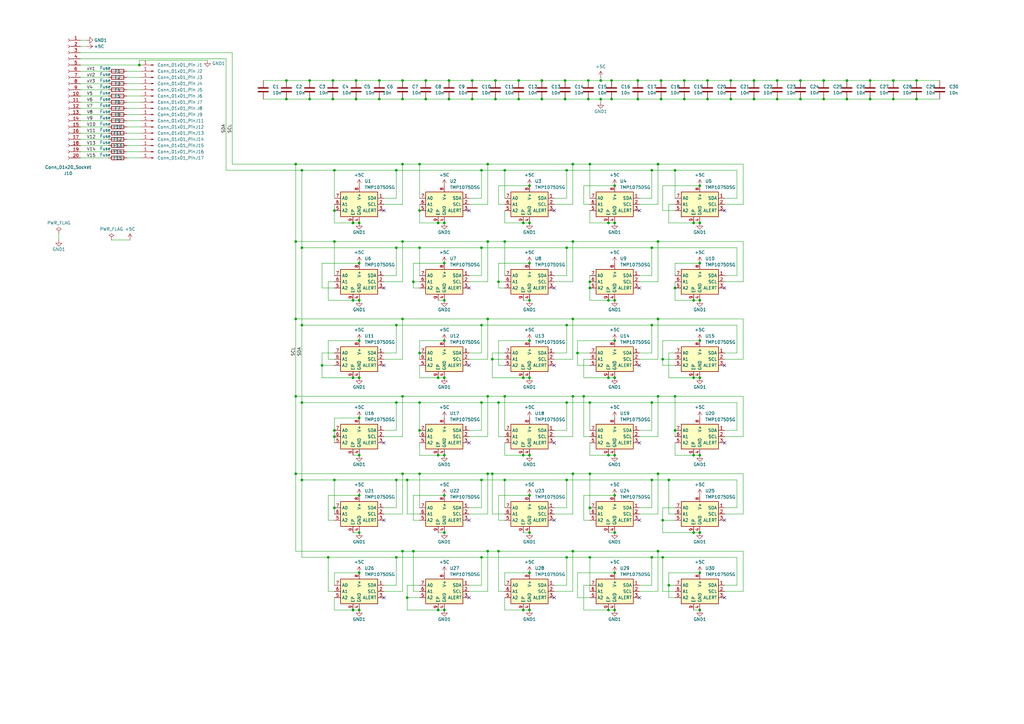
<source format=kicad_sch>
(kicad_sch
	(version 20231120)
	(generator "eeschema")
	(generator_version "8.0")
	(uuid "fc774b83-d4be-4009-8e5d-cb91cb5f6735")
	(paper "A3")
	(lib_symbols
		(symbol "Connector:Conn_01x01_Pin"
			(pin_names
				(offset 1.016) hide)
			(exclude_from_sim no)
			(in_bom yes)
			(on_board yes)
			(property "Reference" "J"
				(at 0 2.54 0)
				(effects
					(font
						(size 1.27 1.27)
					)
				)
			)
			(property "Value" "Conn_01x01_Pin"
				(at 0 -2.54 0)
				(effects
					(font
						(size 1.27 1.27)
					)
				)
			)
			(property "Footprint" ""
				(at 0 0 0)
				(effects
					(font
						(size 1.27 1.27)
					)
					(hide yes)
				)
			)
			(property "Datasheet" "~"
				(at 0 0 0)
				(effects
					(font
						(size 1.27 1.27)
					)
					(hide yes)
				)
			)
			(property "Description" "Generic connector, single row, 01x01, script generated"
				(at 0 0 0)
				(effects
					(font
						(size 1.27 1.27)
					)
					(hide yes)
				)
			)
			(property "ki_locked" ""
				(at 0 0 0)
				(effects
					(font
						(size 1.27 1.27)
					)
				)
			)
			(property "ki_keywords" "connector"
				(at 0 0 0)
				(effects
					(font
						(size 1.27 1.27)
					)
					(hide yes)
				)
			)
			(property "ki_fp_filters" "Connector*:*_1x??_*"
				(at 0 0 0)
				(effects
					(font
						(size 1.27 1.27)
					)
					(hide yes)
				)
			)
			(symbol "Conn_01x01_Pin_1_1"
				(polyline
					(pts
						(xy 1.27 0) (xy 0.8636 0)
					)
					(stroke
						(width 0.1524)
						(type default)
					)
					(fill
						(type none)
					)
				)
				(rectangle
					(start 0.8636 0.127)
					(end 0 -0.127)
					(stroke
						(width 0.1524)
						(type default)
					)
					(fill
						(type outline)
					)
				)
				(pin passive line
					(at 5.08 0 180)
					(length 3.81)
					(name "Pin_1"
						(effects
							(font
								(size 1.27 1.27)
							)
						)
					)
					(number "1"
						(effects
							(font
								(size 1.27 1.27)
							)
						)
					)
				)
			)
		)
		(symbol "Connector:Conn_01x20_Socket"
			(pin_names
				(offset 1.016) hide)
			(exclude_from_sim no)
			(in_bom yes)
			(on_board yes)
			(property "Reference" "J"
				(at 0 25.4 0)
				(effects
					(font
						(size 1.27 1.27)
					)
				)
			)
			(property "Value" "Conn_01x20_Socket"
				(at 0 -27.94 0)
				(effects
					(font
						(size 1.27 1.27)
					)
				)
			)
			(property "Footprint" ""
				(at 0 0 0)
				(effects
					(font
						(size 1.27 1.27)
					)
					(hide yes)
				)
			)
			(property "Datasheet" "~"
				(at 0 0 0)
				(effects
					(font
						(size 1.27 1.27)
					)
					(hide yes)
				)
			)
			(property "Description" "Generic connector, single row, 01x20, script generated"
				(at 0 0 0)
				(effects
					(font
						(size 1.27 1.27)
					)
					(hide yes)
				)
			)
			(property "ki_locked" ""
				(at 0 0 0)
				(effects
					(font
						(size 1.27 1.27)
					)
				)
			)
			(property "ki_keywords" "connector"
				(at 0 0 0)
				(effects
					(font
						(size 1.27 1.27)
					)
					(hide yes)
				)
			)
			(property "ki_fp_filters" "Connector*:*_1x??_*"
				(at 0 0 0)
				(effects
					(font
						(size 1.27 1.27)
					)
					(hide yes)
				)
			)
			(symbol "Conn_01x20_Socket_1_1"
				(arc
					(start 0 -24.892)
					(mid -0.5058 -25.4)
					(end 0 -25.908)
					(stroke
						(width 0.1524)
						(type default)
					)
					(fill
						(type none)
					)
				)
				(arc
					(start 0 -22.352)
					(mid -0.5058 -22.86)
					(end 0 -23.368)
					(stroke
						(width 0.1524)
						(type default)
					)
					(fill
						(type none)
					)
				)
				(arc
					(start 0 -19.812)
					(mid -0.5058 -20.32)
					(end 0 -20.828)
					(stroke
						(width 0.1524)
						(type default)
					)
					(fill
						(type none)
					)
				)
				(arc
					(start 0 -17.272)
					(mid -0.5058 -17.78)
					(end 0 -18.288)
					(stroke
						(width 0.1524)
						(type default)
					)
					(fill
						(type none)
					)
				)
				(arc
					(start 0 -14.732)
					(mid -0.5058 -15.24)
					(end 0 -15.748)
					(stroke
						(width 0.1524)
						(type default)
					)
					(fill
						(type none)
					)
				)
				(arc
					(start 0 -12.192)
					(mid -0.5058 -12.7)
					(end 0 -13.208)
					(stroke
						(width 0.1524)
						(type default)
					)
					(fill
						(type none)
					)
				)
				(arc
					(start 0 -9.652)
					(mid -0.5058 -10.16)
					(end 0 -10.668)
					(stroke
						(width 0.1524)
						(type default)
					)
					(fill
						(type none)
					)
				)
				(arc
					(start 0 -7.112)
					(mid -0.5058 -7.62)
					(end 0 -8.128)
					(stroke
						(width 0.1524)
						(type default)
					)
					(fill
						(type none)
					)
				)
				(arc
					(start 0 -4.572)
					(mid -0.5058 -5.08)
					(end 0 -5.588)
					(stroke
						(width 0.1524)
						(type default)
					)
					(fill
						(type none)
					)
				)
				(arc
					(start 0 -2.032)
					(mid -0.5058 -2.54)
					(end 0 -3.048)
					(stroke
						(width 0.1524)
						(type default)
					)
					(fill
						(type none)
					)
				)
				(polyline
					(pts
						(xy -1.27 -25.4) (xy -0.508 -25.4)
					)
					(stroke
						(width 0.1524)
						(type default)
					)
					(fill
						(type none)
					)
				)
				(polyline
					(pts
						(xy -1.27 -22.86) (xy -0.508 -22.86)
					)
					(stroke
						(width 0.1524)
						(type default)
					)
					(fill
						(type none)
					)
				)
				(polyline
					(pts
						(xy -1.27 -20.32) (xy -0.508 -20.32)
					)
					(stroke
						(width 0.1524)
						(type default)
					)
					(fill
						(type none)
					)
				)
				(polyline
					(pts
						(xy -1.27 -17.78) (xy -0.508 -17.78)
					)
					(stroke
						(width 0.1524)
						(type default)
					)
					(fill
						(type none)
					)
				)
				(polyline
					(pts
						(xy -1.27 -15.24) (xy -0.508 -15.24)
					)
					(stroke
						(width 0.1524)
						(type default)
					)
					(fill
						(type none)
					)
				)
				(polyline
					(pts
						(xy -1.27 -12.7) (xy -0.508 -12.7)
					)
					(stroke
						(width 0.1524)
						(type default)
					)
					(fill
						(type none)
					)
				)
				(polyline
					(pts
						(xy -1.27 -10.16) (xy -0.508 -10.16)
					)
					(stroke
						(width 0.1524)
						(type default)
					)
					(fill
						(type none)
					)
				)
				(polyline
					(pts
						(xy -1.27 -7.62) (xy -0.508 -7.62)
					)
					(stroke
						(width 0.1524)
						(type default)
					)
					(fill
						(type none)
					)
				)
				(polyline
					(pts
						(xy -1.27 -5.08) (xy -0.508 -5.08)
					)
					(stroke
						(width 0.1524)
						(type default)
					)
					(fill
						(type none)
					)
				)
				(polyline
					(pts
						(xy -1.27 -2.54) (xy -0.508 -2.54)
					)
					(stroke
						(width 0.1524)
						(type default)
					)
					(fill
						(type none)
					)
				)
				(polyline
					(pts
						(xy -1.27 0) (xy -0.508 0)
					)
					(stroke
						(width 0.1524)
						(type default)
					)
					(fill
						(type none)
					)
				)
				(polyline
					(pts
						(xy -1.27 2.54) (xy -0.508 2.54)
					)
					(stroke
						(width 0.1524)
						(type default)
					)
					(fill
						(type none)
					)
				)
				(polyline
					(pts
						(xy -1.27 5.08) (xy -0.508 5.08)
					)
					(stroke
						(width 0.1524)
						(type default)
					)
					(fill
						(type none)
					)
				)
				(polyline
					(pts
						(xy -1.27 7.62) (xy -0.508 7.62)
					)
					(stroke
						(width 0.1524)
						(type default)
					)
					(fill
						(type none)
					)
				)
				(polyline
					(pts
						(xy -1.27 10.16) (xy -0.508 10.16)
					)
					(stroke
						(width 0.1524)
						(type default)
					)
					(fill
						(type none)
					)
				)
				(polyline
					(pts
						(xy -1.27 12.7) (xy -0.508 12.7)
					)
					(stroke
						(width 0.1524)
						(type default)
					)
					(fill
						(type none)
					)
				)
				(polyline
					(pts
						(xy -1.27 15.24) (xy -0.508 15.24)
					)
					(stroke
						(width 0.1524)
						(type default)
					)
					(fill
						(type none)
					)
				)
				(polyline
					(pts
						(xy -1.27 17.78) (xy -0.508 17.78)
					)
					(stroke
						(width 0.1524)
						(type default)
					)
					(fill
						(type none)
					)
				)
				(polyline
					(pts
						(xy -1.27 20.32) (xy -0.508 20.32)
					)
					(stroke
						(width 0.1524)
						(type default)
					)
					(fill
						(type none)
					)
				)
				(polyline
					(pts
						(xy -1.27 22.86) (xy -0.508 22.86)
					)
					(stroke
						(width 0.1524)
						(type default)
					)
					(fill
						(type none)
					)
				)
				(arc
					(start 0 0.508)
					(mid -0.5058 0)
					(end 0 -0.508)
					(stroke
						(width 0.1524)
						(type default)
					)
					(fill
						(type none)
					)
				)
				(arc
					(start 0 3.048)
					(mid -0.5058 2.54)
					(end 0 2.032)
					(stroke
						(width 0.1524)
						(type default)
					)
					(fill
						(type none)
					)
				)
				(arc
					(start 0 5.588)
					(mid -0.5058 5.08)
					(end 0 4.572)
					(stroke
						(width 0.1524)
						(type default)
					)
					(fill
						(type none)
					)
				)
				(arc
					(start 0 8.128)
					(mid -0.5058 7.62)
					(end 0 7.112)
					(stroke
						(width 0.1524)
						(type default)
					)
					(fill
						(type none)
					)
				)
				(arc
					(start 0 10.668)
					(mid -0.5058 10.16)
					(end 0 9.652)
					(stroke
						(width 0.1524)
						(type default)
					)
					(fill
						(type none)
					)
				)
				(arc
					(start 0 13.208)
					(mid -0.5058 12.7)
					(end 0 12.192)
					(stroke
						(width 0.1524)
						(type default)
					)
					(fill
						(type none)
					)
				)
				(arc
					(start 0 15.748)
					(mid -0.5058 15.24)
					(end 0 14.732)
					(stroke
						(width 0.1524)
						(type default)
					)
					(fill
						(type none)
					)
				)
				(arc
					(start 0 18.288)
					(mid -0.5058 17.78)
					(end 0 17.272)
					(stroke
						(width 0.1524)
						(type default)
					)
					(fill
						(type none)
					)
				)
				(arc
					(start 0 20.828)
					(mid -0.5058 20.32)
					(end 0 19.812)
					(stroke
						(width 0.1524)
						(type default)
					)
					(fill
						(type none)
					)
				)
				(arc
					(start 0 23.368)
					(mid -0.5058 22.86)
					(end 0 22.352)
					(stroke
						(width 0.1524)
						(type default)
					)
					(fill
						(type none)
					)
				)
				(pin passive line
					(at -5.08 22.86 0)
					(length 3.81)
					(name "Pin_1"
						(effects
							(font
								(size 1.27 1.27)
							)
						)
					)
					(number "1"
						(effects
							(font
								(size 1.27 1.27)
							)
						)
					)
				)
				(pin passive line
					(at -5.08 0 0)
					(length 3.81)
					(name "Pin_10"
						(effects
							(font
								(size 1.27 1.27)
							)
						)
					)
					(number "10"
						(effects
							(font
								(size 1.27 1.27)
							)
						)
					)
				)
				(pin passive line
					(at -5.08 -2.54 0)
					(length 3.81)
					(name "Pin_11"
						(effects
							(font
								(size 1.27 1.27)
							)
						)
					)
					(number "11"
						(effects
							(font
								(size 1.27 1.27)
							)
						)
					)
				)
				(pin passive line
					(at -5.08 -5.08 0)
					(length 3.81)
					(name "Pin_12"
						(effects
							(font
								(size 1.27 1.27)
							)
						)
					)
					(number "12"
						(effects
							(font
								(size 1.27 1.27)
							)
						)
					)
				)
				(pin passive line
					(at -5.08 -7.62 0)
					(length 3.81)
					(name "Pin_13"
						(effects
							(font
								(size 1.27 1.27)
							)
						)
					)
					(number "13"
						(effects
							(font
								(size 1.27 1.27)
							)
						)
					)
				)
				(pin passive line
					(at -5.08 -10.16 0)
					(length 3.81)
					(name "Pin_14"
						(effects
							(font
								(size 1.27 1.27)
							)
						)
					)
					(number "14"
						(effects
							(font
								(size 1.27 1.27)
							)
						)
					)
				)
				(pin passive line
					(at -5.08 -12.7 0)
					(length 3.81)
					(name "Pin_15"
						(effects
							(font
								(size 1.27 1.27)
							)
						)
					)
					(number "15"
						(effects
							(font
								(size 1.27 1.27)
							)
						)
					)
				)
				(pin passive line
					(at -5.08 -15.24 0)
					(length 3.81)
					(name "Pin_16"
						(effects
							(font
								(size 1.27 1.27)
							)
						)
					)
					(number "16"
						(effects
							(font
								(size 1.27 1.27)
							)
						)
					)
				)
				(pin passive line
					(at -5.08 -17.78 0)
					(length 3.81)
					(name "Pin_17"
						(effects
							(font
								(size 1.27 1.27)
							)
						)
					)
					(number "17"
						(effects
							(font
								(size 1.27 1.27)
							)
						)
					)
				)
				(pin passive line
					(at -5.08 -20.32 0)
					(length 3.81)
					(name "Pin_18"
						(effects
							(font
								(size 1.27 1.27)
							)
						)
					)
					(number "18"
						(effects
							(font
								(size 1.27 1.27)
							)
						)
					)
				)
				(pin passive line
					(at -5.08 -22.86 0)
					(length 3.81)
					(name "Pin_19"
						(effects
							(font
								(size 1.27 1.27)
							)
						)
					)
					(number "19"
						(effects
							(font
								(size 1.27 1.27)
							)
						)
					)
				)
				(pin passive line
					(at -5.08 20.32 0)
					(length 3.81)
					(name "Pin_2"
						(effects
							(font
								(size 1.27 1.27)
							)
						)
					)
					(number "2"
						(effects
							(font
								(size 1.27 1.27)
							)
						)
					)
				)
				(pin passive line
					(at -5.08 -25.4 0)
					(length 3.81)
					(name "Pin_20"
						(effects
							(font
								(size 1.27 1.27)
							)
						)
					)
					(number "20"
						(effects
							(font
								(size 1.27 1.27)
							)
						)
					)
				)
				(pin passive line
					(at -5.08 17.78 0)
					(length 3.81)
					(name "Pin_3"
						(effects
							(font
								(size 1.27 1.27)
							)
						)
					)
					(number "3"
						(effects
							(font
								(size 1.27 1.27)
							)
						)
					)
				)
				(pin passive line
					(at -5.08 15.24 0)
					(length 3.81)
					(name "Pin_4"
						(effects
							(font
								(size 1.27 1.27)
							)
						)
					)
					(number "4"
						(effects
							(font
								(size 1.27 1.27)
							)
						)
					)
				)
				(pin passive line
					(at -5.08 12.7 0)
					(length 3.81)
					(name "Pin_5"
						(effects
							(font
								(size 1.27 1.27)
							)
						)
					)
					(number "5"
						(effects
							(font
								(size 1.27 1.27)
							)
						)
					)
				)
				(pin passive line
					(at -5.08 10.16 0)
					(length 3.81)
					(name "Pin_6"
						(effects
							(font
								(size 1.27 1.27)
							)
						)
					)
					(number "6"
						(effects
							(font
								(size 1.27 1.27)
							)
						)
					)
				)
				(pin passive line
					(at -5.08 7.62 0)
					(length 3.81)
					(name "Pin_7"
						(effects
							(font
								(size 1.27 1.27)
							)
						)
					)
					(number "7"
						(effects
							(font
								(size 1.27 1.27)
							)
						)
					)
				)
				(pin passive line
					(at -5.08 5.08 0)
					(length 3.81)
					(name "Pin_8"
						(effects
							(font
								(size 1.27 1.27)
							)
						)
					)
					(number "8"
						(effects
							(font
								(size 1.27 1.27)
							)
						)
					)
				)
				(pin passive line
					(at -5.08 2.54 0)
					(length 3.81)
					(name "Pin_9"
						(effects
							(font
								(size 1.27 1.27)
							)
						)
					)
					(number "9"
						(effects
							(font
								(size 1.27 1.27)
							)
						)
					)
				)
			)
		)
		(symbol "Device:C"
			(pin_numbers hide)
			(pin_names
				(offset 0.254)
			)
			(exclude_from_sim no)
			(in_bom yes)
			(on_board yes)
			(property "Reference" "C"
				(at 0.635 2.54 0)
				(effects
					(font
						(size 1.27 1.27)
					)
					(justify left)
				)
			)
			(property "Value" "C"
				(at 0.635 -2.54 0)
				(effects
					(font
						(size 1.27 1.27)
					)
					(justify left)
				)
			)
			(property "Footprint" ""
				(at 0.9652 -3.81 0)
				(effects
					(font
						(size 1.27 1.27)
					)
					(hide yes)
				)
			)
			(property "Datasheet" "~"
				(at 0 0 0)
				(effects
					(font
						(size 1.27 1.27)
					)
					(hide yes)
				)
			)
			(property "Description" "Unpolarized capacitor"
				(at 0 0 0)
				(effects
					(font
						(size 1.27 1.27)
					)
					(hide yes)
				)
			)
			(property "ki_keywords" "cap capacitor"
				(at 0 0 0)
				(effects
					(font
						(size 1.27 1.27)
					)
					(hide yes)
				)
			)
			(property "ki_fp_filters" "C_*"
				(at 0 0 0)
				(effects
					(font
						(size 1.27 1.27)
					)
					(hide yes)
				)
			)
			(symbol "C_0_1"
				(polyline
					(pts
						(xy -2.032 -0.762) (xy 2.032 -0.762)
					)
					(stroke
						(width 0.508)
						(type default)
					)
					(fill
						(type none)
					)
				)
				(polyline
					(pts
						(xy -2.032 0.762) (xy 2.032 0.762)
					)
					(stroke
						(width 0.508)
						(type default)
					)
					(fill
						(type none)
					)
				)
			)
			(symbol "C_1_1"
				(pin passive line
					(at 0 3.81 270)
					(length 2.794)
					(name "~"
						(effects
							(font
								(size 1.27 1.27)
							)
						)
					)
					(number "1"
						(effects
							(font
								(size 1.27 1.27)
							)
						)
					)
				)
				(pin passive line
					(at 0 -3.81 90)
					(length 2.794)
					(name "~"
						(effects
							(font
								(size 1.27 1.27)
							)
						)
					)
					(number "2"
						(effects
							(font
								(size 1.27 1.27)
							)
						)
					)
				)
			)
		)
		(symbol "Device:Fuse"
			(pin_numbers hide)
			(pin_names
				(offset 0)
			)
			(exclude_from_sim no)
			(in_bom yes)
			(on_board yes)
			(property "Reference" "F"
				(at 2.032 0 90)
				(effects
					(font
						(size 1.27 1.27)
					)
				)
			)
			(property "Value" "Fuse"
				(at -1.905 0 90)
				(effects
					(font
						(size 1.27 1.27)
					)
				)
			)
			(property "Footprint" ""
				(at -1.778 0 90)
				(effects
					(font
						(size 1.27 1.27)
					)
					(hide yes)
				)
			)
			(property "Datasheet" "~"
				(at 0 0 0)
				(effects
					(font
						(size 1.27 1.27)
					)
					(hide yes)
				)
			)
			(property "Description" "Fuse"
				(at 0 0 0)
				(effects
					(font
						(size 1.27 1.27)
					)
					(hide yes)
				)
			)
			(property "ki_keywords" "fuse"
				(at 0 0 0)
				(effects
					(font
						(size 1.27 1.27)
					)
					(hide yes)
				)
			)
			(property "ki_fp_filters" "*Fuse*"
				(at 0 0 0)
				(effects
					(font
						(size 1.27 1.27)
					)
					(hide yes)
				)
			)
			(symbol "Fuse_0_1"
				(rectangle
					(start -0.762 -2.54)
					(end 0.762 2.54)
					(stroke
						(width 0.254)
						(type default)
					)
					(fill
						(type none)
					)
				)
				(polyline
					(pts
						(xy 0 2.54) (xy 0 -2.54)
					)
					(stroke
						(width 0)
						(type default)
					)
					(fill
						(type none)
					)
				)
			)
			(symbol "Fuse_1_1"
				(pin passive line
					(at 0 3.81 270)
					(length 1.27)
					(name "~"
						(effects
							(font
								(size 1.27 1.27)
							)
						)
					)
					(number "1"
						(effects
							(font
								(size 1.27 1.27)
							)
						)
					)
				)
				(pin passive line
					(at 0 -3.81 90)
					(length 1.27)
					(name "~"
						(effects
							(font
								(size 1.27 1.27)
							)
						)
					)
					(number "2"
						(effects
							(font
								(size 1.27 1.27)
							)
						)
					)
				)
			)
		)
		(symbol "Sensor_Temperature:TMP1075DSG"
			(exclude_from_sim no)
			(in_bom yes)
			(on_board yes)
			(property "Reference" "U"
				(at -6.35 6.35 0)
				(effects
					(font
						(size 1.27 1.27)
					)
				)
			)
			(property "Value" "TMP1075DSG"
				(at 6.35 6.35 0)
				(effects
					(font
						(size 1.27 1.27)
					)
				)
			)
			(property "Footprint" "Package_SON:WSON-8-1EP_2x2mm_P0.5mm_EP0.9x1.6mm_ThermalVias"
				(at 1.905 -6.35 0)
				(effects
					(font
						(size 1.27 1.27)
					)
					(hide yes)
				)
			)
			(property "Datasheet" "https://www.ti.com/lit/gpn/tmp1075"
				(at 0 0 0)
				(effects
					(font
						(size 1.27 1.27)
					)
					(hide yes)
				)
			)
			(property "Description" "I2C-bus digital temperature sensor and thermal watchdog, WSON-8"
				(at 0 0 0)
				(effects
					(font
						(size 1.27 1.27)
					)
					(hide yes)
				)
			)
			(property "ki_keywords" "temperature sensor I2C single channel"
				(at 0 0 0)
				(effects
					(font
						(size 1.27 1.27)
					)
					(hide yes)
				)
			)
			(property "ki_fp_filters" "WSON*1EP*2x2mm*P0.5mm*"
				(at 0 0 0)
				(effects
					(font
						(size 1.27 1.27)
					)
					(hide yes)
				)
			)
			(symbol "TMP1075DSG_0_1"
				(rectangle
					(start -7.62 5.08)
					(end 7.62 -5.08)
					(stroke
						(width 0.254)
						(type default)
					)
					(fill
						(type background)
					)
				)
			)
			(symbol "TMP1075DSG_1_1"
				(pin bidirectional line
					(at 10.16 2.54 180)
					(length 2.54)
					(name "SDA"
						(effects
							(font
								(size 1.27 1.27)
							)
						)
					)
					(number "1"
						(effects
							(font
								(size 1.27 1.27)
							)
						)
					)
				)
				(pin input line
					(at 10.16 0 180)
					(length 2.54)
					(name "SCL"
						(effects
							(font
								(size 1.27 1.27)
							)
						)
					)
					(number "2"
						(effects
							(font
								(size 1.27 1.27)
							)
						)
					)
				)
				(pin open_collector line
					(at 10.16 -2.54 180)
					(length 2.54)
					(name "ALERT"
						(effects
							(font
								(size 1.27 1.27)
							)
						)
					)
					(number "3"
						(effects
							(font
								(size 1.27 1.27)
							)
						)
					)
				)
				(pin power_in line
					(at 0 -7.62 90)
					(length 2.54)
					(name "GND"
						(effects
							(font
								(size 1.27 1.27)
							)
						)
					)
					(number "4"
						(effects
							(font
								(size 1.27 1.27)
							)
						)
					)
				)
				(pin input line
					(at -10.16 -2.54 0)
					(length 2.54)
					(name "A2"
						(effects
							(font
								(size 1.27 1.27)
							)
						)
					)
					(number "5"
						(effects
							(font
								(size 1.27 1.27)
							)
						)
					)
				)
				(pin input line
					(at -10.16 0 0)
					(length 2.54)
					(name "A1"
						(effects
							(font
								(size 1.27 1.27)
							)
						)
					)
					(number "6"
						(effects
							(font
								(size 1.27 1.27)
							)
						)
					)
				)
				(pin input line
					(at -10.16 2.54 0)
					(length 2.54)
					(name "A0"
						(effects
							(font
								(size 1.27 1.27)
							)
						)
					)
					(number "7"
						(effects
							(font
								(size 1.27 1.27)
							)
						)
					)
				)
				(pin power_in line
					(at 0 7.62 270)
					(length 2.54)
					(name "V+"
						(effects
							(font
								(size 1.27 1.27)
							)
						)
					)
					(number "8"
						(effects
							(font
								(size 1.27 1.27)
							)
						)
					)
				)
				(pin passive line
					(at -2.54 -7.62 90)
					(length 2.54)
					(name "EP"
						(effects
							(font
								(size 1.27 1.27)
							)
						)
					)
					(number "9"
						(effects
							(font
								(size 1.27 1.27)
							)
						)
					)
				)
			)
		)
		(symbol "power:+5C"
			(power)
			(pin_names
				(offset 0)
			)
			(exclude_from_sim no)
			(in_bom yes)
			(on_board yes)
			(property "Reference" "#PWR"
				(at 0 -3.81 0)
				(effects
					(font
						(size 1.27 1.27)
					)
					(hide yes)
				)
			)
			(property "Value" "+5C"
				(at 0 3.556 0)
				(effects
					(font
						(size 1.27 1.27)
					)
				)
			)
			(property "Footprint" ""
				(at 0 0 0)
				(effects
					(font
						(size 1.27 1.27)
					)
					(hide yes)
				)
			)
			(property "Datasheet" ""
				(at 0 0 0)
				(effects
					(font
						(size 1.27 1.27)
					)
					(hide yes)
				)
			)
			(property "Description" "Power symbol creates a global label with name \"+5C\""
				(at 0 0 0)
				(effects
					(font
						(size 1.27 1.27)
					)
					(hide yes)
				)
			)
			(property "ki_keywords" "global power"
				(at 0 0 0)
				(effects
					(font
						(size 1.27 1.27)
					)
					(hide yes)
				)
			)
			(symbol "+5C_0_1"
				(polyline
					(pts
						(xy -0.762 1.27) (xy 0 2.54)
					)
					(stroke
						(width 0)
						(type default)
					)
					(fill
						(type none)
					)
				)
				(polyline
					(pts
						(xy 0 0) (xy 0 2.54)
					)
					(stroke
						(width 0)
						(type default)
					)
					(fill
						(type none)
					)
				)
				(polyline
					(pts
						(xy 0 2.54) (xy 0.762 1.27)
					)
					(stroke
						(width 0)
						(type default)
					)
					(fill
						(type none)
					)
				)
			)
			(symbol "+5C_1_1"
				(pin power_in line
					(at 0 0 90)
					(length 0) hide
					(name "+5C"
						(effects
							(font
								(size 1.27 1.27)
							)
						)
					)
					(number "1"
						(effects
							(font
								(size 1.27 1.27)
							)
						)
					)
				)
			)
		)
		(symbol "power:GND1"
			(power)
			(pin_names
				(offset 0)
			)
			(exclude_from_sim no)
			(in_bom yes)
			(on_board yes)
			(property "Reference" "#PWR"
				(at 0 -6.35 0)
				(effects
					(font
						(size 1.27 1.27)
					)
					(hide yes)
				)
			)
			(property "Value" "GND1"
				(at 0 -3.81 0)
				(effects
					(font
						(size 1.27 1.27)
					)
				)
			)
			(property "Footprint" ""
				(at 0 0 0)
				(effects
					(font
						(size 1.27 1.27)
					)
					(hide yes)
				)
			)
			(property "Datasheet" ""
				(at 0 0 0)
				(effects
					(font
						(size 1.27 1.27)
					)
					(hide yes)
				)
			)
			(property "Description" "Power symbol creates a global label with name \"GND1\" , ground"
				(at 0 0 0)
				(effects
					(font
						(size 1.27 1.27)
					)
					(hide yes)
				)
			)
			(property "ki_keywords" "global power"
				(at 0 0 0)
				(effects
					(font
						(size 1.27 1.27)
					)
					(hide yes)
				)
			)
			(symbol "GND1_0_1"
				(polyline
					(pts
						(xy 0 0) (xy 0 -1.27) (xy 1.27 -1.27) (xy 0 -2.54) (xy -1.27 -1.27) (xy 0 -1.27)
					)
					(stroke
						(width 0)
						(type default)
					)
					(fill
						(type none)
					)
				)
			)
			(symbol "GND1_1_1"
				(pin power_in line
					(at 0 0 270)
					(length 0) hide
					(name "GND1"
						(effects
							(font
								(size 1.27 1.27)
							)
						)
					)
					(number "1"
						(effects
							(font
								(size 1.27 1.27)
							)
						)
					)
				)
			)
		)
		(symbol "power:PWR_FLAG"
			(power)
			(pin_numbers hide)
			(pin_names
				(offset 0) hide)
			(exclude_from_sim no)
			(in_bom yes)
			(on_board yes)
			(property "Reference" "#FLG"
				(at 0 1.905 0)
				(effects
					(font
						(size 1.27 1.27)
					)
					(hide yes)
				)
			)
			(property "Value" "PWR_FLAG"
				(at 0 3.81 0)
				(effects
					(font
						(size 1.27 1.27)
					)
				)
			)
			(property "Footprint" ""
				(at 0 0 0)
				(effects
					(font
						(size 1.27 1.27)
					)
					(hide yes)
				)
			)
			(property "Datasheet" "~"
				(at 0 0 0)
				(effects
					(font
						(size 1.27 1.27)
					)
					(hide yes)
				)
			)
			(property "Description" "Special symbol for telling ERC where power comes from"
				(at 0 0 0)
				(effects
					(font
						(size 1.27 1.27)
					)
					(hide yes)
				)
			)
			(property "ki_keywords" "flag power"
				(at 0 0 0)
				(effects
					(font
						(size 1.27 1.27)
					)
					(hide yes)
				)
			)
			(symbol "PWR_FLAG_0_0"
				(pin power_out line
					(at 0 0 90)
					(length 0)
					(name "pwr"
						(effects
							(font
								(size 1.27 1.27)
							)
						)
					)
					(number "1"
						(effects
							(font
								(size 1.27 1.27)
							)
						)
					)
				)
			)
			(symbol "PWR_FLAG_0_1"
				(polyline
					(pts
						(xy 0 0) (xy 0 1.27) (xy -1.016 1.905) (xy 0 2.54) (xy 1.016 1.905) (xy 0 1.27)
					)
					(stroke
						(width 0)
						(type default)
					)
					(fill
						(type none)
					)
				)
			)
		)
	)
	(junction
		(at 269.875 130.81)
		(diameter 0)
		(color 0 0 0 0)
		(uuid "0077891c-8ec4-4c09-87ed-436fabaefd69")
	)
	(junction
		(at 271.78 213.36)
		(diameter 0)
		(color 0 0 0 0)
		(uuid "01ecf4e2-d62d-4b86-95e7-74d115895441")
	)
	(junction
		(at 162.56 196.85)
		(diameter 0)
		(color 0 0 0 0)
		(uuid "023fd0f2-a7ea-49d1-85b3-fbb065189e59")
	)
	(junction
		(at 147.32 91.44)
		(diameter 0)
		(color 0 0 0 0)
		(uuid "02cb1d9d-6ab5-49dc-a5c4-55272c6c5ae4")
	)
	(junction
		(at 172.085 194.31)
		(diameter 0)
		(color 0 0 0 0)
		(uuid "038bf0a8-fbe7-417e-8fb8-17f260fe607b")
	)
	(junction
		(at 232.41 196.85)
		(diameter 0)
		(color 0 0 0 0)
		(uuid "055b05b5-6c38-455b-91e2-1ae7b41dc1f5")
	)
	(junction
		(at 182.245 123.19)
		(diameter 0)
		(color 0 0 0 0)
		(uuid "05842f85-6a76-448b-9a2f-0a5045dee544")
	)
	(junction
		(at 174.625 33.02)
		(diameter 0)
		(color 0 0 0 0)
		(uuid "08738a55-c76c-4626-ae93-bcca0fa29c63")
	)
	(junction
		(at 165.1 226.06)
		(diameter 0)
		(color 0 0 0 0)
		(uuid "09d35c53-9532-4a08-8010-f1777a1c0487")
	)
	(junction
		(at 276.86 162.56)
		(diameter 0)
		(color 0 0 0 0)
		(uuid "0a57369a-c2f0-4e4d-8e50-51baf78df932")
	)
	(junction
		(at 239.395 162.56)
		(diameter 0)
		(color 0 0 0 0)
		(uuid "0b33ef18-6443-41fa-a65a-2e599ce4b24b")
	)
	(junction
		(at 165.1 194.31)
		(diameter 0)
		(color 0 0 0 0)
		(uuid "0bc3f9bb-5400-4785-b5c9-30cb416b6791")
	)
	(junction
		(at 57.15 26.67)
		(diameter 0)
		(color 0 0 0 0)
		(uuid "0cb5756f-ae24-429d-a0a4-a6cea8702b4e")
	)
	(junction
		(at 165.1 99.06)
		(diameter 0)
		(color 0 0 0 0)
		(uuid "0ec36e37-8f5e-464d-8b0b-16385a29206c")
	)
	(junction
		(at 236.855 144.78)
		(diameter 0)
		(color 0 0 0 0)
		(uuid "0f2d0d3e-c39b-4cff-83fa-1742d38db370")
	)
	(junction
		(at 217.17 250.19)
		(diameter 0)
		(color 0 0 0 0)
		(uuid "104e7ff9-7cd6-4504-9335-becd6c6756ff")
	)
	(junction
		(at 287.02 76.2)
		(diameter 0)
		(color 0 0 0 0)
		(uuid "117da3dd-925d-471b-b89c-890f3e539510")
	)
	(junction
		(at 269.875 194.31)
		(diameter 0)
		(color 0 0 0 0)
		(uuid "1216faca-3e6b-41db-a1f3-dee530769f70")
	)
	(junction
		(at 155.575 33.02)
		(diameter 0)
		(color 0 0 0 0)
		(uuid "12ab17d6-9550-4162-8b17-985d715082c2")
	)
	(junction
		(at 147.32 171.45)
		(diameter 0)
		(color 0 0 0 0)
		(uuid "12ef0d00-0b34-4a7c-b390-1de2409ecc2e")
	)
	(junction
		(at 366.395 33.02)
		(diameter 0)
		(color 0 0 0 0)
		(uuid "14ba4e3a-4599-4ffb-baa3-8b8e07115999")
	)
	(junction
		(at 271.78 147.32)
		(diameter 0)
		(color 0 0 0 0)
		(uuid "16969fe6-7e5e-44d2-a3bd-99643e8a5397")
	)
	(junction
		(at 280.67 33.02)
		(diameter 0)
		(color 0 0 0 0)
		(uuid "18b96881-26aa-4317-9b93-a06980aae3fc")
	)
	(junction
		(at 137.16 86.36)
		(diameter 0)
		(color 0 0 0 0)
		(uuid "19698e91-bf96-4550-9f49-9efd010ef963")
	)
	(junction
		(at 250.825 40.64)
		(diameter 0)
		(color 0 0 0 0)
		(uuid "1ac74992-491d-4fc2-9a7f-ccfc115f1293")
	)
	(junction
		(at 203.2 40.64)
		(diameter 0)
		(color 0 0 0 0)
		(uuid "1bc28d50-cef9-4653-867b-fe0cc7261142")
	)
	(junction
		(at 172.085 67.31)
		(diameter 0)
		(color 0 0 0 0)
		(uuid "1d6ab61e-3e1b-4e15-84b4-c8e0f013acb6")
	)
	(junction
		(at 299.72 40.64)
		(diameter 0)
		(color 0 0 0 0)
		(uuid "1d88b778-84a7-43cf-9706-132a4cd18f43")
	)
	(junction
		(at 146.05 33.02)
		(diameter 0)
		(color 0 0 0 0)
		(uuid "1e8d64b2-6aff-4813-a5bc-d93b7fa38b89")
	)
	(junction
		(at 121.285 162.56)
		(diameter 0)
		(color 0 0 0 0)
		(uuid "1f8ca1fb-2eed-47be-b46d-ab856c235724")
	)
	(junction
		(at 241.935 67.31)
		(diameter 0)
		(color 0 0 0 0)
		(uuid "23f1a63e-2b05-4a9c-bcdf-821610e7654c")
	)
	(junction
		(at 147.32 218.44)
		(diameter 0)
		(color 0 0 0 0)
		(uuid "24cd029a-aaeb-42ee-a8ec-2c3067958978")
	)
	(junction
		(at 147.32 154.94)
		(diameter 0)
		(color 0 0 0 0)
		(uuid "27126d55-4793-4d57-954e-ffe1ddf48bca")
	)
	(junction
		(at 182.245 107.95)
		(diameter 0)
		(color 0 0 0 0)
		(uuid "27692d83-2c6f-473f-93ee-ac2ca72f52f8")
	)
	(junction
		(at 287.02 154.94)
		(diameter 0)
		(color 0 0 0 0)
		(uuid "2830ea3b-de11-4c2b-b3b9-ce1af45756a4")
	)
	(junction
		(at 179.705 250.19)
		(diameter 0)
		(color 0 0 0 0)
		(uuid "285d6e63-8f23-4500-ae3a-a57e0eabf2b8")
	)
	(junction
		(at 241.935 208.28)
		(diameter 0)
		(color 0 0 0 0)
		(uuid "29aad368-ab5a-40a8-a987-f70d23b95fd3")
	)
	(junction
		(at 165.1 40.64)
		(diameter 0)
		(color 0 0 0 0)
		(uuid "2bf2bc0b-5ab7-4b2f-82d8-688cd0013573")
	)
	(junction
		(at 290.195 40.64)
		(diameter 0)
		(color 0 0 0 0)
		(uuid "2c985a25-2edb-4c06-8941-7851178a5255")
	)
	(junction
		(at 267.335 69.85)
		(diameter 0)
		(color 0 0 0 0)
		(uuid "2d936bb5-2c3e-4fed-86d0-3ca7e770b99d")
	)
	(junction
		(at 252.095 234.95)
		(diameter 0)
		(color 0 0 0 0)
		(uuid "2dd28aa4-59ea-4cc9-ae31-ff7ed4c8b0c2")
	)
	(junction
		(at 284.48 218.44)
		(diameter 0)
		(color 0 0 0 0)
		(uuid "2e352a96-27cd-4562-953b-1888c27dcd93")
	)
	(junction
		(at 204.47 226.06)
		(diameter 0)
		(color 0 0 0 0)
		(uuid "2fd2ada3-583c-4569-a41a-b46daf166030")
	)
	(junction
		(at 287.02 107.95)
		(diameter 0)
		(color 0 0 0 0)
		(uuid "317fb959-d076-4341-8ba6-7535186081a6")
	)
	(junction
		(at 234.95 130.81)
		(diameter 0)
		(color 0 0 0 0)
		(uuid "3281b7fa-f558-405a-b334-bc777e0bb3e8")
	)
	(junction
		(at 287.02 218.44)
		(diameter 0)
		(color 0 0 0 0)
		(uuid "3328d863-dc10-4f05-a77b-7e86b1048828")
	)
	(junction
		(at 127 40.64)
		(diameter 0)
		(color 0 0 0 0)
		(uuid "34c69aee-9e30-4f18-9042-fad2cfd17656")
	)
	(junction
		(at 184.15 40.64)
		(diameter 0)
		(color 0 0 0 0)
		(uuid "35a67fa4-528e-4c3f-96ed-3c99f2de5537")
	)
	(junction
		(at 212.725 33.02)
		(diameter 0)
		(color 0 0 0 0)
		(uuid "3691b586-475e-4df2-898f-64db4d2bfcae")
	)
	(junction
		(at 280.67 40.64)
		(diameter 0)
		(color 0 0 0 0)
		(uuid "37cf7071-e811-4236-951b-339580752761")
	)
	(junction
		(at 276.86 176.53)
		(diameter 0)
		(color 0 0 0 0)
		(uuid "38596c15-4582-41fd-b898-ebda0005e671")
	)
	(junction
		(at 299.72 33.02)
		(diameter 0)
		(color 0 0 0 0)
		(uuid "387e0b1d-2590-4449-b3a0-3c94b76e82e4")
	)
	(junction
		(at 207.01 99.06)
		(diameter 0)
		(color 0 0 0 0)
		(uuid "3a9ceee6-9ad1-4e61-8f80-24734b848c0d")
	)
	(junction
		(at 366.395 40.64)
		(diameter 0)
		(color 0 0 0 0)
		(uuid "3e6f9c10-3113-474a-b928-03b979738f7f")
	)
	(junction
		(at 197.485 196.85)
		(diameter 0)
		(color 0 0 0 0)
		(uuid "3e71229e-fe2b-423d-9030-4745a55e25a6")
	)
	(junction
		(at 232.41 101.6)
		(diameter 0)
		(color 0 0 0 0)
		(uuid "3fa321c5-b835-40b1-aa81-262f490c0173")
	)
	(junction
		(at 193.675 40.64)
		(diameter 0)
		(color 0 0 0 0)
		(uuid "400281e5-d2a3-46cb-aaab-08afb14c1391")
	)
	(junction
		(at 252.095 154.94)
		(diameter 0)
		(color 0 0 0 0)
		(uuid "41e6c929-0e2e-46c0-a642-bb226afcd124")
	)
	(junction
		(at 252.095 218.44)
		(diameter 0)
		(color 0 0 0 0)
		(uuid "42dd4fc9-0969-4360-bac1-96f8f4876ae7")
	)
	(junction
		(at 137.16 208.28)
		(diameter 0)
		(color 0 0 0 0)
		(uuid "42f066bc-fbc9-4729-b0ef-82e42c19b3a5")
	)
	(junction
		(at 287.02 234.95)
		(diameter 0)
		(color 0 0 0 0)
		(uuid "430d4d1e-86f8-47ca-917a-3e2fa5819264")
	)
	(junction
		(at 287.02 123.19)
		(diameter 0)
		(color 0 0 0 0)
		(uuid "43b4cb7b-df61-4c7e-bb10-ec2d6215211b")
	)
	(junction
		(at 246.38 40.64)
		(diameter 0)
		(color 0 0 0 0)
		(uuid "46e32ef1-b9ad-47b3-8856-a4c1f5796dea")
	)
	(junction
		(at 231.775 33.02)
		(diameter 0)
		(color 0 0 0 0)
		(uuid "483dc273-7f55-40f8-ac3c-feefdbafd892")
	)
	(junction
		(at 167.005 245.11)
		(diameter 0)
		(color 0 0 0 0)
		(uuid "48404a09-4929-4e30-8809-868e08babd20")
	)
	(junction
		(at 241.3 40.64)
		(diameter 0)
		(color 0 0 0 0)
		(uuid "491a42ef-1a1b-4c79-9c41-86e65c2084d6")
	)
	(junction
		(at 212.725 40.64)
		(diameter 0)
		(color 0 0 0 0)
		(uuid "4a60b289-ecad-4e02-b22a-df51e5a0f75c")
	)
	(junction
		(at 165.1 67.31)
		(diameter 0)
		(color 0 0 0 0)
		(uuid "4a6d4e58-79b7-46df-94fc-4c9dc393ae2b")
	)
	(junction
		(at 203.2 33.02)
		(diameter 0)
		(color 0 0 0 0)
		(uuid "52620857-c755-4c17-a338-0464bee18e49")
	)
	(junction
		(at 165.1 33.02)
		(diameter 0)
		(color 0 0 0 0)
		(uuid "52c498ed-773d-430f-ba2b-c48b12d48538")
	)
	(junction
		(at 172.085 101.6)
		(diameter 0)
		(color 0 0 0 0)
		(uuid "52fb0955-a4db-4bef-aca4-56f6c5f1cdb6")
	)
	(junction
		(at 271.145 33.02)
		(diameter 0)
		(color 0 0 0 0)
		(uuid "5311d7b0-ccf3-4ac2-b48e-bd2390fe80d9")
	)
	(junction
		(at 337.82 33.02)
		(diameter 0)
		(color 0 0 0 0)
		(uuid "53829449-2a62-4b87-b177-d2c532f10da6")
	)
	(junction
		(at 287.02 139.7)
		(diameter 0)
		(color 0 0 0 0)
		(uuid "53d8b674-b7c7-489c-a377-6cfbcd2d0163")
	)
	(junction
		(at 169.545 115.57)
		(diameter 0)
		(color 0 0 0 0)
		(uuid "53fe3eb0-93f6-4064-b7b1-510ec377a874")
	)
	(junction
		(at 162.56 133.35)
		(diameter 0)
		(color 0 0 0 0)
		(uuid "5587bec0-e621-42fb-8b63-65b5b4ea6e6b")
	)
	(junction
		(at 328.295 33.02)
		(diameter 0)
		(color 0 0 0 0)
		(uuid "56968af8-0a90-4071-86dd-58b2230ebef2")
	)
	(junction
		(at 200.025 67.31)
		(diameter 0)
		(color 0 0 0 0)
		(uuid "56cb9efa-9815-44d8-bca1-69e409a53be2")
	)
	(junction
		(at 147.32 139.7)
		(diameter 0)
		(color 0 0 0 0)
		(uuid "59950613-9236-430c-a94f-2a5d4a0e71fa")
	)
	(junction
		(at 137.16 69.85)
		(diameter 0)
		(color 0 0 0 0)
		(uuid "5a09231d-e555-4f9b-9340-d359537dbe6c")
	)
	(junction
		(at 232.41 165.1)
		(diameter 0)
		(color 0 0 0 0)
		(uuid "5a8d6dc6-99b8-4d4d-9a55-8a91c32ef270")
	)
	(junction
		(at 217.17 218.44)
		(diameter 0)
		(color 0 0 0 0)
		(uuid "5aaca1d3-7f9d-4c9d-8c9d-e5dcbabb7e18")
	)
	(junction
		(at 232.41 133.35)
		(diameter 0)
		(color 0 0 0 0)
		(uuid "5b655e3c-a611-4e1c-8e75-6783cc06dce4")
	)
	(junction
		(at 241.3 33.02)
		(diameter 0)
		(color 0 0 0 0)
		(uuid "5b7d87fa-53b9-428d-9d33-cd8ddb736bb9")
	)
	(junction
		(at 241.935 118.11)
		(diameter 0)
		(color 0 0 0 0)
		(uuid "5b80f24c-1faa-4f52-bdc0-a42a3766cecd")
	)
	(junction
		(at 249.555 154.94)
		(diameter 0)
		(color 0 0 0 0)
		(uuid "5d7e600f-d002-4b74-9056-65ceeb9bff70")
	)
	(junction
		(at 214.63 154.94)
		(diameter 0)
		(color 0 0 0 0)
		(uuid "5e99485a-3f97-421e-b094-be5015151602")
	)
	(junction
		(at 123.825 69.85)
		(diameter 0)
		(color 0 0 0 0)
		(uuid "5fb423f7-4a6d-4487-a166-5a7bead607f6")
	)
	(junction
		(at 318.77 33.02)
		(diameter 0)
		(color 0 0 0 0)
		(uuid "60433852-6042-422b-afbb-dd5ad007bf3d")
	)
	(junction
		(at 217.17 91.44)
		(diameter 0)
		(color 0 0 0 0)
		(uuid "619cdd6d-610d-4336-b130-eced0729f143")
	)
	(junction
		(at 267.335 101.6)
		(diameter 0)
		(color 0 0 0 0)
		(uuid "63356902-6927-494a-8266-b1a3eacc7b6f")
	)
	(junction
		(at 234.95 67.31)
		(diameter 0)
		(color 0 0 0 0)
		(uuid "63d3c990-1581-4cf9-9f51-131a7e9431d9")
	)
	(junction
		(at 234.95 162.56)
		(diameter 0)
		(color 0 0 0 0)
		(uuid "673a63ef-48b8-4fcd-b25d-5befa3e19799")
	)
	(junction
		(at 197.485 133.35)
		(diameter 0)
		(color 0 0 0 0)
		(uuid "681aad27-dab0-4a23-bcbb-a9059ef3737a")
	)
	(junction
		(at 375.92 33.02)
		(diameter 0)
		(color 0 0 0 0)
		(uuid "69016f91-8cb1-48c9-aaa6-8f06ba26f821")
	)
	(junction
		(at 144.78 91.44)
		(diameter 0)
		(color 0 0 0 0)
		(uuid "6952c143-cf27-4836-92c5-9a43aa978e08")
	)
	(junction
		(at 276.86 69.85)
		(diameter 0)
		(color 0 0 0 0)
		(uuid "699a3b60-f795-467d-8e9d-0965ac761b03")
	)
	(junction
		(at 234.95 99.06)
		(diameter 0)
		(color 0 0 0 0)
		(uuid "69aad6b5-eb96-4c2d-82d0-fc048d2b04b0")
	)
	(junction
		(at 271.145 40.64)
		(diameter 0)
		(color 0 0 0 0)
		(uuid "6c497aa0-2fd2-478e-94f4-dd8799cde9ca")
	)
	(junction
		(at 169.545 226.06)
		(diameter 0)
		(color 0 0 0 0)
		(uuid "6d0a9991-7c92-4b7a-be71-b006f86c576e")
	)
	(junction
		(at 207.01 162.56)
		(diameter 0)
		(color 0 0 0 0)
		(uuid "72326a75-f955-403f-a647-159e2749b22b")
	)
	(junction
		(at 137.16 179.07)
		(diameter 0)
		(color 0 0 0 0)
		(uuid "728dad14-b5f3-4254-8b6d-1cfbf17ae63c")
	)
	(junction
		(at 204.47 115.57)
		(diameter 0)
		(color 0 0 0 0)
		(uuid "76749e94-ef14-4250-a522-765ae8f3b83e")
	)
	(junction
		(at 193.675 33.02)
		(diameter 0)
		(color 0 0 0 0)
		(uuid "7758cde1-5f4d-47d6-bae0-62cd23f805b0")
	)
	(junction
		(at 162.56 69.85)
		(diameter 0)
		(color 0 0 0 0)
		(uuid "78947814-be10-4240-8420-1a8e37c3df77")
	)
	(junction
		(at 162.56 101.6)
		(diameter 0)
		(color 0 0 0 0)
		(uuid "7995682e-9108-4fbc-9170-782c33ecd4cb")
	)
	(junction
		(at 261.62 40.64)
		(diameter 0)
		(color 0 0 0 0)
		(uuid "7a09cd7c-8acc-4a84-b610-a789afdc7d0e")
	)
	(junction
		(at 267.335 133.35)
		(diameter 0)
		(color 0 0 0 0)
		(uuid "7a441b81-5ddb-4420-9426-10466a270bd3")
	)
	(junction
		(at 144.78 154.94)
		(diameter 0)
		(color 0 0 0 0)
		(uuid "7a93de52-d05a-40f4-af83-5d1f5312b692")
	)
	(junction
		(at 217.17 186.69)
		(diameter 0)
		(color 0 0 0 0)
		(uuid "7ac17eb4-1509-4df7-a8ce-af428dd84fa6")
	)
	(junction
		(at 182.245 218.44)
		(diameter 0)
		(color 0 0 0 0)
		(uuid "7ac8cce0-5363-463a-822f-02ca9c3bb8c3")
	)
	(junction
		(at 252.095 123.19)
		(diameter 0)
		(color 0 0 0 0)
		(uuid "7c0fd8f9-7fd5-4055-bdf0-3a189d772733")
	)
	(junction
		(at 182.245 91.44)
		(diameter 0)
		(color 0 0 0 0)
		(uuid "7c533880-2248-49d2-8b8d-b36cdf7ccac6")
	)
	(junction
		(at 252.095 76.2)
		(diameter 0)
		(color 0 0 0 0)
		(uuid "7c68c831-6f01-49ee-97c2-c11c0146b8cd")
	)
	(junction
		(at 337.82 40.64)
		(diameter 0)
		(color 0 0 0 0)
		(uuid "7d34ac72-3206-4975-a4e7-3a3772ecf162")
	)
	(junction
		(at 182.245 250.19)
		(diameter 0)
		(color 0 0 0 0)
		(uuid "7dd4e0f2-c583-4d65-a818-b66a89c71511")
	)
	(junction
		(at 261.62 33.02)
		(diameter 0)
		(color 0 0 0 0)
		(uuid "801f8137-a983-4fc8-a9d7-76fde1d01816")
	)
	(junction
		(at 217.17 107.95)
		(diameter 0)
		(color 0 0 0 0)
		(uuid "808e7c89-d280-4233-856c-2487e16c5e93")
	)
	(junction
		(at 147.32 250.19)
		(diameter 0)
		(color 0 0 0 0)
		(uuid "8219606d-6317-47a5-babf-0c344cad5bdd")
	)
	(junction
		(at 144.78 250.19)
		(diameter 0)
		(color 0 0 0 0)
		(uuid "825f3bdb-3cd4-475e-89d8-a4928ab3c54c")
	)
	(junction
		(at 200.025 162.56)
		(diameter 0)
		(color 0 0 0 0)
		(uuid "84481a9b-45a0-427a-8984-4f35f8d521eb")
	)
	(junction
		(at 232.41 69.85)
		(diameter 0)
		(color 0 0 0 0)
		(uuid "85571cbe-39a4-444d-a016-d211ad03ffce")
	)
	(junction
		(at 179.705 186.69)
		(diameter 0)
		(color 0 0 0 0)
		(uuid "85d1e27b-f09b-42a4-8432-599400c9efcb")
	)
	(junction
		(at 267.335 228.6)
		(diameter 0)
		(color 0 0 0 0)
		(uuid "862993d6-0142-4afd-bc8c-b13bf96bd1ee")
	)
	(junction
		(at 147.32 123.19)
		(diameter 0)
		(color 0 0 0 0)
		(uuid "871a4a43-601a-4d07-a1a3-26fdca28a2e5")
	)
	(junction
		(at 165.1 162.56)
		(diameter 0)
		(color 0 0 0 0)
		(uuid "8742d378-61bd-4d49-854f-a159dc347272")
	)
	(junction
		(at 146.05 40.64)
		(diameter 0)
		(color 0 0 0 0)
		(uuid "884259b7-1220-4501-8a55-c36b23e5a2a7")
	)
	(junction
		(at 147.32 203.2)
		(diameter 0)
		(color 0 0 0 0)
		(uuid "897eccdc-3283-40fc-92ed-70f8c0c3ac2e")
	)
	(junction
		(at 201.93 147.32)
		(diameter 0)
		(color 0 0 0 0)
		(uuid "89abcb65-0ad9-4692-bc53-026de5e5d72d")
	)
	(junction
		(at 217.17 154.94)
		(diameter 0)
		(color 0 0 0 0)
		(uuid "8a26b149-c2e0-4ab3-a36f-e5fdfcd26d24")
	)
	(junction
		(at 234.95 194.31)
		(diameter 0)
		(color 0 0 0 0)
		(uuid "8abba361-546e-46d1-9b51-73a8c5c5b954")
	)
	(junction
		(at 214.63 250.19)
		(diameter 0)
		(color 0 0 0 0)
		(uuid "8b78fd04-bb2c-4394-a6dd-490196bc494e")
	)
	(junction
		(at 207.01 196.85)
		(diameter 0)
		(color 0 0 0 0)
		(uuid "8d14336c-77f0-47dc-8f71-aad9a6049506")
	)
	(junction
		(at 184.15 33.02)
		(diameter 0)
		(color 0 0 0 0)
		(uuid "8d5f6827-b076-443c-aac3-ab59e846217f")
	)
	(junction
		(at 231.775 40.64)
		(diameter 0)
		(color 0 0 0 0)
		(uuid "8e2539af-a35b-42f1-801a-878d73e78dfd")
	)
	(junction
		(at 241.935 115.57)
		(diameter 0)
		(color 0 0 0 0)
		(uuid "8eeec192-f548-4f6b-981b-842793cb3d9c")
	)
	(junction
		(at 214.63 91.44)
		(diameter 0)
		(color 0 0 0 0)
		(uuid "91082637-f1d6-4b9d-8bc5-20a2327c7f46")
	)
	(junction
		(at 200.025 99.06)
		(diameter 0)
		(color 0 0 0 0)
		(uuid "92b6ed60-9b4f-4e6f-9291-85bb529f7ba7")
	)
	(junction
		(at 309.245 40.64)
		(diameter 0)
		(color 0 0 0 0)
		(uuid "94b368ab-f765-441f-b823-a726bb0bb57c")
	)
	(junction
		(at 246.38 33.02)
		(diameter 0)
		(color 0 0 0 0)
		(uuid "95647cb8-923d-4d37-9a00-54eacd74790e")
	)
	(junction
		(at 172.085 144.78)
		(diameter 0)
		(color 0 0 0 0)
		(uuid "95d9a281-6eac-44ae-897e-0d6b6b560f67")
	)
	(junction
		(at 287.02 250.19)
		(diameter 0)
		(color 0 0 0 0)
		(uuid "9602e49a-aac2-40c3-a036-58e7e0cc1a56")
	)
	(junction
		(at 217.17 234.95)
		(diameter 0)
		(color 0 0 0 0)
		(uuid "96d36983-b1fb-4cf0-a8f4-3072fba8f6f8")
	)
	(junction
		(at 287.02 91.44)
		(diameter 0)
		(color 0 0 0 0)
		(uuid "97615dad-cd31-43c6-b35f-4f79d3f9d406")
	)
	(junction
		(at 197.485 101.6)
		(diameter 0)
		(color 0 0 0 0)
		(uuid "978ab1fb-88e0-471d-bcb6-dadfd07132b9")
	)
	(junction
		(at 147.32 107.95)
		(diameter 0)
		(color 0 0 0 0)
		(uuid "97e3369c-d4af-4903-aac6-ff9cf8650a18")
	)
	(junction
		(at 123.825 165.1)
		(diameter 0)
		(color 0 0 0 0)
		(uuid "9819c6c1-cfa4-48f1-a56f-b3fdf3f69e01")
	)
	(junction
		(at 172.085 165.1)
		(diameter 0)
		(color 0 0 0 0)
		(uuid "99c1c8e9-fb20-48a6-b2ee-d64d06e7a859")
	)
	(junction
		(at 271.78 228.6)
		(diameter 0)
		(color 0 0 0 0)
		(uuid "9affa562-e866-475c-8d3c-ce81f0fadbd7")
	)
	(junction
		(at 347.345 40.64)
		(diameter 0)
		(color 0 0 0 0)
		(uuid "9bb661e6-f7d2-4c51-aa5a-4b933b4bc810")
	)
	(junction
		(at 267.335 196.85)
		(diameter 0)
		(color 0 0 0 0)
		(uuid "9ca1983d-ab87-4222-a83f-bca8a4a6dc85")
	)
	(junction
		(at 136.525 40.64)
		(diameter 0)
		(color 0 0 0 0)
		(uuid "9cecb78d-2a4a-4c70-8725-cdfa0dfbd7f7")
	)
	(junction
		(at 217.17 76.2)
		(diameter 0)
		(color 0 0 0 0)
		(uuid "9df95c84-0c87-4372-aabc-b2ab83f44dbe")
	)
	(junction
		(at 252.095 203.2)
		(diameter 0)
		(color 0 0 0 0)
		(uuid "a16824bb-5fb8-478c-9020-475a296d559a")
	)
	(junction
		(at 267.335 165.1)
		(diameter 0)
		(color 0 0 0 0)
		(uuid "a407734b-f099-481f-8ed6-e90b9b3d0d76")
	)
	(junction
		(at 217.17 203.2)
		(diameter 0)
		(color 0 0 0 0)
		(uuid "a4f364ba-b323-4b9e-8023-aa03fdcd7ecc")
	)
	(junction
		(at 182.245 139.7)
		(diameter 0)
		(color 0 0 0 0)
		(uuid "a68ca6ff-6155-489a-ac6b-56b57ad7e051")
	)
	(junction
		(at 252.095 186.69)
		(diameter 0)
		(color 0 0 0 0)
		(uuid "a691c352-b678-4d64-b7f3-8848c31b2bfe")
	)
	(junction
		(at 132.08 149.86)
		(diameter 0)
		(color 0 0 0 0)
		(uuid "a6da5dfb-626c-4ce5-ba6e-45a199473413")
	)
	(junction
		(at 165.1 130.81)
		(diameter 0)
		(color 0 0 0 0)
		(uuid "a7a61e58-f33f-4613-adf3-9f4559558a06")
	)
	(junction
		(at 174.625 40.64)
		(diameter 0)
		(color 0 0 0 0)
		(uuid "a96d7729-6962-463b-a658-e97cd5ff2c2f")
	)
	(junction
		(at 136.525 33.02)
		(diameter 0)
		(color 0 0 0 0)
		(uuid "a9c4151b-bd72-4418-9798-5006810f065e")
	)
	(junction
		(at 172.085 86.36)
		(diameter 0)
		(color 0 0 0 0)
		(uuid "abb16be8-bcd7-456c-a757-378d80de56b6")
	)
	(junction
		(at 222.25 33.02)
		(diameter 0)
		(color 0 0 0 0)
		(uuid "abf94e8e-ef90-43d7-a63c-da6c1c00ba0e")
	)
	(junction
		(at 276.86 118.11)
		(diameter 0)
		(color 0 0 0 0)
		(uuid "ac2990c6-1667-4fdf-8574-2865dcdab69a")
	)
	(junction
		(at 252.095 250.19)
		(diameter 0)
		(color 0 0 0 0)
		(uuid "ad2cf1b1-cc7c-4371-8698-d2948292fa10")
	)
	(junction
		(at 250.825 33.02)
		(diameter 0)
		(color 0 0 0 0)
		(uuid "adcc4f96-684a-4ffc-acaa-f11ce016437e")
	)
	(junction
		(at 287.02 186.69)
		(diameter 0)
		(color 0 0 0 0)
		(uuid "ade8d13e-e673-438b-915b-b7a11276aacb")
	)
	(junction
		(at 121.285 130.81)
		(diameter 0)
		(color 0 0 0 0)
		(uuid "ae8e2775-8f81-4894-9a07-e6f85257098b")
	)
	(junction
		(at 200.025 194.31)
		(diameter 0)
		(color 0 0 0 0)
		(uuid "aee70635-52cb-43bf-9d93-992e56d77c3e")
	)
	(junction
		(at 249.555 123.19)
		(diameter 0)
		(color 0 0 0 0)
		(uuid "b12b98f1-30cc-44a9-8244-d7e738ee32b6")
	)
	(junction
		(at 137.16 99.06)
		(diameter 0)
		(color 0 0 0 0)
		(uuid "b1cbb3c4-726b-4959-b0d6-cc676fcfe81d")
	)
	(junction
		(at 284.48 91.44)
		(diameter 0)
		(color 0 0 0 0)
		(uuid "b2736b93-3b59-4609-ab5d-73bb69752849")
	)
	(junction
		(at 182.245 186.69)
		(diameter 0)
		(color 0 0 0 0)
		(uuid "b2af9f9d-2e11-47e8-bfd8-fdba7192f745")
	)
	(junction
		(at 134.62 228.6)
		(diameter 0)
		(color 0 0 0 0)
		(uuid "b2bd395c-b1b4-48db-9227-f3b89c74ad78")
	)
	(junction
		(at 147.32 186.69)
		(diameter 0)
		(color 0 0 0 0)
		(uuid "b345d364-980d-48fb-b4b2-4dd0642301df")
	)
	(junction
		(at 252.095 91.44)
		(diameter 0)
		(color 0 0 0 0)
		(uuid "b35d38d7-292d-474d-8771-6235722b38ba")
	)
	(junction
		(at 200.025 226.06)
		(diameter 0)
		(color 0 0 0 0)
		(uuid "b3c679d6-2584-4d36-a708-1021f0e685a6")
	)
	(junction
		(at 147.32 234.95)
		(diameter 0)
		(color 0 0 0 0)
		(uuid "b61e67c1-be53-4810-8d62-c3acf4532d9d")
	)
	(junction
		(at 200.025 130.81)
		(diameter 0)
		(color 0 0 0 0)
		(uuid "b7eec574-6874-42ff-add4-65e605db7c4e")
	)
	(junction
		(at 328.295 40.64)
		(diameter 0)
		(color 0 0 0 0)
		(uuid "b80d099c-e538-4a69-8dad-fa8ce3163d07")
	)
	(junction
		(at 207.01 69.85)
		(diameter 0)
		(color 0 0 0 0)
		(uuid "b881669d-4a2e-495d-a78e-f27f9a98d6ca")
	)
	(junction
		(at 284.48 186.69)
		(diameter 0)
		(color 0 0 0 0)
		(uuid "b934338d-d105-410d-8646-0cf8d8d83d3e")
	)
	(junction
		(at 137.16 196.85)
		(diameter 0)
		(color 0 0 0 0)
		(uuid "b97b24a8-ef8b-4322-9a85-0eca764f4a0b")
	)
	(junction
		(at 232.41 228.6)
		(diameter 0)
		(color 0 0 0 0)
		(uuid "b9aac3ee-6353-417b-a4c2-097f6ce5e94a")
	)
	(junction
		(at 167.005 196.85)
		(diameter 0)
		(color 0 0 0 0)
		(uuid "bb136464-87f0-49bc-9ef8-709a795c0d9e")
	)
	(junction
		(at 217.17 123.19)
		(diameter 0)
		(color 0 0 0 0)
		(uuid "bb358dbd-8e45-43e5-bebc-b3db4a85932a")
	)
	(junction
		(at 249.555 250.19)
		(diameter 0)
		(color 0 0 0 0)
		(uuid "bc21c94d-e5db-4518-9b91-671b88051c56")
	)
	(junction
		(at 197.485 228.6)
		(diameter 0)
		(color 0 0 0 0)
		(uuid "bc796634-4fe8-4e50-bcd2-ecc347b3f55a")
	)
	(junction
		(at 204.47 165.1)
		(diameter 0)
		(color 0 0 0 0)
		(uuid "bd609e96-ee21-4f98-901c-0ba14dc1e94c")
	)
	(junction
		(at 290.195 33.02)
		(diameter 0)
		(color 0 0 0 0)
		(uuid "bda0fa1a-d522-40e0-abff-e7fcf7c5855b")
	)
	(junction
		(at 241.935 194.31)
		(diameter 0)
		(color 0 0 0 0)
		(uuid "c01a50de-58c9-4df3-b224-5f66f899258c")
	)
	(junction
		(at 347.345 33.02)
		(diameter 0)
		(color 0 0 0 0)
		(uuid "c13cf59e-bdeb-4f6c-aa49-f0b12e9aa370")
	)
	(junction
		(at 123.825 101.6)
		(diameter 0)
		(color 0 0 0 0)
		(uuid "c15c648a-923f-4b52-b896-5960b7de9d7b")
	)
	(junction
		(at 123.825 133.35)
		(diameter 0)
		(color 0 0 0 0)
		(uuid "c16d209d-f559-4377-8058-1a5924f9ce93")
	)
	(junction
		(at 162.56 165.1)
		(diameter 0)
		(color 0 0 0 0)
		(uuid "c228bc01-139a-49cf-9dcd-b6ca7c968b5c")
	)
	(junction
		(at 179.705 154.94)
		(diameter 0)
		(color 0 0 0 0)
		(uuid "c3a43240-16b2-49d1-b7dd-58caa8c66a2e")
	)
	(junction
		(at 121.285 99.06)
		(diameter 0)
		(color 0 0 0 0)
		(uuid "c3b3927e-5978-4481-af12-29f3faf627f3")
	)
	(junction
		(at 269.875 226.06)
		(diameter 0)
		(color 0 0 0 0)
		(uuid "c6374813-bd95-4a86-9cb3-4efbd0975829")
	)
	(junction
		(at 356.87 40.64)
		(diameter 0)
		(color 0 0 0 0)
		(uuid "c6a9497c-bb43-4cb4-8e89-a46476fb96a2")
	)
	(junction
		(at 318.77 40.64)
		(diameter 0)
		(color 0 0 0 0)
		(uuid "c8604df8-7ca2-48cd-a07e-945a4b0a79f6")
	)
	(junction
		(at 269.875 99.06)
		(diameter 0)
		(color 0 0 0 0)
		(uuid "c888e569-ba87-4bb7-bf0d-950a49ecc714")
	)
	(junction
		(at 284.48 123.19)
		(diameter 0)
		(color 0 0 0 0)
		(uuid "ca0ccba1-61cd-4adf-8014-cc61a9d7adad")
	)
	(junction
		(at 249.555 186.69)
		(diameter 0)
		(color 0 0 0 0)
		(uuid "ccda279b-2a7f-453c-b434-c7c79a30bf2c")
	)
	(junction
		(at 269.875 67.31)
		(diameter 0)
		(color 0 0 0 0)
		(uuid "d0749a56-835d-4cdf-9555-e168ff578f12")
	)
	(junction
		(at 121.285 67.31)
		(diameter 0)
		(color 0 0 0 0)
		(uuid "d0e643ce-2aaf-4076-acc0-44f945d6ce38")
	)
	(junction
		(at 274.32 196.85)
		(diameter 0)
		(color 0 0 0 0)
		(uuid "d169c7ec-1b40-46cf-9b1a-acd740788a21")
	)
	(junction
		(at 123.825 196.85)
		(diameter 0)
		(color 0 0 0 0)
		(uuid "d386bd34-a5e5-43a4-bf7e-ca4a9cfcf1bc")
	)
	(junction
		(at 375.92 40.64)
		(diameter 0)
		(color 0 0 0 0)
		(uuid "d4036098-bed3-4793-ad65-b5d7fe70210e")
	)
	(junction
		(at 137.16 176.53)
		(diameter 0)
		(color 0 0 0 0)
		(uuid "d4af34a0-08be-411e-ba20-f529e9c47952")
	)
	(junction
		(at 269.875 162.56)
		(diameter 0)
		(color 0 0 0 0)
		(uuid "d83bf201-5357-4706-a192-d191bb6a64f3")
	)
	(junction
		(at 252.095 139.7)
		(diameter 0)
		(color 0 0 0 0)
		(uuid "daf818fa-e0c1-4d42-8b6f-3b5f9d5c1375")
	)
	(junction
		(at 179.705 91.44)
		(diameter 0)
		(color 0 0 0 0)
		(uuid "de35a3e7-050b-48bd-80b7-0972aab41dc7")
	)
	(junction
		(at 284.48 154.94)
		(diameter 0)
		(color 0 0 0 0)
		(uuid "df55be8e-999b-4717-b863-3f6773cbddfd")
	)
	(junction
		(at 356.87 33.02)
		(diameter 0)
		(color 0 0 0 0)
		(uuid "e1753933-1dd2-4a7e-b381-0293d81253d5")
	)
	(junction
		(at 121.285 194.31)
		(diameter 0)
		(color 0 0 0 0)
		(uuid "e3da93df-45c3-4355-9c9a-11f61fa3a09a")
	)
	(junction
		(at 172.085 176.53)
		(diameter 0)
		(color 0 0 0 0)
		(uuid "e402d08c-ad9c-46d1-ba08-580e5eb6a6b9")
	)
	(junction
		(at 201.93 194.31)
		(diameter 0)
		(color 0 0 0 0)
		(uuid "e4d82f7a-0e5a-49e8-82d2-6dd360ab9a7c")
	)
	(junction
		(at 249.555 91.44)
		(diameter 0)
		(color 0 0 0 0)
		(uuid "e66644cd-f682-4a16-9986-bf3e36cc8468")
	)
	(junction
		(at 197.485 69.85)
		(diameter 0)
		(color 0 0 0 0)
		(uuid "e6cdb2e2-0a52-46e1-84ca-29c5c8de7882")
	)
	(junction
		(at 214.63 186.69)
		(diameter 0)
		(color 0 0 0 0)
		(uuid "ebc6217c-4245-4f69-ba8c-85568858837e")
	)
	(junction
		(at 182.245 203.2)
		(diameter 0)
		(color 0 0 0 0)
		(uuid "ecb99bb7-29e0-48cc-af88-7cd4423c5d87")
	)
	(junction
		(at 241.935 165.1)
		(diameter 0)
		(color 0 0 0 0)
		(uuid "ef07ea74-7649-4a70-86c2-1ecc899afc90")
	)
	(junction
		(at 182.245 154.94)
		(diameter 0)
		(color 0 0 0 0)
		(uuid "f02d524e-278e-4131-be5c-da8488512112")
	)
	(junction
		(at 117.475 40.64)
		(diameter 0)
		(color 0 0 0 0)
		(uuid "f05c4666-31c8-476a-b6b7-7ca3784f322b")
	)
	(junction
		(at 144.78 123.19)
		(diameter 0)
		(color 0 0 0 0)
		(uuid "f1a96aed-0643-4dbf-aa68-d7b55187d511")
	)
	(junction
		(at 222.25 40.64)
		(diameter 0)
		(color 0 0 0 0)
		(uuid "f1f29da1-71ad-4d31-ac9d-e4baa0859347")
	)
	(junction
		(at 217.17 139.7)
		(diameter 0)
		(color 0 0 0 0)
		(uuid "f216bbcb-0d53-42ff-a7b2-0e29935bccf7")
	)
	(junction
		(at 241.935 228.6)
		(diameter 0)
		(color 0 0 0 0)
		(uuid "f27ed5c1-6d4f-4769-942d-6cb114acf9af")
	)
	(junction
		(at 117.475 33.02)
		(diameter 0)
		(color 0 0 0 0)
		(uuid "f38fd118-7df9-49ed-96f8-8e66ab8c6c16")
	)
	(junction
		(at 197.485 165.1)
		(diameter 0)
		(color 0 0 0 0)
		(uuid "f40ab27f-c8c1-46a5-8504-19315971d042")
	)
	(junction
		(at 274.32 240.03)
		(diameter 0)
		(color 0 0 0 0)
		(uuid "f45e19b9-d146-414f-ad31-b7e927f05f03")
	)
	(junction
		(at 309.245 33.02)
		(diameter 0)
		(color 0 0 0 0)
		(uuid "f4ecdee7-298d-4755-9c22-16d0d4ebfa4b")
	)
	(junction
		(at 162.56 228.6)
		(diameter 0)
		(color 0 0 0 0)
		(uuid "f774e730-a4c9-411e-829a-8a83e2090d28")
	)
	(junction
		(at 127 33.02)
		(diameter 0)
		(color 0 0 0 0)
		(uuid "f77586b4-77db-4774-bb04-3f051de7244d")
	)
	(junction
		(at 234.95 226.06)
		(diameter 0)
		(color 0 0 0 0)
		(uuid "f8fe0ea8-22a7-4f81-a36c-660638710940")
	)
	(junction
		(at 155.575 40.64)
		(diameter 0)
		(color 0 0 0 0)
		(uuid "f9e0b073-94d3-4f8d-9ed5-74aca24b9c2e")
	)
	(no_connect
		(at 227.33 86.36)
		(uuid "005ddd40-e342-4cd2-9a6f-a5c3ee357460")
	)
	(no_connect
		(at 262.255 213.36)
		(uuid "034753d5-25e8-46ed-978a-bc00d7ee0f62")
	)
	(no_connect
		(at 227.33 118.11)
		(uuid "04190a7f-df4b-4b4b-964d-c35edf9594b5")
	)
	(no_connect
		(at 297.18 245.11)
		(uuid "06b08bbc-68b2-40bd-a18e-4bbeb89f81ff")
	)
	(no_connect
		(at 262.255 86.36)
		(uuid "0981ceda-7063-42e8-bc72-06ef6c0d7d31")
	)
	(no_connect
		(at 192.405 181.61)
		(uuid "0a23b54c-7df3-4b4c-8122-7082e66de53e")
	)
	(no_connect
		(at 157.48 213.36)
		(uuid "157e90b4-855d-4b65-9748-46a73ffec571")
	)
	(no_connect
		(at 157.48 181.61)
		(uuid "1a3b3013-1c12-4ec0-883a-45032806d093")
	)
	(no_connect
		(at 192.405 245.11)
		(uuid "2f791b44-4c3b-406a-b9e1-195569da8427")
	)
	(no_connect
		(at 262.255 181.61)
		(uuid "38fbcd17-b98b-4b00-9e27-8092f9e2eac5")
	)
	(no_connect
		(at 192.405 149.86)
		(uuid "5b927055-d458-4d8b-8260-77c744b4f789")
	)
	(no_connect
		(at 262.255 149.86)
		(uuid "6622708c-5766-4a05-8df6-3db3e8bbc5be")
	)
	(no_connect
		(at 262.255 118.11)
		(uuid "6b30f1a9-80cd-45a9-aff9-cc8571829bc4")
	)
	(no_connect
		(at 192.405 86.36)
		(uuid "76238189-86d1-41c7-8a57-23cd960d4325")
	)
	(no_connect
		(at 297.18 86.36)
		(uuid "764360da-6fb0-49a0-a867-c28405ca28b5")
	)
	(no_connect
		(at 192.405 118.11)
		(uuid "7951f887-4734-4f9d-9408-8a0dd5f3a690")
	)
	(no_connect
		(at 157.48 245.11)
		(uuid "863b88c3-cb47-4aba-b321-083ab033d321")
	)
	(no_connect
		(at 297.18 181.61)
		(uuid "8acf6d95-a635-47d0-b694-e49ab334c004")
	)
	(no_connect
		(at 262.255 245.11)
		(uuid "9031071e-77f5-4ac5-8925-a5a5ffee5323")
	)
	(no_connect
		(at 227.33 213.36)
		(uuid "9770f7f6-f0f8-4b5d-914b-0f072c7a6676")
	)
	(no_connect
		(at 192.405 213.36)
		(uuid "9e55d87b-576b-49f1-b9ef-6a1027aa48e6")
	)
	(no_connect
		(at 227.33 149.86)
		(uuid "a0e81d1b-7f7e-4441-b1d6-99224fa8a814")
	)
	(no_connect
		(at 297.18 213.36)
		(uuid "a3d27f1f-ca20-47d4-9544-4a00ac39e25c")
	)
	(no_connect
		(at 297.18 149.86)
		(uuid "a5bf0c8b-c24f-4d3c-ac9a-0c9aa733224e")
	)
	(no_connect
		(at 227.33 181.61)
		(uuid "ce489c26-39fa-4a9b-91ac-84570d09c723")
	)
	(no_connect
		(at 297.18 118.11)
		(uuid "d35cb21b-b8e3-454a-bbcb-ffb90e744db5")
	)
	(no_connect
		(at 157.48 118.11)
		(uuid "e0870be7-ffcd-495c-b113-8549fd07ac55")
	)
	(no_connect
		(at 227.33 245.11)
		(uuid "e64feec9-c575-42a6-8737-9439694853c4")
	)
	(no_connect
		(at 157.48 86.36)
		(uuid "e6f22bad-2487-4237-ba27-2be7b28b4e2f")
	)
	(no_connect
		(at 157.48 149.86)
		(uuid "feba1235-6dc2-4d44-8a37-eed6580f9840")
	)
	(wire
		(pts
			(xy 234.95 226.06) (xy 269.875 226.06)
		)
		(stroke
			(width 0)
			(type default)
		)
		(uuid "01a0e447-d1e3-44c0-90f7-26bc4921c050")
	)
	(wire
		(pts
			(xy 167.005 250.19) (xy 179.705 250.19)
		)
		(stroke
			(width 0)
			(type default)
		)
		(uuid "020bb7e1-7167-44b7-9432-de8e32d78062")
	)
	(wire
		(pts
			(xy 250.825 33.02) (xy 261.62 33.02)
		)
		(stroke
			(width 0)
			(type default)
		)
		(uuid "0225f12f-ab52-4686-9c66-b907ec37c091")
	)
	(wire
		(pts
			(xy 172.085 181.61) (xy 172.085 186.69)
		)
		(stroke
			(width 0)
			(type default)
		)
		(uuid "0274c850-cbf0-4432-8f5f-9aca462af532")
	)
	(wire
		(pts
			(xy 222.25 40.64) (xy 231.775 40.64)
		)
		(stroke
			(width 0)
			(type default)
		)
		(uuid "0328eeda-5071-4ed9-acd9-50b50708a134")
	)
	(wire
		(pts
			(xy 207.01 240.03) (xy 207.01 234.95)
		)
		(stroke
			(width 0)
			(type default)
		)
		(uuid "032c8734-ce36-4418-9873-a434a942b142")
	)
	(wire
		(pts
			(xy 269.875 210.82) (xy 269.875 194.31)
		)
		(stroke
			(width 0)
			(type default)
		)
		(uuid "036c260b-09fd-4412-ba40-4a09dc6bd7b9")
	)
	(wire
		(pts
			(xy 271.78 76.2) (xy 287.02 76.2)
		)
		(stroke
			(width 0)
			(type default)
		)
		(uuid "03d2a45c-360a-45af-bace-7315a8dbcfaa")
	)
	(wire
		(pts
			(xy 169.545 242.57) (xy 169.545 226.06)
		)
		(stroke
			(width 0)
			(type default)
		)
		(uuid "04514fd1-4e4e-4fff-b096-5f1a8896c4fc")
	)
	(wire
		(pts
			(xy 271.78 228.6) (xy 302.26 228.6)
		)
		(stroke
			(width 0)
			(type default)
		)
		(uuid "04e01233-52c4-45b7-accc-0a0e1f6cc701")
	)
	(wire
		(pts
			(xy 246.38 41.91) (xy 246.38 40.64)
		)
		(stroke
			(width 0)
			(type default)
		)
		(uuid "04e8bb9b-9a9c-467c-aa56-2cecfff47dd5")
	)
	(wire
		(pts
			(xy 234.95 115.57) (xy 234.95 99.06)
		)
		(stroke
			(width 0)
			(type default)
		)
		(uuid "050adcd7-2bb9-47e6-aa4e-06c810b80bd6")
	)
	(wire
		(pts
			(xy 276.86 69.85) (xy 276.86 81.28)
		)
		(stroke
			(width 0)
			(type default)
		)
		(uuid "05c77a9f-67f8-44ef-9715-f3d6ef880b05")
	)
	(wire
		(pts
			(xy 269.875 226.06) (xy 304.8 226.06)
		)
		(stroke
			(width 0)
			(type default)
		)
		(uuid "07c33563-012c-472c-ad15-cdc824a31965")
	)
	(wire
		(pts
			(xy 200.025 147.32) (xy 200.025 130.81)
		)
		(stroke
			(width 0)
			(type default)
		)
		(uuid "07e8b2c8-a8e9-4028-bd6d-e8fe5eca75f5")
	)
	(wire
		(pts
			(xy 304.8 226.06) (xy 304.8 242.57)
		)
		(stroke
			(width 0)
			(type default)
		)
		(uuid "0966b40d-ae8d-4bc6-b715-cc89e535e95b")
	)
	(wire
		(pts
			(xy 241.935 83.82) (xy 239.395 83.82)
		)
		(stroke
			(width 0)
			(type default)
		)
		(uuid "09854004-3115-41a5-a3ec-4961d474bf8f")
	)
	(wire
		(pts
			(xy 222.25 33.02) (xy 231.775 33.02)
		)
		(stroke
			(width 0)
			(type default)
		)
		(uuid "098665ec-1fa8-4633-afa4-c2fd842381f8")
	)
	(wire
		(pts
			(xy 276.86 144.78) (xy 274.32 144.78)
		)
		(stroke
			(width 0)
			(type default)
		)
		(uuid "09977b8d-c812-46fb-b76a-2fde4970c30c")
	)
	(wire
		(pts
			(xy 232.41 69.85) (xy 267.335 69.85)
		)
		(stroke
			(width 0)
			(type default)
		)
		(uuid "0af443c9-ca55-4a63-8edf-6e36001cf1a0")
	)
	(wire
		(pts
			(xy 239.395 213.36) (xy 239.395 203.2)
		)
		(stroke
			(width 0)
			(type default)
		)
		(uuid "0b913143-8049-4e1b-af0f-262fe9b1fe8f")
	)
	(wire
		(pts
			(xy 302.26 196.85) (xy 302.26 208.28)
		)
		(stroke
			(width 0)
			(type default)
		)
		(uuid "0bcba76b-311d-47ec-9a6a-96fe1a322eb6")
	)
	(wire
		(pts
			(xy 267.335 69.85) (xy 276.86 69.85)
		)
		(stroke
			(width 0)
			(type default)
		)
		(uuid "0d46ad1c-988a-4ce8-b434-eb237acd6ba5")
	)
	(wire
		(pts
			(xy 241.935 147.32) (xy 239.395 147.32)
		)
		(stroke
			(width 0)
			(type default)
		)
		(uuid "0d5cd494-3032-44b7-8343-82772075e265")
	)
	(wire
		(pts
			(xy 167.005 196.85) (xy 197.485 196.85)
		)
		(stroke
			(width 0)
			(type default)
		)
		(uuid "0d611731-e230-4381-afc1-7886b437f38d")
	)
	(wire
		(pts
			(xy 207.01 83.82) (xy 204.47 83.82)
		)
		(stroke
			(width 0)
			(type default)
		)
		(uuid "0dd5bcee-b604-4bd3-b834-2e86a19d9ecd")
	)
	(wire
		(pts
			(xy 274.32 234.95) (xy 287.02 234.95)
		)
		(stroke
			(width 0)
			(type default)
		)
		(uuid "0e0419dd-c2c9-40d1-82ad-12bd65337c54")
	)
	(wire
		(pts
			(xy 193.675 33.02) (xy 203.2 33.02)
		)
		(stroke
			(width 0)
			(type default)
		)
		(uuid "0e060bd8-cce7-4ca8-a0d5-a71225ed743f")
	)
	(wire
		(pts
			(xy 328.295 40.64) (xy 337.82 40.64)
		)
		(stroke
			(width 0)
			(type default)
		)
		(uuid "0e4cf643-b6af-4981-b6f7-94948f2ef9dc")
	)
	(wire
		(pts
			(xy 123.825 69.85) (xy 123.825 101.6)
		)
		(stroke
			(width 0)
			(type default)
		)
		(uuid "0e62d154-7505-4352-b12c-0de3cd0a6ed4")
	)
	(wire
		(pts
			(xy 204.47 149.86) (xy 204.47 139.7)
		)
		(stroke
			(width 0)
			(type default)
		)
		(uuid "0e92784c-fb58-4261-bf31-3b3b7fb5f3e5")
	)
	(wire
		(pts
			(xy 299.72 33.02) (xy 309.245 33.02)
		)
		(stroke
			(width 0)
			(type default)
		)
		(uuid "0f592ca2-4535-49b4-bbde-b82dc8b50563")
	)
	(wire
		(pts
			(xy 165.1 194.31) (xy 172.085 194.31)
		)
		(stroke
			(width 0)
			(type default)
		)
		(uuid "1094d138-c2fa-42b9-92ff-1dcd8b00b280")
	)
	(wire
		(pts
			(xy 144.78 186.69) (xy 147.32 186.69)
		)
		(stroke
			(width 0)
			(type default)
		)
		(uuid "10d46d6a-4a1c-4ee4-9264-b406f732bb39")
	)
	(wire
		(pts
			(xy 207.01 149.86) (xy 204.47 149.86)
		)
		(stroke
			(width 0)
			(type default)
		)
		(uuid "10e02783-06b7-4db1-b9c8-c229644b69a9")
	)
	(wire
		(pts
			(xy 241.935 245.11) (xy 236.855 245.11)
		)
		(stroke
			(width 0)
			(type default)
		)
		(uuid "112ac332-8c99-4bca-a2f8-3f4c94d2fd17")
	)
	(wire
		(pts
			(xy 204.47 83.82) (xy 204.47 76.2)
		)
		(stroke
			(width 0)
			(type default)
		)
		(uuid "1168e483-adc0-41e6-ac2f-6a13572be44f")
	)
	(wire
		(pts
			(xy 197.485 228.6) (xy 197.485 240.03)
		)
		(stroke
			(width 0)
			(type default)
		)
		(uuid "13da1afb-5b64-4c60-b548-eb7707bf7142")
	)
	(wire
		(pts
			(xy 203.2 40.64) (xy 212.725 40.64)
		)
		(stroke
			(width 0)
			(type default)
		)
		(uuid "14ec7827-78bb-498c-860f-4f4fb824bde5")
	)
	(wire
		(pts
			(xy 157.48 240.03) (xy 162.56 240.03)
		)
		(stroke
			(width 0)
			(type default)
		)
		(uuid "157cb054-f0cd-4cf5-baaf-e9c620b04f42")
	)
	(wire
		(pts
			(xy 249.555 154.94) (xy 252.095 154.94)
		)
		(stroke
			(width 0)
			(type default)
		)
		(uuid "1580110b-f32b-4bde-9d55-7f19f44ee585")
	)
	(wire
		(pts
			(xy 193.675 40.64) (xy 203.2 40.64)
		)
		(stroke
			(width 0)
			(type default)
		)
		(uuid "158ef6c5-53d9-434f-9556-81d9116956d2")
	)
	(wire
		(pts
			(xy 127 33.02) (xy 136.525 33.02)
		)
		(stroke
			(width 0)
			(type default)
		)
		(uuid "15c66de6-4a4c-482a-bc0b-9b00b3d9692f")
	)
	(wire
		(pts
			(xy 214.63 218.44) (xy 217.17 218.44)
		)
		(stroke
			(width 0)
			(type default)
		)
		(uuid "16ac366f-4783-459c-9d26-e069e4118dfa")
	)
	(wire
		(pts
			(xy 172.085 147.32) (xy 172.085 144.78)
		)
		(stroke
			(width 0)
			(type default)
		)
		(uuid "170ffb29-e531-4d02-8d35-796ed74ca4a6")
	)
	(wire
		(pts
			(xy 241.935 208.28) (xy 241.935 210.82)
		)
		(stroke
			(width 0)
			(type default)
		)
		(uuid "180df9e7-9a80-441b-bee5-2b35c7741cb4")
	)
	(wire
		(pts
			(xy 302.26 228.6) (xy 302.26 240.03)
		)
		(stroke
			(width 0)
			(type default)
		)
		(uuid "18140696-6078-486d-8e05-e479220d15ad")
	)
	(wire
		(pts
			(xy 136.525 33.02) (xy 146.05 33.02)
		)
		(stroke
			(width 0)
			(type default)
		)
		(uuid "19570e4c-0a9a-43f7-8efb-d46ce36ff868")
	)
	(wire
		(pts
			(xy 227.33 242.57) (xy 234.95 242.57)
		)
		(stroke
			(width 0)
			(type default)
		)
		(uuid "1b6f9b57-89eb-4df0-9557-89f752cae92c")
	)
	(wire
		(pts
			(xy 239.395 76.2) (xy 252.095 76.2)
		)
		(stroke
			(width 0)
			(type default)
		)
		(uuid "1c1484d4-486c-4a53-96b5-cdd227fdd9ab")
	)
	(wire
		(pts
			(xy 134.62 123.19) (xy 144.78 123.19)
		)
		(stroke
			(width 0)
			(type default)
		)
		(uuid "1c563d8c-600c-46fe-a556-8e1822e06971")
	)
	(wire
		(pts
			(xy 269.875 130.81) (xy 304.8 130.81)
		)
		(stroke
			(width 0)
			(type default)
		)
		(uuid "1c5ead28-5b8b-40a5-a66e-d04c305ae29d")
	)
	(wire
		(pts
			(xy 250.825 40.64) (xy 261.62 40.64)
		)
		(stroke
			(width 0)
			(type default)
		)
		(uuid "1c8ba17a-93c4-4377-8e2c-3a222b57ff98")
	)
	(wire
		(pts
			(xy 302.26 133.35) (xy 302.26 144.78)
		)
		(stroke
			(width 0)
			(type default)
		)
		(uuid "1d1b5726-0afe-4141-a400-0ebf06bc9807")
	)
	(wire
		(pts
			(xy 137.16 147.32) (xy 134.62 147.32)
		)
		(stroke
			(width 0)
			(type default)
		)
		(uuid "1d5e5916-ab9d-43ef-979f-9eb5753fc6e9")
	)
	(wire
		(pts
			(xy 172.085 81.28) (xy 172.085 67.31)
		)
		(stroke
			(width 0)
			(type default)
		)
		(uuid "1dfd7d9a-b01c-4456-ae07-5fb7ada7228c")
	)
	(wire
		(pts
			(xy 123.825 133.35) (xy 162.56 133.35)
		)
		(stroke
			(width 0)
			(type default)
		)
		(uuid "1e3db39a-612e-4ae7-9c4f-d6a0a1aed2a0")
	)
	(wire
		(pts
			(xy 276.86 176.53) (xy 276.86 179.07)
		)
		(stroke
			(width 0)
			(type default)
		)
		(uuid "1e50dcbb-d31c-4d01-a600-577a6bc974a1")
	)
	(wire
		(pts
			(xy 172.085 101.6) (xy 197.485 101.6)
		)
		(stroke
			(width 0)
			(type default)
		)
		(uuid "1eb1622d-81a7-48cf-b110-bf2b731b427e")
	)
	(wire
		(pts
			(xy 157.48 176.53) (xy 162.56 176.53)
		)
		(stroke
			(width 0)
			(type default)
		)
		(uuid "1ed799e0-b8c8-40bc-b596-8cbf4bd76acd")
	)
	(wire
		(pts
			(xy 207.01 210.82) (xy 201.93 210.82)
		)
		(stroke
			(width 0)
			(type default)
		)
		(uuid "21301bed-8a4c-43ea-ba22-446c8caed098")
	)
	(wire
		(pts
			(xy 52.07 36.83) (xy 57.785 36.83)
		)
		(stroke
			(width 0)
			(type default)
		)
		(uuid "222e8732-8630-491d-933d-2aaab1887ce3")
	)
	(wire
		(pts
			(xy 52.07 62.23) (xy 57.785 62.23)
		)
		(stroke
			(width 0)
			(type default)
		)
		(uuid "22578df9-7c71-4764-9f58-e1f0cd06bc08")
	)
	(wire
		(pts
			(xy 162.56 176.53) (xy 162.56 165.1)
		)
		(stroke
			(width 0)
			(type default)
		)
		(uuid "23afd373-7a0d-4de6-a516-d8d98a440452")
	)
	(wire
		(pts
			(xy 267.335 208.28) (xy 267.335 196.85)
		)
		(stroke
			(width 0)
			(type default)
		)
		(uuid "23f31893-19f4-4816-899d-e2cb16d649f0")
	)
	(wire
		(pts
			(xy 304.8 83.82) (xy 297.18 83.82)
		)
		(stroke
			(width 0)
			(type default)
		)
		(uuid "23f8e697-db62-4b5e-bd53-3fe8a329bb4b")
	)
	(wire
		(pts
			(xy 274.32 196.85) (xy 302.26 196.85)
		)
		(stroke
			(width 0)
			(type default)
		)
		(uuid "248f9ec3-9b6a-4c56-8312-bbca7cd23fda")
	)
	(wire
		(pts
			(xy 137.16 91.44) (xy 144.78 91.44)
		)
		(stroke
			(width 0)
			(type default)
		)
		(uuid "24ce6a84-70d1-47d1-a3cd-4db48542576b")
	)
	(wire
		(pts
			(xy 117.475 33.02) (xy 127 33.02)
		)
		(stroke
			(width 0)
			(type default)
		)
		(uuid "252d0f4c-8f1d-4fa7-ac4f-74ce1a20be0b")
	)
	(wire
		(pts
			(xy 197.485 133.35) (xy 197.485 144.78)
		)
		(stroke
			(width 0)
			(type default)
		)
		(uuid "257aa74a-0462-4ae7-9376-571c6de6fcb1")
	)
	(wire
		(pts
			(xy 132.08 118.11) (xy 132.08 107.95)
		)
		(stroke
			(width 0)
			(type default)
		)
		(uuid "25c45e43-a954-4a07-835c-6c0666d10d3c")
	)
	(wire
		(pts
			(xy 192.405 176.53) (xy 197.485 176.53)
		)
		(stroke
			(width 0)
			(type default)
		)
		(uuid "25f26046-73cc-4d29-a62d-8184aaed5d17")
	)
	(wire
		(pts
			(xy 241.935 181.61) (xy 241.935 186.69)
		)
		(stroke
			(width 0)
			(type default)
		)
		(uuid "26fe9a40-5bc8-4d66-a4d1-217204a67119")
	)
	(wire
		(pts
			(xy 284.48 218.44) (xy 287.02 218.44)
		)
		(stroke
			(width 0)
			(type default)
		)
		(uuid "271b3626-f432-41a9-8024-6873b10b51cd")
	)
	(wire
		(pts
			(xy 137.16 179.07) (xy 137.16 176.53)
		)
		(stroke
			(width 0)
			(type default)
		)
		(uuid "273bbc5b-bc31-4d7d-880c-ecdaf3389066")
	)
	(wire
		(pts
			(xy 123.825 165.1) (xy 123.825 196.85)
		)
		(stroke
			(width 0)
			(type default)
		)
		(uuid "281a8dae-acfc-4d89-a9b0-ddd4a321f02f")
	)
	(wire
		(pts
			(xy 239.395 162.56) (xy 269.875 162.56)
		)
		(stroke
			(width 0)
			(type default)
		)
		(uuid "28a3c628-9cf0-4b88-83b4-56e5fcf3a176")
	)
	(wire
		(pts
			(xy 197.485 228.6) (xy 232.41 228.6)
		)
		(stroke
			(width 0)
			(type default)
		)
		(uuid "295161f7-ea32-4480-b982-635dbeb3ccf6")
	)
	(wire
		(pts
			(xy 302.26 69.85) (xy 302.26 81.28)
		)
		(stroke
			(width 0)
			(type default)
		)
		(uuid "29580249-82a2-4a6f-9e52-d7cd0eb00466")
	)
	(wire
		(pts
			(xy 192.405 242.57) (xy 200.025 242.57)
		)
		(stroke
			(width 0)
			(type default)
		)
		(uuid "297b800e-505f-4a16-9245-779d27d9a385")
	)
	(wire
		(pts
			(xy 200.025 130.81) (xy 234.95 130.81)
		)
		(stroke
			(width 0)
			(type default)
		)
		(uuid "2988d5a5-6e34-43d9-8891-a6653815efcb")
	)
	(wire
		(pts
			(xy 33.02 52.07) (xy 44.45 52.07)
		)
		(stroke
			(width 0)
			(type default)
		)
		(uuid "2a0e5b09-021e-48da-8f78-240727a31572")
	)
	(wire
		(pts
			(xy 165.1 147.32) (xy 165.1 130.81)
		)
		(stroke
			(width 0)
			(type default)
		)
		(uuid "2a2de74b-5d1f-4dfc-893d-1508cce889d6")
	)
	(wire
		(pts
			(xy 234.95 162.56) (xy 239.395 162.56)
		)
		(stroke
			(width 0)
			(type default)
		)
		(uuid "2adf7168-faad-4f0c-b5fa-c71015224bd5")
	)
	(wire
		(pts
			(xy 207.01 181.61) (xy 207.01 186.69)
		)
		(stroke
			(width 0)
			(type default)
		)
		(uuid "2b54f51f-afa4-4a21-81b6-f076a8787ec9")
	)
	(wire
		(pts
			(xy 172.085 149.86) (xy 172.085 154.94)
		)
		(stroke
			(width 0)
			(type default)
		)
		(uuid "2b9e2ed5-2d9c-43fe-a965-643dbd4559b1")
	)
	(wire
		(pts
			(xy 356.87 40.64) (xy 366.395 40.64)
		)
		(stroke
			(width 0)
			(type default)
		)
		(uuid "2d7881ab-f73d-41b2-bfd3-c8368a3665b2")
	)
	(wire
		(pts
			(xy 232.41 240.03) (xy 232.41 228.6)
		)
		(stroke
			(width 0)
			(type default)
		)
		(uuid "2d83b1b5-0140-40af-94e8-c79b9c128fd9")
	)
	(wire
		(pts
			(xy 347.345 40.64) (xy 356.87 40.64)
		)
		(stroke
			(width 0)
			(type default)
		)
		(uuid "2d96989f-3418-442c-bc22-1bd741219104")
	)
	(wire
		(pts
			(xy 276.86 208.28) (xy 271.78 208.28)
		)
		(stroke
			(width 0)
			(type default)
		)
		(uuid "2dee8119-47fd-48c0-a006-5e270740d2b4")
	)
	(wire
		(pts
			(xy 121.285 162.56) (xy 165.1 162.56)
		)
		(stroke
			(width 0)
			(type default)
		)
		(uuid "2e2272e3-f6ca-4e37-8c9d-a9beab3ff871")
	)
	(wire
		(pts
			(xy 276.86 245.11) (xy 274.32 245.11)
		)
		(stroke
			(width 0)
			(type default)
		)
		(uuid "2f5c792e-dc19-4ccd-9786-ffa7750d0ff1")
	)
	(wire
		(pts
			(xy 241.935 165.1) (xy 241.935 176.53)
		)
		(stroke
			(width 0)
			(type default)
		)
		(uuid "30cbb7c8-780c-4775-af3f-25c8d733209f")
	)
	(wire
		(pts
			(xy 137.16 99.06) (xy 165.1 99.06)
		)
		(stroke
			(width 0)
			(type default)
		)
		(uuid "30d7f44d-417d-4b0b-bc84-0cfaf8a42a12")
	)
	(wire
		(pts
			(xy 207.01 162.56) (xy 207.01 176.53)
		)
		(stroke
			(width 0)
			(type default)
		)
		(uuid "3172700e-84d7-46f6-be2a-52f16ed1cc71")
	)
	(wire
		(pts
			(xy 165.1 242.57) (xy 165.1 226.06)
		)
		(stroke
			(width 0)
			(type default)
		)
		(uuid "31a1b670-7d77-42f8-a20e-b433d1603c72")
	)
	(wire
		(pts
			(xy 146.05 33.02) (xy 155.575 33.02)
		)
		(stroke
			(width 0)
			(type default)
		)
		(uuid "32132fb7-0e53-46b4-80e2-5e550790e52e")
	)
	(wire
		(pts
			(xy 197.485 101.6) (xy 232.41 101.6)
		)
		(stroke
			(width 0)
			(type default)
		)
		(uuid "3238b7e3-3c15-4cfc-a784-b7fc56303df5")
	)
	(wire
		(pts
			(xy 52.07 31.75) (xy 57.785 31.75)
		)
		(stroke
			(width 0)
			(type default)
		)
		(uuid "3240edc5-cfb4-4c6b-9aba-c5a34d7edd41")
	)
	(wire
		(pts
			(xy 262.255 115.57) (xy 269.875 115.57)
		)
		(stroke
			(width 0)
			(type default)
		)
		(uuid "325e5794-62d1-4a40-a3c6-50848271a285")
	)
	(wire
		(pts
			(xy 207.01 242.57) (xy 204.47 242.57)
		)
		(stroke
			(width 0)
			(type default)
		)
		(uuid "32660453-e123-4a44-abf2-28b2e53d032a")
	)
	(wire
		(pts
			(xy 192.405 83.82) (xy 200.025 83.82)
		)
		(stroke
			(width 0)
			(type default)
		)
		(uuid "3356c388-1670-4074-a3a1-6c7169791a93")
	)
	(wire
		(pts
			(xy 214.63 154.94) (xy 217.17 154.94)
		)
		(stroke
			(width 0)
			(type default)
		)
		(uuid "335ca791-8653-4149-9cf9-a6579bb99acb")
	)
	(wire
		(pts
			(xy 234.95 147.32) (xy 234.95 130.81)
		)
		(stroke
			(width 0)
			(type default)
		)
		(uuid "33886b82-4c13-4082-9193-d72e4c47e5ac")
	)
	(wire
		(pts
			(xy 271.78 139.7) (xy 271.78 147.32)
		)
		(stroke
			(width 0)
			(type default)
		)
		(uuid "33f6eda0-94f3-4ea5-a89f-52e527fc4d63")
	)
	(wire
		(pts
			(xy 269.875 115.57) (xy 269.875 99.06)
		)
		(stroke
			(width 0)
			(type default)
		)
		(uuid "3455a33d-9618-4759-a64c-6757c8f6547d")
	)
	(wire
		(pts
			(xy 172.085 194.31) (xy 200.025 194.31)
		)
		(stroke
			(width 0)
			(type default)
		)
		(uuid "3692107b-066b-4eea-b741-75e17bd22be8")
	)
	(wire
		(pts
			(xy 192.405 179.07) (xy 200.025 179.07)
		)
		(stroke
			(width 0)
			(type default)
		)
		(uuid "37be97f5-bd50-477b-905d-a7502c2f4e11")
	)
	(wire
		(pts
			(xy 123.825 228.6) (xy 134.62 228.6)
		)
		(stroke
			(width 0)
			(type default)
		)
		(uuid "385062b4-a618-4725-9adf-32295d7f1950")
	)
	(wire
		(pts
			(xy 137.16 208.28) (xy 137.16 210.82)
		)
		(stroke
			(width 0)
			(type default)
		)
		(uuid "38a3c09d-fad6-4a23-98c1-63906d1f252a")
	)
	(wire
		(pts
			(xy 162.56 240.03) (xy 162.56 228.6)
		)
		(stroke
			(width 0)
			(type default)
		)
		(uuid "3a504188-776e-479f-8dd2-4e7412ad4f64")
	)
	(wire
		(pts
			(xy 157.48 81.28) (xy 162.56 81.28)
		)
		(stroke
			(width 0)
			(type default)
		)
		(uuid "3a9b2733-2792-49d5-bafa-5dcc7db698ce")
	)
	(wire
		(pts
			(xy 284.48 154.94) (xy 287.02 154.94)
		)
		(stroke
			(width 0)
			(type default)
		)
		(uuid "3b26cef6-7675-4f88-9558-a9dc83716fb4")
	)
	(wire
		(pts
			(xy 137.16 213.36) (xy 134.62 213.36)
		)
		(stroke
			(width 0)
			(type default)
		)
		(uuid "3b38cf13-bc68-43e8-9dfd-af5c28d0172f")
	)
	(wire
		(pts
			(xy 234.95 242.57) (xy 234.95 226.06)
		)
		(stroke
			(width 0)
			(type default)
		)
		(uuid "3b722fa9-3e35-46d9-8fb2-13bbcdd7cd50")
	)
	(wire
		(pts
			(xy 276.86 162.56) (xy 304.8 162.56)
		)
		(stroke
			(width 0)
			(type default)
		)
		(uuid "3b8bf715-03b3-480a-9ed3-644b2bd3f56a")
	)
	(wire
		(pts
			(xy 232.41 228.6) (xy 241.935 228.6)
		)
		(stroke
			(width 0)
			(type default)
		)
		(uuid "3ba71ef0-ac29-444b-a6d7-1ee84697b7e1")
	)
	(wire
		(pts
			(xy 52.07 29.21) (xy 57.785 29.21)
		)
		(stroke
			(width 0)
			(type default)
		)
		(uuid "3c8ef077-9b92-440c-aead-a1a71667e532")
	)
	(wire
		(pts
			(xy 267.335 144.78) (xy 267.335 133.35)
		)
		(stroke
			(width 0)
			(type default)
		)
		(uuid "3cfdb846-56a2-4228-b381-977fd3f96082")
	)
	(wire
		(pts
			(xy 239.395 147.32) (xy 239.395 154.94)
		)
		(stroke
			(width 0)
			(type default)
		)
		(uuid "3d6a2427-242d-4685-b7d3-c898fe669de5")
	)
	(wire
		(pts
			(xy 144.78 218.44) (xy 147.32 218.44)
		)
		(stroke
			(width 0)
			(type default)
		)
		(uuid "3dd899ca-01c4-46ee-9761-57b99e6ceb95")
	)
	(wire
		(pts
			(xy 304.8 179.07) (xy 297.18 179.07)
		)
		(stroke
			(width 0)
			(type default)
		)
		(uuid "3e2c42bc-929c-4591-b85d-daedca7cedd8")
	)
	(wire
		(pts
			(xy 234.95 99.06) (xy 269.875 99.06)
		)
		(stroke
			(width 0)
			(type default)
		)
		(uuid "3eb12401-1f77-490c-b871-93527cf83dbd")
	)
	(wire
		(pts
			(xy 132.08 149.86) (xy 137.16 149.86)
		)
		(stroke
			(width 0)
			(type default)
		)
		(uuid "3f061ae6-77d5-4d64-b727-caad44376191")
	)
	(wire
		(pts
			(xy 172.085 176.53) (xy 172.085 179.07)
		)
		(stroke
			(width 0)
			(type default)
		)
		(uuid "402f6c27-d68d-49fc-bcb2-fb09f415c2d2")
	)
	(wire
		(pts
			(xy 284.48 186.69) (xy 287.02 186.69)
		)
		(stroke
			(width 0)
			(type default)
		)
		(uuid "40792af9-8d4c-41cf-9751-52e0a912e453")
	)
	(wire
		(pts
			(xy 271.78 139.7) (xy 287.02 139.7)
		)
		(stroke
			(width 0)
			(type default)
		)
		(uuid "40a4e3a3-7547-4083-8450-43e442c95629")
	)
	(wire
		(pts
			(xy 197.485 69.85) (xy 197.485 81.28)
		)
		(stroke
			(width 0)
			(type default)
		)
		(uuid "413a3140-c87f-4500-af33-56f0b9502e4c")
	)
	(wire
		(pts
			(xy 33.02 64.77) (xy 44.45 64.77)
		)
		(stroke
			(width 0)
			(type default)
		)
		(uuid "41f6bba4-dd38-487e-a303-c453ead88427")
	)
	(wire
		(pts
			(xy 232.41 196.85) (xy 267.335 196.85)
		)
		(stroke
			(width 0)
			(type default)
		)
		(uuid "423d2132-4691-4441-98a7-f85c430d3cc2")
	)
	(wire
		(pts
			(xy 276.86 210.82) (xy 274.32 210.82)
		)
		(stroke
			(width 0)
			(type default)
		)
		(uuid "435e59e5-02b9-482e-8e78-eb7689b3b6f2")
	)
	(wire
		(pts
			(xy 121.285 194.31) (xy 121.285 226.06)
		)
		(stroke
			(width 0)
			(type default)
		)
		(uuid "436950b3-d6cc-4c1b-9516-c381fe92c1ad")
	)
	(wire
		(pts
			(xy 157.48 144.78) (xy 162.56 144.78)
		)
		(stroke
			(width 0)
			(type default)
		)
		(uuid "438def78-16ae-4884-9629-12a02d516a79")
	)
	(wire
		(pts
			(xy 197.485 196.85) (xy 207.01 196.85)
		)
		(stroke
			(width 0)
			(type default)
		)
		(uuid "455f3c45-3220-468c-85d2-3a3ab0266d41")
	)
	(wire
		(pts
			(xy 167.005 196.85) (xy 167.005 210.82)
		)
		(stroke
			(width 0)
			(type default)
		)
		(uuid "45696e1f-9b3e-4309-bd81-7f7cd0018ed1")
	)
	(wire
		(pts
			(xy 134.62 242.57) (xy 134.62 228.6)
		)
		(stroke
			(width 0)
			(type default)
		)
		(uuid "458a77a8-6e35-4e2c-920b-8123779ed4d8")
	)
	(wire
		(pts
			(xy 204.47 213.36) (xy 204.47 203.2)
		)
		(stroke
			(width 0)
			(type default)
		)
		(uuid "45912641-5e82-470d-9df2-875b0ead3b77")
	)
	(wire
		(pts
			(xy 172.085 101.6) (xy 172.085 113.03)
		)
		(stroke
			(width 0)
			(type default)
		)
		(uuid "459afbab-e8a4-4f87-b48c-19f65f6c4435")
	)
	(wire
		(pts
			(xy 165.1 130.81) (xy 200.025 130.81)
		)
		(stroke
			(width 0)
			(type default)
		)
		(uuid "45fd74c1-e890-4beb-8c1b-c9364130f407")
	)
	(wire
		(pts
			(xy 267.335 81.28) (xy 267.335 69.85)
		)
		(stroke
			(width 0)
			(type default)
		)
		(uuid "46c146c7-4009-449c-a1c5-1de0864295c4")
	)
	(wire
		(pts
			(xy 200.025 99.06) (xy 207.01 99.06)
		)
		(stroke
			(width 0)
			(type default)
		)
		(uuid "46c2b4de-afdb-47f0-ad86-f0434f66ac06")
	)
	(wire
		(pts
			(xy 284.48 91.44) (xy 287.02 91.44)
		)
		(stroke
			(width 0)
			(type default)
		)
		(uuid "47a13f02-2550-4a74-bd8d-3eab3f5d19ed")
	)
	(wire
		(pts
			(xy 137.16 242.57) (xy 134.62 242.57)
		)
		(stroke
			(width 0)
			(type default)
		)
		(uuid "47bff545-631c-4296-8d17-b11bcd7e8b98")
	)
	(wire
		(pts
			(xy 167.005 240.03) (xy 167.005 245.11)
		)
		(stroke
			(width 0)
			(type default)
		)
		(uuid "489ad3bb-079b-47d6-99c5-923c056f2d3f")
	)
	(wire
		(pts
			(xy 214.63 250.19) (xy 217.17 250.19)
		)
		(stroke
			(width 0)
			(type default)
		)
		(uuid "490f5321-b641-42ce-ba16-aac00df572fd")
	)
	(wire
		(pts
			(xy 227.33 210.82) (xy 234.95 210.82)
		)
		(stroke
			(width 0)
			(type default)
		)
		(uuid "4920658f-566e-4892-bb15-398fb3d0198a")
	)
	(wire
		(pts
			(xy 241.935 118.11) (xy 241.935 123.19)
		)
		(stroke
			(width 0)
			(type default)
		)
		(uuid "4a36727c-088a-4548-8841-5386a0536c82")
	)
	(wire
		(pts
			(xy 200.025 194.31) (xy 201.93 194.31)
		)
		(stroke
			(width 0)
			(type default)
		)
		(uuid "4b5c6182-0e53-43be-8f31-9a52e0a63aac")
	)
	(wire
		(pts
			(xy 261.62 40.64) (xy 271.145 40.64)
		)
		(stroke
			(width 0)
			(type default)
		)
		(uuid "4b98f2c9-eb38-40da-9e0b-bf0a0c69281e")
	)
	(wire
		(pts
			(xy 95.25 67.31) (xy 121.285 67.31)
		)
		(stroke
			(width 0)
			(type default)
		)
		(uuid "4c036242-6756-4a3c-beb1-140afbd130e7")
	)
	(wire
		(pts
			(xy 52.07 49.53) (xy 57.785 49.53)
		)
		(stroke
			(width 0)
			(type default)
		)
		(uuid "4c1d4f3d-b3f0-4df9-8e8e-bdbe6326a710")
	)
	(wire
		(pts
			(xy 236.855 245.11) (xy 236.855 234.95)
		)
		(stroke
			(width 0)
			(type default)
		)
		(uuid "4c1fe7c3-0452-4dea-806a-7b4b053d726b")
	)
	(wire
		(pts
			(xy 165.1 179.07) (xy 165.1 162.56)
		)
		(stroke
			(width 0)
			(type default)
		)
		(uuid "4c219cf9-2440-4375-833c-f197895287f0")
	)
	(wire
		(pts
			(xy 204.47 115.57) (xy 204.47 118.11)
		)
		(stroke
			(width 0)
			(type default)
		)
		(uuid "4c74c0ce-78fc-4a09-94dc-fd0975568f56")
	)
	(wire
		(pts
			(xy 227.33 115.57) (xy 234.95 115.57)
		)
		(stroke
			(width 0)
			(type default)
		)
		(uuid "4c953d8b-19ad-4c0b-9c07-72016f880a79")
	)
	(wire
		(pts
			(xy 33.02 16.51) (xy 35.56 16.51)
		)
		(stroke
			(width 0)
			(type default)
		)
		(uuid "4d313565-d9b6-4eec-81d9-27f72801120e")
	)
	(wire
		(pts
			(xy 236.855 144.78) (xy 236.855 139.7)
		)
		(stroke
			(width 0)
			(type default)
		)
		(uuid "4ec3794a-761f-4946-93df-83d6a3b7c1eb")
	)
	(wire
		(pts
			(xy 241.935 91.44) (xy 249.555 91.44)
		)
		(stroke
			(width 0)
			(type default)
		)
		(uuid "4ef8ba24-bde9-4244-8b60-2453e3ff9c4a")
	)
	(wire
		(pts
			(xy 52.07 54.61) (xy 57.785 54.61)
		)
		(stroke
			(width 0)
			(type default)
		)
		(uuid "4f6e830d-46ff-4fa7-91af-225756b4e599")
	)
	(wire
		(pts
			(xy 214.63 91.44) (xy 217.17 91.44)
		)
		(stroke
			(width 0)
			(type default)
		)
		(uuid "5073de27-20b0-44c4-a766-b9d4b5c7dae5")
	)
	(wire
		(pts
			(xy 269.875 242.57) (xy 269.875 226.06)
		)
		(stroke
			(width 0)
			(type default)
		)
		(uuid "5128a25e-6d6d-47c3-89fd-f6c2a8eba17f")
	)
	(wire
		(pts
			(xy 172.085 186.69) (xy 179.705 186.69)
		)
		(stroke
			(width 0)
			(type default)
		)
		(uuid "51d3f1cd-add1-4a68-9cfa-e909803ecaa1")
	)
	(wire
		(pts
			(xy 197.485 101.6) (xy 197.485 113.03)
		)
		(stroke
			(width 0)
			(type default)
		)
		(uuid "5217ff26-b113-410c-a2cd-6eefe19f0e0f")
	)
	(wire
		(pts
			(xy 162.56 101.6) (xy 172.085 101.6)
		)
		(stroke
			(width 0)
			(type default)
		)
		(uuid "52c7700a-e952-4179-9264-b1d80fb28637")
	)
	(wire
		(pts
			(xy 207.01 196.85) (xy 232.41 196.85)
		)
		(stroke
			(width 0)
			(type default)
		)
		(uuid "537396bf-f891-4e88-8e23-a945c837beee")
	)
	(wire
		(pts
			(xy 192.405 115.57) (xy 200.025 115.57)
		)
		(stroke
			(width 0)
			(type default)
		)
		(uuid "53987229-72aa-493a-93b2-9b74fe5ed29d")
	)
	(wire
		(pts
			(xy 241.935 115.57) (xy 241.935 118.11)
		)
		(stroke
			(width 0)
			(type default)
		)
		(uuid "54588304-8ff5-4cf5-baff-eb55287a0506")
	)
	(wire
		(pts
			(xy 92.71 24.13) (xy 92.71 69.85)
		)
		(stroke
			(width 0)
			(type default)
		)
		(uuid "551b1f25-2ac6-4d93-bcfc-4635c1e607c5")
	)
	(wire
		(pts
			(xy 232.41 101.6) (xy 267.335 101.6)
		)
		(stroke
			(width 0)
			(type default)
		)
		(uuid "5570d949-f6c0-4c66-92cc-bc68b7601480")
	)
	(wire
		(pts
			(xy 236.855 149.86) (xy 241.935 149.86)
		)
		(stroke
			(width 0)
			(type default)
		)
		(uuid "557523af-4a8d-4f4a-bc56-7890de34da3e")
	)
	(wire
		(pts
			(xy 232.41 208.28) (xy 232.41 196.85)
		)
		(stroke
			(width 0)
			(type default)
		)
		(uuid "55acdc2f-319c-4c63-9529-39d0798d9565")
	)
	(wire
		(pts
			(xy 249.555 186.69) (xy 252.095 186.69)
		)
		(stroke
			(width 0)
			(type default)
		)
		(uuid "5642822d-72dd-4e9f-b3ce-e256feba943a")
	)
	(wire
		(pts
			(xy 204.47 107.95) (xy 204.47 115.57)
		)
		(stroke
			(width 0)
			(type default)
		)
		(uuid "5653f41c-8db8-42c9-921e-c14ea49ae798")
	)
	(wire
		(pts
			(xy 207.01 118.11) (xy 204.47 118.11)
		)
		(stroke
			(width 0)
			(type default)
		)
		(uuid "5683ebd6-f637-454c-9bf8-e9cd9da614e7")
	)
	(wire
		(pts
			(xy 246.38 40.64) (xy 250.825 40.64)
		)
		(stroke
			(width 0)
			(type default)
		)
		(uuid "57bc1fe7-b794-4e90-97d4-89f1058ee23b")
	)
	(wire
		(pts
			(xy 262.255 83.82) (xy 269.875 83.82)
		)
		(stroke
			(width 0)
			(type default)
		)
		(uuid "58120b91-40ea-495e-b76c-bcaffe7bec63")
	)
	(wire
		(pts
			(xy 157.48 208.28) (xy 162.56 208.28)
		)
		(stroke
			(width 0)
			(type default)
		)
		(uuid "58609017-74bc-4059-88df-f781e1c46af7")
	)
	(wire
		(pts
			(xy 302.26 113.03) (xy 297.18 113.03)
		)
		(stroke
			(width 0)
			(type default)
		)
		(uuid "58af5c03-7342-4099-9bab-44e08f7f27cf")
	)
	(wire
		(pts
			(xy 197.485 196.85) (xy 197.485 208.28)
		)
		(stroke
			(width 0)
			(type default)
		)
		(uuid "58ef0c53-ff1d-441d-95f9-81b6de1877cc")
	)
	(wire
		(pts
			(xy 200.025 162.56) (xy 207.01 162.56)
		)
		(stroke
			(width 0)
			(type default)
		)
		(uuid "5919e58f-62f7-46be-831f-3dc2aad7a7dd")
	)
	(wire
		(pts
			(xy 262.255 113.03) (xy 267.335 113.03)
		)
		(stroke
			(width 0)
			(type default)
		)
		(uuid "5981c55d-5dfa-4851-8027-6d4741fd65c4")
	)
	(wire
		(pts
			(xy 276.86 123.19) (xy 284.48 123.19)
		)
		(stroke
			(width 0)
			(type default)
		)
		(uuid "59c17da2-e3b9-4656-9a26-02058c741f38")
	)
	(wire
		(pts
			(xy 157.48 115.57) (xy 165.1 115.57)
		)
		(stroke
			(width 0)
			(type default)
		)
		(uuid "5a509756-5d30-4ac1-a53e-032caa566f29")
	)
	(wire
		(pts
			(xy 169.545 107.95) (xy 182.245 107.95)
		)
		(stroke
			(width 0)
			(type default)
		)
		(uuid "5af312c8-035d-4f13-a02a-542c2053db2e")
	)
	(wire
		(pts
			(xy 117.475 40.64) (xy 127 40.64)
		)
		(stroke
			(width 0)
			(type default)
		)
		(uuid "5b2bb045-cba3-4d05-835b-018c0d79c54f")
	)
	(wire
		(pts
			(xy 121.285 194.31) (xy 165.1 194.31)
		)
		(stroke
			(width 0)
			(type default)
		)
		(uuid "5b76f887-a222-4a61-91ca-bb5d1458adec")
	)
	(wire
		(pts
			(xy 57.15 24.765) (xy 57.15 26.67)
		)
		(stroke
			(width 0)
			(type default)
		)
		(uuid "5bf6537a-8f32-4550-b411-9d9eee7b1833")
	)
	(wire
		(pts
			(xy 239.395 250.19) (xy 249.555 250.19)
		)
		(stroke
			(width 0)
			(type default)
		)
		(uuid "5c215b0e-3fe8-4e20-a767-6e64388551c8")
	)
	(wire
		(pts
			(xy 309.245 40.64) (xy 318.77 40.64)
		)
		(stroke
			(width 0)
			(type default)
		)
		(uuid "5d69cd98-9c65-4838-9aae-e22d594238cd")
	)
	(wire
		(pts
			(xy 132.08 144.78) (xy 137.16 144.78)
		)
		(stroke
			(width 0)
			(type default)
		)
		(uuid "5d7bfe0f-8e36-42f9-96b6-fbe82ea6265f")
	)
	(wire
		(pts
			(xy 232.41 144.78) (xy 232.41 133.35)
		)
		(stroke
			(width 0)
			(type default)
		)
		(uuid "5f8e4158-398d-4f89-b5de-9e845c2a875e")
	)
	(wire
		(pts
			(xy 318.77 33.02) (xy 328.295 33.02)
		)
		(stroke
			(width 0)
			(type default)
		)
		(uuid "60426e2d-bc8a-4278-af69-3ea122585728")
	)
	(wire
		(pts
			(xy 165.1 40.64) (xy 174.625 40.64)
		)
		(stroke
			(width 0)
			(type default)
		)
		(uuid "6085df98-a0d8-454d-8c1b-c949cef507e8")
	)
	(wire
		(pts
			(xy 174.625 40.64) (xy 184.15 40.64)
		)
		(stroke
			(width 0)
			(type default)
		)
		(uuid "60e3d041-67d5-441d-bec0-5e6d71427b82")
	)
	(wire
		(pts
			(xy 241.935 194.31) (xy 269.875 194.31)
		)
		(stroke
			(width 0)
			(type default)
		)
		(uuid "61347ccd-823c-419b-9e77-7223a27138ed")
	)
	(wire
		(pts
			(xy 52.07 57.15) (xy 57.785 57.15)
		)
		(stroke
			(width 0)
			(type default)
		)
		(uuid "616d6dae-033f-4cf1-b353-c3d8ac0d1dfe")
	)
	(wire
		(pts
			(xy 95.25 21.59) (xy 33.02 21.59)
		)
		(stroke
			(width 0)
			(type default)
		)
		(uuid "63fb89f6-8596-400a-bad5-3cbd44e04a7c")
	)
	(wire
		(pts
			(xy 274.32 240.03) (xy 274.32 234.95)
		)
		(stroke
			(width 0)
			(type default)
		)
		(uuid "6427d353-1e57-453f-a8e7-9fe0fbbd9cdf")
	)
	(wire
		(pts
			(xy 201.93 144.78) (xy 201.93 147.32)
		)
		(stroke
			(width 0)
			(type default)
		)
		(uuid "643bc613-46a3-4614-8717-4b3683d529f0")
	)
	(wire
		(pts
			(xy 192.405 81.28) (xy 197.485 81.28)
		)
		(stroke
			(width 0)
			(type default)
		)
		(uuid "645318d2-aa05-40fd-8eea-45aa1d9c27e3")
	)
	(wire
		(pts
			(xy 302.26 176.53) (xy 297.18 176.53)
		)
		(stroke
			(width 0)
			(type default)
		)
		(uuid "645cb84a-45e2-4a46-bf72-57b1c1d149cb")
	)
	(wire
		(pts
			(xy 207.01 162.56) (xy 234.95 162.56)
		)
		(stroke
			(width 0)
			(type default)
		)
		(uuid "656d87e4-31bf-47d7-a7dc-a33c526fb4de")
	)
	(wire
		(pts
			(xy 107.95 40.64) (xy 117.475 40.64)
		)
		(stroke
			(width 0)
			(type default)
		)
		(uuid "65f0a61f-2b6a-46ba-95d8-3275b911f483")
	)
	(wire
		(pts
			(xy 239.395 240.03) (xy 239.395 250.19)
		)
		(stroke
			(width 0)
			(type default)
		)
		(uuid "6631eb14-af85-49fc-9a32-3417d2e6dcea")
	)
	(wire
		(pts
			(xy 137.16 181.61) (xy 137.16 179.07)
		)
		(stroke
			(width 0)
			(type default)
		)
		(uuid "67887a28-2842-4920-a103-9511ea75b001")
	)
	(wire
		(pts
			(xy 52.07 52.07) (xy 57.785 52.07)
		)
		(stroke
			(width 0)
			(type default)
		)
		(uuid "678d226e-f876-4cb6-b26a-ecce38735fec")
	)
	(wire
		(pts
			(xy 137.16 171.45) (xy 147.32 171.45)
		)
		(stroke
			(width 0)
			(type default)
		)
		(uuid "67a7ac8b-8104-4354-9e83-2700f2862424")
	)
	(wire
		(pts
			(xy 107.95 33.02) (xy 117.475 33.02)
		)
		(stroke
			(width 0)
			(type default)
		)
		(uuid "67dbba50-45af-4e40-9d9f-57fe74a3c399")
	)
	(wire
		(pts
			(xy 356.87 33.02) (xy 366.395 33.02)
		)
		(stroke
			(width 0)
			(type default)
		)
		(uuid "67f12593-3d49-49a2-bb72-5ee7c1a2d365")
	)
	(wire
		(pts
			(xy 271.145 33.02) (xy 280.67 33.02)
		)
		(stroke
			(width 0)
			(type default)
		)
		(uuid "684c2fe8-dbd3-4a72-87c5-536d7d796645")
	)
	(wire
		(pts
			(xy 52.07 46.99) (xy 57.785 46.99)
		)
		(stroke
			(width 0)
			(type default)
		)
		(uuid "68e027e7-6742-4df8-8ee0-7de02806ebb7")
	)
	(wire
		(pts
			(xy 271.78 218.44) (xy 284.48 218.44)
		)
		(stroke
			(width 0)
			(type default)
		)
		(uuid "6987447e-66bb-4bb4-97f0-9d3691a9e578")
	)
	(wire
		(pts
			(xy 274.32 154.94) (xy 284.48 154.94)
		)
		(stroke
			(width 0)
			(type default)
		)
		(uuid "6a903814-8ee0-4130-9501-7a2a2dc87f89")
	)
	(wire
		(pts
			(xy 262.255 176.53) (xy 267.335 176.53)
		)
		(stroke
			(width 0)
			(type default)
		)
		(uuid "6a9ca7bd-970c-4af6-85d7-b0c0b0ba9406")
	)
	(wire
		(pts
			(xy 92.71 69.85) (xy 123.825 69.85)
		)
		(stroke
			(width 0)
			(type default)
		)
		(uuid "6acd5ba8-a8f6-479e-a8b1-2c599bd4fbb5")
	)
	(wire
		(pts
			(xy 172.085 213.36) (xy 169.545 213.36)
		)
		(stroke
			(width 0)
			(type default)
		)
		(uuid "6b91db31-6286-4286-bd28-1ebcc156101a")
	)
	(wire
		(pts
			(xy 304.8 99.06) (xy 304.8 115.57)
		)
		(stroke
			(width 0)
			(type default)
		)
		(uuid "6bb8ef0b-39ee-4d4b-9bfa-ad9ca92b4259")
	)
	(wire
		(pts
			(xy 227.33 208.28) (xy 232.41 208.28)
		)
		(stroke
			(width 0)
			(type default)
		)
		(uuid "6d09ecc7-c12b-4955-a158-e11cdf5a1516")
	)
	(wire
		(pts
			(xy 123.825 133.35) (xy 123.825 165.1)
		)
		(stroke
			(width 0)
			(type default)
		)
		(uuid "6d46c01a-cfb7-4edd-be51-da0c4f1f00f4")
	)
	(wire
		(pts
			(xy 144.78 250.19) (xy 147.32 250.19)
		)
		(stroke
			(width 0)
			(type default)
		)
		(uuid "6eb711dd-8bb1-4088-ab9a-a86a8f63e0fc")
	)
	(wire
		(pts
			(xy 304.8 194.31) (xy 304.8 210.82)
		)
		(stroke
			(width 0)
			(type default)
		)
		(uuid "6ecbf464-c991-4710-8135-09b66a98dab9")
	)
	(wire
		(pts
			(xy 162.56 228.6) (xy 197.485 228.6)
		)
		(stroke
			(width 0)
			(type default)
		)
		(uuid "6f7c2b5e-442c-4589-b41c-16b6a2652e60")
	)
	(wire
		(pts
			(xy 197.485 69.85) (xy 207.01 69.85)
		)
		(stroke
			(width 0)
			(type default)
		)
		(uuid "6fac9481-41ac-4a64-98d2-b9cdab028f21")
	)
	(wire
		(pts
			(xy 239.395 203.2) (xy 252.095 203.2)
		)
		(stroke
			(width 0)
			(type default)
		)
		(uuid "7031db56-4d27-4121-bd66-5102631fedbc")
	)
	(wire
		(pts
			(xy 200.025 242.57) (xy 200.025 226.06)
		)
		(stroke
			(width 0)
			(type default)
		)
		(uuid "703db6d3-c2cf-4d2d-bae6-da151b16f94a")
	)
	(wire
		(pts
			(xy 274.32 240.03) (xy 276.86 240.03)
		)
		(stroke
			(width 0)
			(type default)
		)
		(uuid "71016cee-e834-4103-bd40-277c4400f03e")
	)
	(wire
		(pts
			(xy 304.8 162.56) (xy 304.8 179.07)
		)
		(stroke
			(width 0)
			(type default)
		)
		(uuid "71cc7e84-b59a-4716-acc6-c14204201eef")
	)
	(wire
		(pts
			(xy 179.705 154.94) (xy 182.245 154.94)
		)
		(stroke
			(width 0)
			(type default)
		)
		(uuid "7251830e-b980-40f5-99ee-79f4ad9c1dd9")
	)
	(wire
		(pts
			(xy 121.285 226.06) (xy 165.1 226.06)
		)
		(stroke
			(width 0)
			(type default)
		)
		(uuid "72841c19-41fb-4021-8579-c90e84526181")
	)
	(wire
		(pts
			(xy 274.32 91.44) (xy 284.48 91.44)
		)
		(stroke
			(width 0)
			(type default)
		)
		(uuid "7297f218-3904-4370-a6ce-d53c1ea70457")
	)
	(wire
		(pts
			(xy 165.1 67.31) (xy 172.085 67.31)
		)
		(stroke
			(width 0)
			(type default)
		)
		(uuid "72a3b73c-af75-47df-b09e-d25ed597d52b")
	)
	(wire
		(pts
			(xy 123.825 196.85) (xy 123.825 228.6)
		)
		(stroke
			(width 0)
			(type default)
		)
		(uuid "72d99876-7335-4f57-b1d8-6b9bc8b471d0")
	)
	(wire
		(pts
			(xy 269.875 99.06) (xy 304.8 99.06)
		)
		(stroke
			(width 0)
			(type default)
		)
		(uuid "72f01b9f-3c88-4485-bd9a-906b717e771a")
	)
	(wire
		(pts
			(xy 123.825 101.6) (xy 123.825 133.35)
		)
		(stroke
			(width 0)
			(type default)
		)
		(uuid "73431b53-5edb-4c9e-ae3b-0dea2cd5f789")
	)
	(wire
		(pts
			(xy 274.32 83.82) (xy 274.32 91.44)
		)
		(stroke
			(width 0)
			(type default)
		)
		(uuid "737adccf-8bf0-449d-a30f-1159a21633b8")
	)
	(wire
		(pts
			(xy 207.01 245.11) (xy 207.01 250.19)
		)
		(stroke
			(width 0)
			(type default)
		)
		(uuid "738b3134-6f73-406f-92d5-c72ebbd12ed3")
	)
	(wire
		(pts
			(xy 123.825 196.85) (xy 137.16 196.85)
		)
		(stroke
			(width 0)
			(type default)
		)
		(uuid "73e6df24-85d1-4949-a4a5-f7ef478fb7d0")
	)
	(wire
		(pts
			(xy 269.875 83.82) (xy 269.875 67.31)
		)
		(stroke
			(width 0)
			(type default)
		)
		(uuid "763f12d7-e898-429d-89bf-6a008bb2c1b2")
	)
	(wire
		(pts
			(xy 262.255 81.28) (xy 267.335 81.28)
		)
		(stroke
			(width 0)
			(type default)
		)
		(uuid "76c91fb5-3550-43ee-a0d2-43921a97f2be")
	)
	(wire
		(pts
			(xy 132.08 144.78) (xy 132.08 149.86)
		)
		(stroke
			(width 0)
			(type default)
		)
		(uuid "76e22175-f82e-4497-b5f9-0a45cb95845c")
	)
	(wire
		(pts
			(xy 241.935 240.03) (xy 239.395 240.03)
		)
		(stroke
			(width 0)
			(type default)
		)
		(uuid "76ef34ad-01c3-42c1-af6c-a77b835f6b48")
	)
	(wire
		(pts
			(xy 157.48 147.32) (xy 165.1 147.32)
		)
		(stroke
			(width 0)
			(type default)
		)
		(uuid "778a91f4-e3a4-4937-96e2-f62327e8adef")
	)
	(wire
		(pts
			(xy 155.575 33.02) (xy 165.1 33.02)
		)
		(stroke
			(width 0)
			(type default)
		)
		(uuid "77aaf024-2e14-4342-aab1-36a8ef6b6210")
	)
	(wire
		(pts
			(xy 239.395 162.56) (xy 239.395 179.07)
		)
		(stroke
			(width 0)
			(type default)
		)
		(uuid "78a72d87-42d1-48e8-adf2-07c07103e314")
	)
	(wire
		(pts
			(xy 271.78 213.36) (xy 271.78 218.44)
		)
		(stroke
			(width 0)
			(type default)
		)
		(uuid "79351664-c2df-4ab7-8709-fa1dab32023b")
	)
	(wire
		(pts
			(xy 269.875 194.31) (xy 304.8 194.31)
		)
		(stroke
			(width 0)
			(type default)
		)
		(uuid "79436c42-1108-4d89-9f6c-7fd5d2d1f86f")
	)
	(wire
		(pts
			(xy 132.08 118.11) (xy 137.16 118.11)
		)
		(stroke
			(width 0)
			(type default)
		)
		(uuid "7965911d-a35f-406c-bb50-ab5d653a66f3")
	)
	(wire
		(pts
			(xy 201.93 194.31) (xy 201.93 210.82)
		)
		(stroke
			(width 0)
			(type default)
		)
		(uuid "7a1f03f7-b796-4c04-97aa-3e0beb45fee9")
	)
	(wire
		(pts
			(xy 269.875 162.56) (xy 276.86 162.56)
		)
		(stroke
			(width 0)
			(type default)
		)
		(uuid "7a233890-82f3-4d29-8bbd-dbb71e81bf0e")
	)
	(wire
		(pts
			(xy 200.025 226.06) (xy 204.47 226.06)
		)
		(stroke
			(width 0)
			(type default)
		)
		(uuid "7a4aec12-b349-4ed6-9829-b739fb973cf2")
	)
	(wire
		(pts
			(xy 302.26 101.6) (xy 302.26 113.03)
		)
		(stroke
			(width 0)
			(type default)
		)
		(uuid "7a61b8b5-9da6-4a58-90b3-efa1678f9da5")
	)
	(wire
		(pts
			(xy 169.545 226.06) (xy 200.025 226.06)
		)
		(stroke
			(width 0)
			(type default)
		)
		(uuid "7af9f8a0-a124-48f5-a33f-3998c287af23")
	)
	(wire
		(pts
			(xy 45.72 98.425) (xy 53.34 98.425)
		)
		(stroke
			(width 0)
			(type default)
		)
		(uuid "7b7daefe-a55f-4c96-afed-526ea6186fa0")
	)
	(wire
		(pts
			(xy 276.86 242.57) (xy 271.78 242.57)
		)
		(stroke
			(width 0)
			(type default)
		)
		(uuid "7bd28f18-a0e0-44d5-96c6-7e34ea731a5c")
	)
	(wire
		(pts
			(xy 236.855 144.78) (xy 236.855 149.86)
		)
		(stroke
			(width 0)
			(type default)
		)
		(uuid "7c4d8ec6-13b0-4983-b059-3b3d85ef5904")
	)
	(wire
		(pts
			(xy 169.545 115.57) (xy 172.085 115.57)
		)
		(stroke
			(width 0)
			(type default)
		)
		(uuid "7cbd5f07-cf2a-49a9-ace1-ec94255c0fe6")
	)
	(wire
		(pts
			(xy 192.405 147.32) (xy 200.025 147.32)
		)
		(stroke
			(width 0)
			(type default)
		)
		(uuid "7d2a55e2-8e42-408c-91cf-75d66aa59936")
	)
	(wire
		(pts
			(xy 123.825 101.6) (xy 162.56 101.6)
		)
		(stroke
			(width 0)
			(type default)
		)
		(uuid "7d771f71-4041-444d-a5db-88ff0e161301")
	)
	(wire
		(pts
			(xy 121.285 162.56) (xy 121.285 194.31)
		)
		(stroke
			(width 0)
			(type default)
		)
		(uuid "7d834a17-5c9c-4b73-8e81-456a7ff3d0d4")
	)
	(wire
		(pts
			(xy 204.47 242.57) (xy 204.47 226.06)
		)
		(stroke
			(width 0)
			(type default)
		)
		(uuid "7e069da7-a1da-4403-aba8-fa8d3656b8fa")
	)
	(wire
		(pts
			(xy 231.775 33.02) (xy 241.3 33.02)
		)
		(stroke
			(width 0)
			(type default)
		)
		(uuid "7e5397b4-fc71-434f-acfd-011f6a4bb818")
	)
	(wire
		(pts
			(xy 52.07 59.69) (xy 57.785 59.69)
		)
		(stroke
			(width 0)
			(type default)
		)
		(uuid "7e5c25dd-a737-42a3-823f-e3edafc783fb")
	)
	(wire
		(pts
			(xy 200.025 67.31) (xy 234.95 67.31)
		)
		(stroke
			(width 0)
			(type default)
		)
		(uuid "7e825bd0-0b05-41a3-b32c-5c5959a12541")
	)
	(wire
		(pts
			(xy 162.56 133.35) (xy 197.485 133.35)
		)
		(stroke
			(width 0)
			(type default)
		)
		(uuid "7eed83d4-fe98-44ab-b518-4b24377ea202")
	)
	(wire
		(pts
			(xy 241.935 113.03) (xy 241.935 115.57)
		)
		(stroke
			(width 0)
			(type default)
		)
		(uuid "7ef3fbbf-2f86-43d9-b5bb-4c3c4334331e")
	)
	(wire
		(pts
			(xy 200.025 179.07) (xy 200.025 162.56)
		)
		(stroke
			(width 0)
			(type default)
		)
		(uuid "7f2389c7-a060-4069-85a1-a190f5fec7f2")
	)
	(wire
		(pts
			(xy 121.285 67.31) (xy 121.285 99.06)
		)
		(stroke
			(width 0)
			(type default)
		)
		(uuid "7f23d6e9-695f-4120-8c32-b83980495ca7")
	)
	(wire
		(pts
			(xy 241.935 165.1) (xy 267.335 165.1)
		)
		(stroke
			(width 0)
			(type default)
		)
		(uuid "800394af-09bb-4915-bdea-14ee8d01e96c")
	)
	(wire
		(pts
			(xy 201.93 147.32) (xy 201.93 154.94)
		)
		(stroke
			(width 0)
			(type default)
		)
		(uuid "8046d0db-10e5-413b-8f5c-34bf997b16df")
	)
	(wire
		(pts
			(xy 172.085 91.44) (xy 179.705 91.44)
		)
		(stroke
			(width 0)
			(type default)
		)
		(uuid "8047968b-79b7-4ca7-9441-44800498571f")
	)
	(wire
		(pts
			(xy 137.16 83.82) (xy 137.16 86.36)
		)
		(stroke
			(width 0)
			(type default)
		)
		(uuid "80d97f4c-d374-45a7-bc4c-da5fd1c4573a")
	)
	(wire
		(pts
			(xy 172.085 208.28) (xy 172.085 194.31)
		)
		(stroke
			(width 0)
			(type default)
		)
		(uuid "82c7fda3-5be9-4b5b-b54f-e01dfb5944e6")
	)
	(wire
		(pts
			(xy 172.085 165.1) (xy 172.085 176.53)
		)
		(stroke
			(width 0)
			(type default)
		)
		(uuid "8478705a-78a6-4761-9ee4-c54efc0f1404")
	)
	(wire
		(pts
			(xy 33.02 44.45) (xy 44.45 44.45)
		)
		(stroke
			(width 0)
			(type default)
		)
		(uuid "849afcd6-fe97-4a1f-8e4e-0943efeb4212")
	)
	(wire
		(pts
			(xy 375.92 40.64) (xy 385.445 40.64)
		)
		(stroke
			(width 0)
			(type default)
		)
		(uuid "8505ade4-f2e6-452b-9ff2-b3819b18b227")
	)
	(wire
		(pts
			(xy 137.16 176.53) (xy 137.16 171.45)
		)
		(stroke
			(width 0)
			(type default)
		)
		(uuid "855b5cc4-a27b-42cd-b97b-b1bc792290bc")
	)
	(wire
		(pts
			(xy 179.705 123.19) (xy 182.245 123.19)
		)
		(stroke
			(width 0)
			(type default)
		)
		(uuid "85cc5f1e-70e4-4752-8137-c42d3b81daef")
	)
	(wire
		(pts
			(xy 134.62 203.2) (xy 147.32 203.2)
		)
		(stroke
			(width 0)
			(type default)
		)
		(uuid "861f827d-be38-444b-97bb-ebad1cd54f04")
	)
	(wire
		(pts
			(xy 284.48 250.19) (xy 287.02 250.19)
		)
		(stroke
			(width 0)
			(type default)
		)
		(uuid "86261dcd-cd3d-4972-b837-5d4c4c951fdd")
	)
	(wire
		(pts
			(xy 304.8 242.57) (xy 297.18 242.57)
		)
		(stroke
			(width 0)
			(type default)
		)
		(uuid "862e4d21-6f29-4a79-8e86-37f808eef3d0")
	)
	(wire
		(pts
			(xy 52.07 39.37) (xy 57.785 39.37)
		)
		(stroke
			(width 0)
			(type default)
		)
		(uuid "864617de-2ac4-48b7-9c4a-5ed9b671cdd5")
	)
	(wire
		(pts
			(xy 203.2 33.02) (xy 212.725 33.02)
		)
		(stroke
			(width 0)
			(type default)
		)
		(uuid "865285f1-edbe-4d73-9d61-d873f28f0621")
	)
	(wire
		(pts
			(xy 169.545 118.11) (xy 169.545 115.57)
		)
		(stroke
			(width 0)
			(type default)
		)
		(uuid "88fc13a9-561f-4720-b990-6f9fff382803")
	)
	(wire
		(pts
			(xy 155.575 40.64) (xy 165.1 40.64)
		)
		(stroke
			(width 0)
			(type default)
		)
		(uuid "894e7e82-efc2-4b63-adde-b448e92f056e")
	)
	(wire
		(pts
			(xy 236.855 144.78) (xy 241.935 144.78)
		)
		(stroke
			(width 0)
			(type default)
		)
		(uuid "89da0dd0-2a80-4c92-8101-b4f22864896f")
	)
	(wire
		(pts
			(xy 262.255 210.82) (xy 269.875 210.82)
		)
		(stroke
			(width 0)
			(type default)
		)
		(uuid "89eaa6f2-c598-4fe6-8e68-aae78f640716")
	)
	(wire
		(pts
			(xy 207.01 250.19) (xy 214.63 250.19)
		)
		(stroke
			(width 0)
			(type default)
		)
		(uuid "89eb1e95-d20a-4dd4-a2c3-1e2d06df4f1a")
	)
	(wire
		(pts
			(xy 234.95 210.82) (xy 234.95 194.31)
		)
		(stroke
			(width 0)
			(type default)
		)
		(uuid "89f6656b-2578-4635-a426-2b5cbb4450f2")
	)
	(wire
		(pts
			(xy 269.875 67.31) (xy 304.8 67.31)
		)
		(stroke
			(width 0)
			(type default)
		)
		(uuid "8a1793fb-a2b8-4514-8fe6-e611c37aed5d")
	)
	(wire
		(pts
			(xy 262.255 144.78) (xy 267.335 144.78)
		)
		(stroke
			(width 0)
			(type default)
		)
		(uuid "8a2d9e08-34a7-4f57-9eaa-06f3b230c171")
	)
	(wire
		(pts
			(xy 33.02 34.29) (xy 44.45 34.29)
		)
		(stroke
			(width 0)
			(type default)
		)
		(uuid "8aa90d91-5a0c-45f5-8356-9ad8261bf789")
	)
	(wire
		(pts
			(xy 162.56 113.03) (xy 162.56 101.6)
		)
		(stroke
			(width 0)
			(type default)
		)
		(uuid "8ac406ed-ab43-47dc-96e7-0581a5516d37")
	)
	(wire
		(pts
			(xy 276.86 113.03) (xy 276.86 107.95)
		)
		(stroke
			(width 0)
			(type default)
		)
		(uuid "8c5a74d7-691a-422f-9bea-d2ac3992852b")
	)
	(wire
		(pts
			(xy 280.67 40.64) (xy 290.195 40.64)
		)
		(stroke
			(width 0)
			(type default)
		)
		(uuid "8c723ea7-3a1f-4a12-ba53-6c516b393599")
	)
	(wire
		(pts
			(xy 157.48 83.82) (xy 165.1 83.82)
		)
		(stroke
			(width 0)
			(type default)
		)
		(uuid "8c7b5f03-e4c7-4e6e-a5a6-24e545067a68")
	)
	(wire
		(pts
			(xy 207.01 115.57) (xy 204.47 115.57)
		)
		(stroke
			(width 0)
			(type default)
		)
		(uuid "8c9669a5-a858-436e-a081-20fed816da3b")
	)
	(wire
		(pts
			(xy 134.62 139.7) (xy 147.32 139.7)
		)
		(stroke
			(width 0)
			(type default)
		)
		(uuid "8ceb6283-2d04-4a08-9ae2-7751cd326e90")
	)
	(wire
		(pts
			(xy 52.07 44.45) (xy 57.785 44.45)
		)
		(stroke
			(width 0)
			(type default)
		)
		(uuid "8d2495e2-0abe-440a-8208-488433902ac7")
	)
	(wire
		(pts
			(xy 172.085 118.11) (xy 169.545 118.11)
		)
		(stroke
			(width 0)
			(type default)
		)
		(uuid "8db55f57-4d88-4809-9226-f7ba4b3c45dd")
	)
	(wire
		(pts
			(xy 184.15 33.02) (xy 193.675 33.02)
		)
		(stroke
			(width 0)
			(type default)
		)
		(uuid "8dbebb56-fe2f-44bb-a975-7667895b82b4")
	)
	(wire
		(pts
			(xy 234.95 130.81) (xy 269.875 130.81)
		)
		(stroke
			(width 0)
			(type default)
		)
		(uuid "8dd676e1-7c6d-42d9-9193-5d31814967d5")
	)
	(wire
		(pts
			(xy 192.405 144.78) (xy 197.485 144.78)
		)
		(stroke
			(width 0)
			(type default)
		)
		(uuid "8e44f66f-8e9d-405f-bc23-d0955eb64dad")
	)
	(wire
		(pts
			(xy 134.62 115.57) (xy 134.62 123.19)
		)
		(stroke
			(width 0)
			(type default)
		)
		(uuid "8e4d00a3-9e69-4427-a262-f67cd8f429c8")
	)
	(wire
		(pts
			(xy 304.8 67.31) (xy 304.8 83.82)
		)
		(stroke
			(width 0)
			(type default)
		)
		(uuid "8e769139-f321-4092-83a8-b2be53493d44")
	)
	(wire
		(pts
			(xy 192.405 240.03) (xy 197.485 240.03)
		)
		(stroke
			(width 0)
			(type default)
		)
		(uuid "8e7c682b-051b-4969-8987-2f25750b6c84")
	)
	(wire
		(pts
			(xy 241.935 123.19) (xy 249.555 123.19)
		)
		(stroke
			(width 0)
			(type default)
		)
		(uuid "8eb14169-1940-4666-9564-0dcffd691585")
	)
	(wire
		(pts
			(xy 267.335 228.6) (xy 271.78 228.6)
		)
		(stroke
			(width 0)
			(type default)
		)
		(uuid "8fb2de8b-a7d9-4048-8273-818e3f07e514")
	)
	(wire
		(pts
			(xy 33.02 62.23) (xy 44.45 62.23)
		)
		(stroke
			(width 0)
			(type default)
		)
		(uuid "8febcd77-97cd-4a2f-ae31-d33545232a6a")
	)
	(wire
		(pts
			(xy 204.47 107.95) (xy 217.17 107.95)
		)
		(stroke
			(width 0)
			(type default)
		)
		(uuid "916420d0-8df9-4a86-84fc-2d7d605fed64")
	)
	(wire
		(pts
			(xy 204.47 179.07) (xy 204.47 165.1)
		)
		(stroke
			(width 0)
			(type default)
		)
		(uuid "91d1011a-b907-4e73-ac46-397ee461bf15")
	)
	(wire
		(pts
			(xy 271.78 213.36) (xy 276.86 213.36)
		)
		(stroke
			(width 0)
			(type default)
		)
		(uuid "9260d460-a3bd-4ea8-8c9e-581b3ee19f1c")
	)
	(wire
		(pts
			(xy 249.555 250.19) (xy 252.095 250.19)
		)
		(stroke
			(width 0)
			(type default)
		)
		(uuid "92c129f0-564f-424f-9247-ac9a00a4ed37")
	)
	(wire
		(pts
			(xy 302.26 144.78) (xy 297.18 144.78)
		)
		(stroke
			(width 0)
			(type default)
		)
		(uuid "92d1ff15-d24d-431e-8b6d-004a69ed9b10")
	)
	(wire
		(pts
			(xy 241.935 67.31) (xy 269.875 67.31)
		)
		(stroke
			(width 0)
			(type default)
		)
		(uuid "931e3c6a-bb35-468e-86db-4fc5537b1ef4")
	)
	(wire
		(pts
			(xy 172.085 242.57) (xy 169.545 242.57)
		)
		(stroke
			(width 0)
			(type default)
		)
		(uuid "940b20e0-162e-4936-ab6a-fbda32ebd3b3")
	)
	(wire
		(pts
			(xy 241.935 213.36) (xy 239.395 213.36)
		)
		(stroke
			(width 0)
			(type default)
		)
		(uuid "944c63a8-8a51-401c-b750-74ad94efca63")
	)
	(wire
		(pts
			(xy 337.82 33.02) (xy 347.345 33.02)
		)
		(stroke
			(width 0)
			(type default)
		)
		(uuid "945d1a5c-1fa6-445d-bf12-82aca40c0ecf")
	)
	(wire
		(pts
			(xy 137.16 86.36) (xy 137.16 91.44)
		)
		(stroke
			(width 0)
			(type default)
		)
		(uuid "946287f1-946b-431e-8f8b-066c43406300")
	)
	(wire
		(pts
			(xy 204.47 139.7) (xy 217.17 139.7)
		)
		(stroke
			(width 0)
			(type default)
		)
		(uuid "9462ebe3-ffb0-45a7-ac12-24adfaf8e3b0")
	)
	(wire
		(pts
			(xy 309.245 33.02) (xy 318.77 33.02)
		)
		(stroke
			(width 0)
			(type default)
		)
		(uuid "94c5a543-0d27-4557-9009-679b2954ab61")
	)
	(wire
		(pts
			(xy 146.05 40.64) (xy 155.575 40.64)
		)
		(stroke
			(width 0)
			(type default)
		)
		(uuid "94eaeec4-7670-4b96-8c6a-a77f11f74156")
	)
	(wire
		(pts
			(xy 137.16 196.85) (xy 137.16 208.28)
		)
		(stroke
			(width 0)
			(type default)
		)
		(uuid "9664ad5b-b4eb-4828-a2bc-0651e8eb3fac")
	)
	(wire
		(pts
			(xy 165.1 83.82) (xy 165.1 67.31)
		)
		(stroke
			(width 0)
			(type default)
		)
		(uuid "96a8e255-84f3-4375-9339-c838928c44c5")
	)
	(wire
		(pts
			(xy 267.335 196.85) (xy 274.32 196.85)
		)
		(stroke
			(width 0)
			(type default)
		)
		(uuid "96c1274a-a210-4c7a-953f-d8f77c9181be")
	)
	(wire
		(pts
			(xy 207.01 91.44) (xy 214.63 91.44)
		)
		(stroke
			(width 0)
			(type default)
		)
		(uuid "96c24706-dbe7-4a42-999c-65306db8dd98")
	)
	(wire
		(pts
			(xy 212.725 40.64) (xy 222.25 40.64)
		)
		(stroke
			(width 0)
			(type default)
		)
		(uuid "96ffbff3-bfb7-49ef-9777-d0f88ba36315")
	)
	(wire
		(pts
			(xy 267.335 113.03) (xy 267.335 101.6)
		)
		(stroke
			(width 0)
			(type default)
		)
		(uuid "983b0854-1fef-4e4e-8e70-f0b7aa4f9f33")
	)
	(wire
		(pts
			(xy 227.33 147.32) (xy 234.95 147.32)
		)
		(stroke
			(width 0)
			(type default)
		)
		(uuid "99f2acfc-48b0-46a6-b486-d4c132d20201")
	)
	(wire
		(pts
			(xy 271.78 242.57) (xy 271.78 228.6)
		)
		(stroke
			(width 0)
			(type default)
		)
		(uuid "9a72990a-a160-4d62-ba55-de9b96da40a6")
	)
	(wire
		(pts
			(xy 123.825 165.1) (xy 162.56 165.1)
		)
		(stroke
			(width 0)
			(type default)
		)
		(uuid "9ab368db-f848-40c0-bd20-d0a3923c09c7")
	)
	(wire
		(pts
			(xy 207.01 234.95) (xy 217.17 234.95)
		)
		(stroke
			(width 0)
			(type default)
		)
		(uuid "9b503052-eedf-4620-b272-0783c4366928")
	)
	(wire
		(pts
			(xy 157.48 242.57) (xy 165.1 242.57)
		)
		(stroke
			(width 0)
			(type default)
		)
		(uuid "9ce41522-1359-4a80-a066-a3d30ad97293")
	)
	(wire
		(pts
			(xy 214.63 123.19) (xy 217.17 123.19)
		)
		(stroke
			(width 0)
			(type default)
		)
		(uuid "9d0fcd8a-f964-4923-8c7e-8096e83a581e")
	)
	(wire
		(pts
			(xy 137.16 240.03) (xy 137.16 234.95)
		)
		(stroke
			(width 0)
			(type default)
		)
		(uuid "9e0f08f2-5e05-4d93-b0aa-5c146caf8ec4")
	)
	(wire
		(pts
			(xy 172.085 67.31) (xy 200.025 67.31)
		)
		(stroke
			(width 0)
			(type default)
		)
		(uuid "9e1e171d-dd6d-49f1-aba1-2861d546f5bc")
	)
	(wire
		(pts
			(xy 284.48 123.19) (xy 287.02 123.19)
		)
		(stroke
			(width 0)
			(type default)
		)
		(uuid "9e8424b9-ee77-4fb7-b48f-028c39c50379")
	)
	(wire
		(pts
			(xy 192.405 113.03) (xy 197.485 113.03)
		)
		(stroke
			(width 0)
			(type default)
		)
		(uuid "9e94f5dc-9f61-4a9e-8bf4-c2e806c0990b")
	)
	(wire
		(pts
			(xy 274.32 245.11) (xy 274.32 240.03)
		)
		(stroke
			(width 0)
			(type default)
		)
		(uuid "9f6dbf21-73b9-4c96-9ebe-83f142d3bf10")
	)
	(wire
		(pts
			(xy 165.1 226.06) (xy 169.545 226.06)
		)
		(stroke
			(width 0)
			(type default)
		)
		(uuid "9f9677e0-7330-4029-8512-f516e022196c")
	)
	(wire
		(pts
			(xy 52.07 41.91) (xy 57.785 41.91)
		)
		(stroke
			(width 0)
			(type default)
		)
		(uuid "9fb42ded-ef3b-43b5-8aef-23b97a5af3a6")
	)
	(wire
		(pts
			(xy 172.085 165.1) (xy 197.485 165.1)
		)
		(stroke
			(width 0)
			(type default)
		)
		(uuid "a1a78463-9cbc-40e8-8b00-bc17ec5994b4")
	)
	(wire
		(pts
			(xy 271.78 86.36) (xy 271.78 76.2)
		)
		(stroke
			(width 0)
			(type default)
		)
		(uuid "a1e75b31-97c2-4f80-9546-9caf4405c6b2")
	)
	(wire
		(pts
			(xy 179.705 186.69) (xy 182.245 186.69)
		)
		(stroke
			(width 0)
			(type default)
		)
		(uuid "a30c3ee2-ae74-4eb4-9e93-a8328bce931e")
	)
	(wire
		(pts
			(xy 276.86 162.56) (xy 276.86 176.53)
		)
		(stroke
			(width 0)
			(type default)
		)
		(uuid "a3797a35-9aa3-43de-b0e1-d0ef256cc8a9")
	)
	(wire
		(pts
			(xy 169.545 203.2) (xy 182.245 203.2)
		)
		(stroke
			(width 0)
			(type default)
		)
		(uuid "a4263b27-d551-43d2-810a-dff079340da0")
	)
	(wire
		(pts
			(xy 271.78 149.86) (xy 276.86 149.86)
		)
		(stroke
			(width 0)
			(type default)
		)
		(uuid "a48428b0-7859-4866-92b4-9e547dd68ed4")
	)
	(wire
		(pts
			(xy 165.1 33.02) (xy 174.625 33.02)
		)
		(stroke
			(width 0)
			(type default)
		)
		(uuid "a56857fd-0275-4862-9087-b19998fc0d82")
	)
	(wire
		(pts
			(xy 33.02 54.61) (xy 44.45 54.61)
		)
		(stroke
			(width 0)
			(type default)
		)
		(uuid "a6295000-4b49-4e1d-a206-15f117605d21")
	)
	(wire
		(pts
			(xy 290.195 33.02) (xy 299.72 33.02)
		)
		(stroke
			(width 0)
			(type default)
		)
		(uuid "a63a83d4-7c78-43e7-ba43-4701e1bbbfd6")
	)
	(wire
		(pts
			(xy 33.02 24.13) (xy 92.71 24.13)
		)
		(stroke
			(width 0)
			(type default)
		)
		(uuid "a660d96f-0bbb-4cea-911d-0ee19e8ae359")
	)
	(wire
		(pts
			(xy 207.01 99.06) (xy 234.95 99.06)
		)
		(stroke
			(width 0)
			(type default)
		)
		(uuid "a985050c-dda5-4fc1-9b60-5c48cb379668")
	)
	(wire
		(pts
			(xy 241.935 186.69) (xy 249.555 186.69)
		)
		(stroke
			(width 0)
			(type default)
		)
		(uuid "aa156b6f-fc51-45f0-be87-f2297c7491d4")
	)
	(wire
		(pts
			(xy 157.48 210.82) (xy 165.1 210.82)
		)
		(stroke
			(width 0)
			(type default)
		)
		(uuid "aa8a4438-368b-4f32-9349-805c61153477")
	)
	(wire
		(pts
			(xy 33.02 31.75) (xy 44.45 31.75)
		)
		(stroke
			(width 0)
			(type default)
		)
		(uuid "aae1b0ee-98d6-4c61-bbb4-b9fb8fda0b05")
	)
	(wire
		(pts
			(xy 172.085 210.82) (xy 167.005 210.82)
		)
		(stroke
			(width 0)
			(type default)
		)
		(uuid "ab87ae6d-a6c5-4d3f-9705-100d5fb39dff")
	)
	(wire
		(pts
			(xy 165.1 99.06) (xy 200.025 99.06)
		)
		(stroke
			(width 0)
			(type default)
		)
		(uuid "ab968ea6-4f3b-43d1-80ac-4700011350e0")
	)
	(wire
		(pts
			(xy 179.705 91.44) (xy 182.245 91.44)
		)
		(stroke
			(width 0)
			(type default)
		)
		(uuid "abfc4a69-1f96-416a-a49d-c46d5e91c3ad")
	)
	(wire
		(pts
			(xy 232.41 113.03) (xy 232.41 101.6)
		)
		(stroke
			(width 0)
			(type default)
		)
		(uuid "ae331469-d6c7-4bc3-903f-2305cef0597e")
	)
	(wire
		(pts
			(xy 299.72 40.64) (xy 309.245 40.64)
		)
		(stroke
			(width 0)
			(type default)
		)
		(uuid "aec6b052-2193-4c95-bfe0-8ecc686c51ba")
	)
	(wire
		(pts
			(xy 267.335 240.03) (xy 267.335 228.6)
		)
		(stroke
			(width 0)
			(type default)
		)
		(uuid "afb6f7b0-8983-4d03-a4b3-bdb42683d5ab")
	)
	(wire
		(pts
			(xy 241.935 228.6) (xy 267.335 228.6)
		)
		(stroke
			(width 0)
			(type default)
		)
		(uuid "affab690-aff0-49c7-99b4-c0f1c0ffdf40")
	)
	(wire
		(pts
			(xy 212.725 33.02) (xy 222.25 33.02)
		)
		(stroke
			(width 0)
			(type default)
		)
		(uuid "b0846797-ca19-464d-8a60-c1af2cb060cf")
	)
	(wire
		(pts
			(xy 57.15 26.67) (xy 57.785 26.67)
		)
		(stroke
			(width 0)
			(type default)
		)
		(uuid "b3e9b230-c2f6-486d-8c39-732537f23d41")
	)
	(wire
		(pts
			(xy 201.93 154.94) (xy 214.63 154.94)
		)
		(stroke
			(width 0)
			(type default)
		)
		(uuid "b466360f-9e57-4120-8d67-f7fa45b7f1f1")
	)
	(wire
		(pts
			(xy 231.775 40.64) (xy 241.3 40.64)
		)
		(stroke
			(width 0)
			(type default)
		)
		(uuid "b4897c4a-adee-4ff8-8801-e83d2cc43820")
	)
	(wire
		(pts
			(xy 33.02 41.91) (xy 44.45 41.91)
		)
		(stroke
			(width 0)
			(type default)
		)
		(uuid "b56df6b7-4b4e-4394-aa42-9af8f390e7ba")
	)
	(wire
		(pts
			(xy 172.085 86.36) (xy 172.085 91.44)
		)
		(stroke
			(width 0)
			(type default)
		)
		(uuid "b677f11e-945d-40f9-a66c-121e92208612")
	)
	(wire
		(pts
			(xy 157.48 179.07) (xy 165.1 179.07)
		)
		(stroke
			(width 0)
			(type default)
		)
		(uuid "b7254553-f0c6-4e77-b928-7f37b6681778")
	)
	(wire
		(pts
			(xy 201.93 144.78) (xy 207.01 144.78)
		)
		(stroke
			(width 0)
			(type default)
		)
		(uuid "b7c96359-5d3b-4ac3-8703-be1e597dfe87")
	)
	(wire
		(pts
			(xy 274.32 196.85) (xy 274.32 210.82)
		)
		(stroke
			(width 0)
			(type default)
		)
		(uuid "b7ce675c-c2e6-471a-98a5-5f672e9a5d90")
	)
	(wire
		(pts
			(xy 276.86 107.95) (xy 287.02 107.95)
		)
		(stroke
			(width 0)
			(type default)
		)
		(uuid "b80325c2-ea55-4b1c-b92f-925a95cbc923")
	)
	(wire
		(pts
			(xy 33.02 57.15) (xy 44.45 57.15)
		)
		(stroke
			(width 0)
			(type default)
		)
		(uuid "b81ad8f0-58e4-4205-800a-341d40dc5bba")
	)
	(wire
		(pts
			(xy 167.005 245.11) (xy 172.085 245.11)
		)
		(stroke
			(width 0)
			(type default)
		)
		(uuid "b847f95f-4947-4c75-9490-6f7752059036")
	)
	(wire
		(pts
			(xy 347.345 33.02) (xy 356.87 33.02)
		)
		(stroke
			(width 0)
			(type default)
		)
		(uuid "b86e047b-0182-4796-a0d0-04aedc1a4475")
	)
	(wire
		(pts
			(xy 33.02 26.67) (xy 57.15 26.67)
		)
		(stroke
			(width 0)
			(type default)
		)
		(uuid "b880efa1-b549-4902-ab4e-30082505f9a4")
	)
	(wire
		(pts
			(xy 144.78 123.19) (xy 147.32 123.19)
		)
		(stroke
			(width 0)
			(type default)
		)
		(uuid "b9240787-0d1e-4438-bf6c-b54c2b15738b")
	)
	(wire
		(pts
			(xy 262.255 179.07) (xy 269.875 179.07)
		)
		(stroke
			(width 0)
			(type default)
		)
		(uuid "b9c4d946-3c0e-47ee-b9a9-5921a6ddc191")
	)
	(wire
		(pts
			(xy 262.255 208.28) (xy 267.335 208.28)
		)
		(stroke
			(width 0)
			(type default)
		)
		(uuid "b9e60a59-3790-4f4e-a713-94a819917e3a")
	)
	(wire
		(pts
			(xy 239.395 154.94) (xy 249.555 154.94)
		)
		(stroke
			(width 0)
			(type default)
		)
		(uuid "ba08385b-7c1c-4de3-a8f0-e2700aaa7348")
	)
	(wire
		(pts
			(xy 162.56 144.78) (xy 162.56 133.35)
		)
		(stroke
			(width 0)
			(type default)
		)
		(uuid "bb594ff9-ba7b-4134-9a4f-dd447de5d65b")
	)
	(wire
		(pts
			(xy 197.485 165.1) (xy 197.485 176.53)
		)
		(stroke
			(width 0)
			(type default)
		)
		(uuid "bb7d0f0c-31fa-4d7f-aca1-21b1a397dbc7")
	)
	(wire
		(pts
			(xy 207.01 99.06) (xy 207.01 113.03)
		)
		(stroke
			(width 0)
			(type default)
		)
		(uuid "bb910342-5cf9-4f84-9f14-126ce6aca56e")
	)
	(wire
		(pts
			(xy 239.395 83.82) (xy 239.395 76.2)
		)
		(stroke
			(width 0)
			(type default)
		)
		(uuid "bc213d92-3015-4852-b60e-cc895b7e590b")
	)
	(wire
		(pts
			(xy 137.16 196.85) (xy 162.56 196.85)
		)
		(stroke
			(width 0)
			(type default)
		)
		(uuid "bcf47d00-a13c-4262-86eb-d66a62e0d9ce")
	)
	(wire
		(pts
			(xy 33.02 49.53) (xy 44.45 49.53)
		)
		(stroke
			(width 0)
			(type default)
		)
		(uuid "bd5a6363-63b2-4626-a02d-d69107701f50")
	)
	(wire
		(pts
			(xy 234.95 179.07) (xy 234.95 162.56)
		)
		(stroke
			(width 0)
			(type default)
		)
		(uuid "be021c6b-e05b-4569-aabe-d8a7ba603de8")
	)
	(wire
		(pts
			(xy 165.1 115.57) (xy 165.1 99.06)
		)
		(stroke
			(width 0)
			(type default)
		)
		(uuid "be5ffe97-6243-486d-a397-28b882366ee2")
	)
	(wire
		(pts
			(xy 132.08 107.95) (xy 147.32 107.95)
		)
		(stroke
			(width 0)
			(type default)
		)
		(uuid "be888152-6434-4ce2-bf8e-f9f9028c1817")
	)
	(wire
		(pts
			(xy 269.875 147.32) (xy 269.875 130.81)
		)
		(stroke
			(width 0)
			(type default)
		)
		(uuid "bef0b89d-1be6-485e-b2b1-f5a150dd06fc")
	)
	(wire
		(pts
			(xy 234.95 67.31) (xy 241.935 67.31)
		)
		(stroke
			(width 0)
			(type default)
		)
		(uuid "bf647cd0-3b2a-4417-9b52-b26137aad2aa")
	)
	(wire
		(pts
			(xy 241.935 194.31) (xy 241.935 208.28)
		)
		(stroke
			(width 0)
			(type default)
		)
		(uuid "c0925c18-3011-41d9-9601-44584b996f72")
	)
	(wire
		(pts
			(xy 201.93 147.32) (xy 207.01 147.32)
		)
		(stroke
			(width 0)
			(type default)
		)
		(uuid "c0a817e7-d730-44b6-85e3-82c8f5325553")
	)
	(wire
		(pts
			(xy 276.86 186.69) (xy 284.48 186.69)
		)
		(stroke
			(width 0)
			(type default)
		)
		(uuid "c108478d-8889-494c-8900-5fa3fe9ecf5e")
	)
	(wire
		(pts
			(xy 241.935 179.07) (xy 239.395 179.07)
		)
		(stroke
			(width 0)
			(type default)
		)
		(uuid "c24bb207-19a9-44de-9cbd-0ba364391e11")
	)
	(wire
		(pts
			(xy 204.47 76.2) (xy 217.17 76.2)
		)
		(stroke
			(width 0)
			(type default)
		)
		(uuid "c2be9fc0-dbac-4cf7-a905-a1d4abee3856")
	)
	(wire
		(pts
			(xy 262.255 147.32) (xy 269.875 147.32)
		)
		(stroke
			(width 0)
			(type default)
		)
		(uuid "c2bfc8a2-90ba-4e9a-99a0-1a02054dbf0d")
	)
	(wire
		(pts
			(xy 33.02 46.99) (xy 44.45 46.99)
		)
		(stroke
			(width 0)
			(type default)
		)
		(uuid "c3950d3f-340d-4b3a-aaa9-474a3906c47e")
	)
	(wire
		(pts
			(xy 132.08 149.86) (xy 132.08 154.94)
		)
		(stroke
			(width 0)
			(type default)
		)
		(uuid "c46e8ee4-16ad-4014-9152-a601e8f1b838")
	)
	(wire
		(pts
			(xy 204.47 226.06) (xy 234.95 226.06)
		)
		(stroke
			(width 0)
			(type default)
		)
		(uuid "c4bfd043-b483-4082-be1e-226cd1e43a02")
	)
	(wire
		(pts
			(xy 172.085 144.78) (xy 172.085 139.7)
		)
		(stroke
			(width 0)
			(type default)
		)
		(uuid "c4cb15cd-2715-4c60-90dd-46965614066d")
	)
	(wire
		(pts
			(xy 261.62 33.02) (xy 271.145 33.02)
		)
		(stroke
			(width 0)
			(type default)
		)
		(uuid "c4f96934-356d-49cb-b55f-d7f76b3a0276")
	)
	(wire
		(pts
			(xy 134.62 228.6) (xy 162.56 228.6)
		)
		(stroke
			(width 0)
			(type default)
		)
		(uuid "c50cf4ad-7136-4514-a149-4a64379eab6c")
	)
	(wire
		(pts
			(xy 121.285 130.81) (xy 165.1 130.81)
		)
		(stroke
			(width 0)
			(type default)
		)
		(uuid "c56563df-10e0-4654-8b16-bfaa0a0c3ab9")
	)
	(wire
		(pts
			(xy 227.33 144.78) (xy 232.41 144.78)
		)
		(stroke
			(width 0)
			(type default)
		)
		(uuid "c594fed8-4c1f-472e-b98a-53f5cc6e6f66")
	)
	(wire
		(pts
			(xy 241.935 86.36) (xy 241.935 91.44)
		)
		(stroke
			(width 0)
			(type default)
		)
		(uuid "c5c326e5-a432-4369-be32-f26ccafde8df")
	)
	(wire
		(pts
			(xy 366.395 33.02) (xy 375.92 33.02)
		)
		(stroke
			(width 0)
			(type default)
		)
		(uuid "c5f656a1-bff9-4828-b3c0-c10fdffb9faf")
	)
	(wire
		(pts
			(xy 227.33 113.03) (xy 232.41 113.03)
		)
		(stroke
			(width 0)
			(type default)
		)
		(uuid "c6dca814-ccc7-4682-8c28-5b5def3a61d7")
	)
	(wire
		(pts
			(xy 304.8 130.81) (xy 304.8 147.32)
		)
		(stroke
			(width 0)
			(type default)
		)
		(uuid "c74f11e2-0770-450f-a261-d33731464843")
	)
	(wire
		(pts
			(xy 241.3 40.64) (xy 246.38 40.64)
		)
		(stroke
			(width 0)
			(type default)
		)
		(uuid "c883963c-403f-47ff-9c7a-9b169f1c8e54")
	)
	(wire
		(pts
			(xy 137.16 245.11) (xy 137.16 250.19)
		)
		(stroke
			(width 0)
			(type default)
		)
		(uuid "c8a715a9-aa7b-4d33-8389-f68417ec57e1")
	)
	(wire
		(pts
			(xy 337.82 40.64) (xy 347.345 40.64)
		)
		(stroke
			(width 0)
			(type default)
		)
		(uuid "c8ebb8e5-3bb6-4914-9217-9a228f2b3c2c")
	)
	(wire
		(pts
			(xy 172.085 240.03) (xy 167.005 240.03)
		)
		(stroke
			(width 0)
			(type default)
		)
		(uuid "c9c94192-4b2f-41ce-9217-2372de2a49c0")
	)
	(wire
		(pts
			(xy 192.405 210.82) (xy 200.025 210.82)
		)
		(stroke
			(width 0)
			(type default)
		)
		(uuid "ca0a3c78-8418-4c78-b6ff-76f3ea0e981d")
	)
	(wire
		(pts
			(xy 267.335 101.6) (xy 302.26 101.6)
		)
		(stroke
			(width 0)
			(type default)
		)
		(uuid "cab14d86-7486-4f85-9a26-9812d6ad0995")
	)
	(wire
		(pts
			(xy 271.78 86.36) (xy 276.86 86.36)
		)
		(stroke
			(width 0)
			(type default)
		)
		(uuid "cafda2a3-aa67-425d-94e9-8e181d064bc8")
	)
	(wire
		(pts
			(xy 214.63 186.69) (xy 217.17 186.69)
		)
		(stroke
			(width 0)
			(type default)
		)
		(uuid "cc9e00b4-e2e3-4668-a52b-386b6f5098bc")
	)
	(wire
		(pts
			(xy 162.56 81.28) (xy 162.56 69.85)
		)
		(stroke
			(width 0)
			(type default)
		)
		(uuid "cd4a5c4b-a000-48a4-87f5-6f4b335fd2ba")
	)
	(wire
		(pts
			(xy 165.1 162.56) (xy 200.025 162.56)
		)
		(stroke
			(width 0)
			(type default)
		)
		(uuid "ce77cbb0-5077-49cc-b565-c591e393343d")
	)
	(wire
		(pts
			(xy 33.02 39.37) (xy 44.45 39.37)
		)
		(stroke
			(width 0)
			(type default)
		)
		(uuid "d08339d3-55d1-486f-b752-ee14794da138")
	)
	(wire
		(pts
			(xy 179.705 250.19) (xy 182.245 250.19)
		)
		(stroke
			(width 0)
			(type default)
		)
		(uuid "d1933de4-eb5c-4b21-8998-2360a45376cc")
	)
	(wire
		(pts
			(xy 304.8 147.32) (xy 297.18 147.32)
		)
		(stroke
			(width 0)
			(type default)
		)
		(uuid "d236d79c-6069-4a3a-bc86-d55d9f692ee1")
	)
	(wire
		(pts
			(xy 269.875 179.07) (xy 269.875 162.56)
		)
		(stroke
			(width 0)
			(type default)
		)
		(uuid "d32d20b8-056c-4fad-984a-9d1db1857071")
	)
	(wire
		(pts
			(xy 290.195 40.64) (xy 299.72 40.64)
		)
		(stroke
			(width 0)
			(type default)
		)
		(uuid "d3333d98-a9aa-4811-b332-3512f06b785f")
	)
	(wire
		(pts
			(xy 271.145 40.64) (xy 280.67 40.64)
		)
		(stroke
			(width 0)
			(type default)
		)
		(uuid "d42532af-b1fe-4a25-a824-a0eceaf80384")
	)
	(wire
		(pts
			(xy 172.085 154.94) (xy 179.705 154.94)
		)
		(stroke
			(width 0)
			(type default)
		)
		(uuid "d46ddccd-70dc-4ccd-879d-f0b7bf5ffa42")
	)
	(wire
		(pts
			(xy 134.62 147.32) (xy 134.62 139.7)
		)
		(stroke
			(width 0)
			(type default)
		)
		(uuid "d6245a48-cdaf-47bc-9964-4e2ba30ce322")
	)
	(wire
		(pts
			(xy 236.855 234.95) (xy 252.095 234.95)
		)
		(stroke
			(width 0)
			(type default)
		)
		(uuid "d62ca130-9bdf-4fe5-9346-428f951b08f8")
	)
	(wire
		(pts
			(xy 172.085 139.7) (xy 182.245 139.7)
		)
		(stroke
			(width 0)
			(type default)
		)
		(uuid "d6563ed9-15c5-4557-8f40-d4cf4b6ca39a")
	)
	(wire
		(pts
			(xy 318.77 40.64) (xy 328.295 40.64)
		)
		(stroke
			(width 0)
			(type default)
		)
		(uuid "d6d51a1d-d34f-49e1-b10e-8b0b9b74f5fd")
	)
	(wire
		(pts
			(xy 375.92 33.02) (xy 385.445 33.02)
		)
		(stroke
			(width 0)
			(type default)
		)
		(uuid "d6dddfae-930a-415a-a9cf-094612a0f355")
	)
	(wire
		(pts
			(xy 232.41 81.28) (xy 232.41 69.85)
		)
		(stroke
			(width 0)
			(type default)
		)
		(uuid "d6e3c5f2-d4b5-472c-9a0d-07cf84170fb9")
	)
	(wire
		(pts
			(xy 200.025 115.57) (xy 200.025 99.06)
		)
		(stroke
			(width 0)
			(type default)
		)
		(uuid "d71a77f9-b161-46aa-bcc1-0bccc3a88626")
	)
	(wire
		(pts
			(xy 207.01 86.36) (xy 207.01 91.44)
		)
		(stroke
			(width 0)
			(type default)
		)
		(uuid "d738ff59-86ff-45f9-9d82-9cd57e436c92")
	)
	(wire
		(pts
			(xy 241.935 228.6) (xy 241.935 242.57)
		)
		(stroke
			(width 0)
			(type default)
		)
		(uuid "d9ce367e-aefe-4e77-8499-76a974a0e724")
	)
	(wire
		(pts
			(xy 137.16 113.03) (xy 137.16 99.06)
		)
		(stroke
			(width 0)
			(type default)
		)
		(uuid "da97ea51-189e-4fdd-a833-60f546d844e1")
	)
	(wire
		(pts
			(xy 232.41 165.1) (xy 241.935 165.1)
		)
		(stroke
			(width 0)
			(type default)
		)
		(uuid "daa4b267-7f35-428f-a635-831184b92ac3")
	)
	(wire
		(pts
			(xy 262.255 242.57) (xy 269.875 242.57)
		)
		(stroke
			(width 0)
			(type default)
		)
		(uuid "dadf2029-7ec5-43d2-a922-8029cca1f73f")
	)
	(wire
		(pts
			(xy 144.78 91.44) (xy 147.32 91.44)
		)
		(stroke
			(width 0)
			(type default)
		)
		(uuid "db080bca-72d5-457c-865d-3be07b151133")
	)
	(wire
		(pts
			(xy 33.02 36.83) (xy 44.45 36.83)
		)
		(stroke
			(width 0)
			(type default)
		)
		(uuid "db60dc52-f887-4c26-92a5-dba9f06af2e3")
	)
	(wire
		(pts
			(xy 200.025 210.82) (xy 200.025 194.31)
		)
		(stroke
			(width 0)
			(type default)
		)
		(uuid "dc2d76e9-be2e-4c0a-9adc-b22a75033ae5")
	)
	(wire
		(pts
			(xy 134.62 213.36) (xy 134.62 203.2)
		)
		(stroke
			(width 0)
			(type default)
		)
		(uuid "dc561014-49dc-4dc3-a410-f8080d7b0af4")
	)
	(wire
		(pts
			(xy 137.16 69.85) (xy 162.56 69.85)
		)
		(stroke
			(width 0)
			(type default)
		)
		(uuid "dcdb6f85-587b-4ede-8a1f-af63613865d2")
	)
	(wire
		(pts
			(xy 192.405 208.28) (xy 197.485 208.28)
		)
		(stroke
			(width 0)
			(type default)
		)
		(uuid "dd643a8c-a21d-469b-a5e3-0e0e5ba3c7b5")
	)
	(wire
		(pts
			(xy 24.13 95.885) (xy 24.13 98.425)
		)
		(stroke
			(width 0)
			(type default)
		)
		(uuid "ddc41a1f-88ff-4f66-8058-843118a85d76")
	)
	(wire
		(pts
			(xy 172.085 83.82) (xy 172.085 86.36)
		)
		(stroke
			(width 0)
			(type default)
		)
		(uuid "dfefd22d-41fa-493d-9642-341be0383739")
	)
	(wire
		(pts
			(xy 121.285 99.06) (xy 121.285 130.81)
		)
		(stroke
			(width 0)
			(type default)
		)
		(uuid "e04605ed-8f9b-45de-8d45-5e3977ebc3a6")
	)
	(wire
		(pts
			(xy 276.86 69.85) (xy 302.26 69.85)
		)
		(stroke
			(width 0)
			(type default)
		)
		(uuid "e09c0728-e566-43eb-9129-c10075d52303")
	)
	(wire
		(pts
			(xy 179.705 218.44) (xy 182.245 218.44)
		)
		(stroke
			(width 0)
			(type default)
		)
		(uuid "e0bc60b1-0de1-4c7c-8cd6-839650f38eaa")
	)
	(wire
		(pts
			(xy 127 40.64) (xy 136.525 40.64)
		)
		(stroke
			(width 0)
			(type default)
		)
		(uuid "e0d5de09-8624-4548-a55c-0a745ed5c7de")
	)
	(wire
		(pts
			(xy 137.16 234.95) (xy 147.32 234.95)
		)
		(stroke
			(width 0)
			(type default)
		)
		(uuid "e0d71329-24bf-4dd9-b9fd-639fdcb835af")
	)
	(wire
		(pts
			(xy 137.16 250.19) (xy 144.78 250.19)
		)
		(stroke
			(width 0)
			(type default)
		)
		(uuid "e10e1eef-2c60-4f9a-b954-efbd0ca3dd8e")
	)
	(wire
		(pts
			(xy 227.33 179.07) (xy 234.95 179.07)
		)
		(stroke
			(width 0)
			(type default)
		)
		(uuid "e1348adc-233e-4e7e-8336-4c12ceb7f39e")
	)
	(wire
		(pts
			(xy 204.47 213.36) (xy 207.01 213.36)
		)
		(stroke
			(width 0)
			(type default)
		)
		(uuid "e1cc52a4-73f1-4759-8ac3-93ba9e2f4568")
	)
	(wire
		(pts
			(xy 302.26 165.1) (xy 302.26 176.53)
		)
		(stroke
			(width 0)
			(type default)
		)
		(uuid "e1d93e80-b69d-48a3-b30d-2b5bfe94eabb")
	)
	(wire
		(pts
			(xy 276.86 181.61) (xy 276.86 186.69)
		)
		(stroke
			(width 0)
			(type default)
		)
		(uuid "e20187b1-f206-42c0-8c4f-c28c600ce438")
	)
	(wire
		(pts
			(xy 271.78 149.86) (xy 271.78 147.32)
		)
		(stroke
			(width 0)
			(type default)
		)
		(uuid "e2170d13-0fdf-44b7-9f74-4b43f5336811")
	)
	(wire
		(pts
			(xy 328.295 33.02) (xy 337.82 33.02)
		)
		(stroke
			(width 0)
			(type default)
		)
		(uuid "e23baa13-6b67-4606-9289-3c2956358ede")
	)
	(wire
		(pts
			(xy 366.395 40.64) (xy 375.92 40.64)
		)
		(stroke
			(width 0)
			(type default)
		)
		(uuid "e2dd1af1-0176-4a27-b619-6b63e70a6f82")
	)
	(wire
		(pts
			(xy 197.485 165.1) (xy 204.47 165.1)
		)
		(stroke
			(width 0)
			(type default)
		)
		(uuid "e37684a7-dae2-4c13-9565-fb6ac4cec408")
	)
	(wire
		(pts
			(xy 123.825 69.85) (xy 137.16 69.85)
		)
		(stroke
			(width 0)
			(type default)
		)
		(uuid "e37c3fea-092a-4101-ab0c-f61646e7ba7e")
	)
	(wire
		(pts
			(xy 271.78 208.28) (xy 271.78 213.36)
		)
		(stroke
			(width 0)
			(type default)
		)
		(uuid "e3e2ae38-cb18-42aa-908d-db8be649dfcf")
	)
	(wire
		(pts
			(xy 157.48 113.03) (xy 162.56 113.03)
		)
		(stroke
			(width 0)
			(type default)
		)
		(uuid "e5725f72-96b9-4c2e-8ea3-bc4f07376ad0")
	)
	(wire
		(pts
			(xy 132.08 154.94) (xy 144.78 154.94)
		)
		(stroke
			(width 0)
			(type default)
		)
		(uuid "e66e3180-e8ea-49af-be62-100ec6374176")
	)
	(wire
		(pts
			(xy 274.32 144.78) (xy 274.32 154.94)
		)
		(stroke
			(width 0)
			(type default)
		)
		(uuid "e696d070-a016-4d48-acee-031e660d2604")
	)
	(wire
		(pts
			(xy 169.545 115.57) (xy 169.545 107.95)
		)
		(stroke
			(width 0)
			(type default)
		)
		(uuid "e69dfc3f-1898-4454-b63e-e061a0c7974e")
	)
	(wire
		(pts
			(xy 227.33 81.28) (xy 232.41 81.28)
		)
		(stroke
			(width 0)
			(type default)
		)
		(uuid "e6d73ea7-e46b-4022-bd0c-74e3ec0b4ad2")
	)
	(wire
		(pts
			(xy 304.8 115.57) (xy 297.18 115.57)
		)
		(stroke
			(width 0)
			(type default)
		)
		(uuid "e7b4bb6c-4734-4c63-84a8-ae400fa436e4")
	)
	(wire
		(pts
			(xy 174.625 33.02) (xy 184.15 33.02)
		)
		(stroke
			(width 0)
			(type default)
		)
		(uuid "e909edb1-9e91-477c-b672-f7fd52c5d7a2")
	)
	(wire
		(pts
			(xy 207.01 186.69) (xy 214.63 186.69)
		)
		(stroke
			(width 0)
			(type default)
		)
		(uuid "e954dd3b-c496-41dc-9891-9bccaa1515f9")
	)
	(wire
		(pts
			(xy 33.02 59.69) (xy 44.45 59.69)
		)
		(stroke
			(width 0)
			(type default)
		)
		(uuid "e9c0ec93-c504-472b-a676-ad139d7c9548")
	)
	(wire
		(pts
			(xy 302.26 81.28) (xy 297.18 81.28)
		)
		(stroke
			(width 0)
			(type default)
		)
		(uuid "ea115c11-d804-4e37-b369-f9828c0763cf")
	)
	(wire
		(pts
			(xy 246.38 33.02) (xy 250.825 33.02)
		)
		(stroke
			(width 0)
			(type default)
		)
		(uuid "ea149049-67b2-44c7-8acf-8077ff15e3d7")
	)
	(wire
		(pts
			(xy 207.01 179.07) (xy 204.47 179.07)
		)
		(stroke
			(width 0)
			(type default)
		)
		(uuid "ebca5a31-90dd-4856-9548-23bf703f40ae")
	)
	(wire
		(pts
			(xy 302.26 240.03) (xy 297.18 240.03)
		)
		(stroke
			(width 0)
			(type default)
		)
		(uuid "ec4d703b-dc5b-4892-8741-f4b4b86409c5")
	)
	(wire
		(pts
			(xy 204.47 203.2) (xy 217.17 203.2)
		)
		(stroke
			(width 0)
			(type default)
		)
		(uuid "ec9dafb0-368e-45dd-a67d-a567677a3ba6")
	)
	(wire
		(pts
			(xy 204.47 165.1) (xy 232.41 165.1)
		)
		(stroke
			(width 0)
			(type default)
		)
		(uuid "eca0056f-8308-451a-83b6-84ce44280bba")
	)
	(wire
		(pts
			(xy 262.255 240.03) (xy 267.335 240.03)
		)
		(stroke
			(width 0)
			(type default)
		)
		(uuid "ecffdbd1-ff69-4152-bb9b-5142086df2da")
	)
	(wire
		(pts
			(xy 52.07 34.29) (xy 57.785 34.29)
		)
		(stroke
			(width 0)
			(type default)
		)
		(uuid "ed1d3597-14d1-487f-bd13-c15d5d726d7d")
	)
	(wire
		(pts
			(xy 200.025 83.82) (xy 200.025 67.31)
		)
		(stroke
			(width 0)
			(type default)
		)
		(uuid "ed1e3479-e5c6-4d0e-a7a8-4cc22af8a0fe")
	)
	(wire
		(pts
			(xy 227.33 83.82) (xy 234.95 83.82)
		)
		(stroke
			(width 0)
			(type default)
		)
		(uuid "ed1e90fa-3b87-422d-a6b9-75712cdc4a54")
	)
	(wire
		(pts
			(xy 280.67 33.02) (xy 290.195 33.02)
		)
		(stroke
			(width 0)
			(type default)
		)
		(uuid "ed39d39d-e237-4177-80ad-5e57ae1ec00a")
	)
	(wire
		(pts
			(xy 267.335 176.53) (xy 267.335 165.1)
		)
		(stroke
			(width 0)
			(type default)
		)
		(uuid "ee252e40-89d1-4315-ac60-9de5df0f01b2")
	)
	(wire
		(pts
			(xy 234.95 83.82) (xy 234.95 67.31)
		)
		(stroke
			(width 0)
			(type default)
		)
		(uuid "ee5fe26c-c2f1-43e6-b170-7f073f95f046")
	)
	(wire
		(pts
			(xy 121.285 67.31) (xy 165.1 67.31)
		)
		(stroke
			(width 0)
			(type default)
		)
		(uuid "ee9c10c1-b4c8-4685-b0f3-419f2d5b67b8")
	)
	(wire
		(pts
			(xy 302.26 208.28) (xy 297.18 208.28)
		)
		(stroke
			(width 0)
			(type default)
		)
		(uuid "ef58180e-db0d-4d9a-856f-52385f2ba620")
	)
	(wire
		(pts
			(xy 276.86 118.11) (xy 276.86 123.19)
		)
		(stroke
			(width 0)
			(type default)
		)
		(uuid "ef7bc172-2023-4b43-8368-88750c2dc2ce")
	)
	(wire
		(pts
			(xy 227.33 240.03) (xy 232.41 240.03)
		)
		(stroke
			(width 0)
			(type default)
		)
		(uuid "effd0323-6766-4e69-87aa-240361491d2d")
	)
	(wire
		(pts
			(xy 201.93 194.31) (xy 234.95 194.31)
		)
		(stroke
			(width 0)
			(type default)
		)
		(uuid "f02c2712-fd6f-4fe6-8226-750c646980df")
	)
	(wire
		(pts
			(xy 227.33 176.53) (xy 232.41 176.53)
		)
		(stroke
			(width 0)
			(type default)
		)
		(uuid "f071744b-167a-4416-9946-2a02d8c4ebe8")
	)
	(wire
		(pts
			(xy 207.01 196.85) (xy 207.01 208.28)
		)
		(stroke
			(width 0)
			(type default)
		)
		(uuid "f074989f-c49b-46d0-bc41-9c589cd0c99b")
	)
	(wire
		(pts
			(xy 121.285 130.81) (xy 121.285 162.56)
		)
		(stroke
			(width 0)
			(type default)
		)
		(uuid "f09894b1-07fd-4f51-a562-a2b56dc31876")
	)
	(wire
		(pts
			(xy 184.15 40.64) (xy 193.675 40.64)
		)
		(stroke
			(width 0)
			(type default)
		)
		(uuid "f0e11bf2-6128-4fef-8987-26adee18a62a")
	)
	(wire
		(pts
			(xy 249.555 91.44) (xy 252.095 91.44)
		)
		(stroke
			(width 0)
			(type default)
		)
		(uuid "f1146cf3-a680-4a5d-9171-c3bf88a1a071")
	)
	(wire
		(pts
			(xy 241.3 33.02) (xy 246.38 33.02)
		)
		(stroke
			(width 0)
			(type default)
		)
		(uuid "f189d356-2e14-4ab9-a899-9bf203974689")
	)
	(wire
		(pts
			(xy 267.335 165.1) (xy 302.26 165.1)
		)
		(stroke
			(width 0)
			(type default)
		)
		(uuid "f2193570-d1dd-4a9c-a7a3-cb35d2b7e500")
	)
	(wire
		(pts
			(xy 33.02 29.21) (xy 44.45 29.21)
		)
		(stroke
			(width 0)
			(type default)
		)
		(uuid "f2676ec8-b206-40b5-8484-e05f23e5e2d1")
	)
	(wire
		(pts
			(xy 162.56 69.85) (xy 197.485 69.85)
		)
		(stroke
			(width 0)
			(type default)
		)
		(uuid "f2c75a5e-ed84-4920-a89b-bc402d2489d8")
	)
	(wire
		(pts
			(xy 162.56 208.28) (xy 162.56 196.85)
		)
		(stroke
			(width 0)
			(type default)
		)
		(uuid "f3654bf1-c8fa-41f7-92eb-d26cc46e3153")
	)
	(wire
		(pts
			(xy 304.8 210.82) (xy 297.18 210.82)
		)
		(stroke
			(width 0)
			(type default)
		)
		(uuid "f36e35a1-23b3-4fb8-9e79-b82f09f0be5a")
	)
	(wire
		(pts
			(xy 234.95 194.31) (xy 241.935 194.31)
		)
		(stroke
			(width 0)
			(type default)
		)
		(uuid "f372cd58-eab1-4efc-a0cf-67863d9bbac9")
	)
	(wire
		(pts
			(xy 121.285 99.06) (xy 137.16 99.06)
		)
		(stroke
			(width 0)
			(type default)
		)
		(uuid "f3e6b3b6-ebde-4dd9-beb0-1b078fa57514")
	)
	(wire
		(pts
			(xy 271.78 147.32) (xy 276.86 147.32)
		)
		(stroke
			(width 0)
			(type default)
		)
		(uuid "f43796f8-2ed4-4548-bbbd-1ffd7c400c63")
	)
	(wire
		(pts
			(xy 276.86 115.57) (xy 276.86 118.11)
		)
		(stroke
			(width 0)
			(type default)
		)
		(uuid "f489d0bd-bfa3-47cc-87e1-05051f86e06b")
	)
	(wire
		(pts
			(xy 197.485 133.35) (xy 232.41 133.35)
		)
		(stroke
			(width 0)
			(type default)
		)
		(uuid "f4c3b5ff-cacf-41a8-b785-c68dc10e041a")
	)
	(wire
		(pts
			(xy 33.02 19.05) (xy 35.56 19.05)
		)
		(stroke
			(width 0)
			(type default)
		)
		(uuid "f51bea77-2fdb-4715-9e52-91cfc0c45792")
	)
	(wire
		(pts
			(xy 249.555 218.44) (xy 252.095 218.44)
		)
		(stroke
			(width 0)
			(type default)
		)
		(uuid "f58e6e00-ac4a-4e50-8ee3-93e7b01fbed7")
	)
	(wire
		(pts
			(xy 137.16 69.85) (xy 137.16 81.28)
		)
		(stroke
			(width 0)
			(type default)
		)
		(uuid "f5d7dbb5-b843-4c9e-80e3-81e2a63c6093")
	)
	(wire
		(pts
			(xy 236.855 139.7) (xy 252.095 139.7)
		)
		(stroke
			(width 0)
			(type default)
		)
		(uuid "f693bd3c-b941-4908-a02b-7767a9aefd24")
	)
	(wire
		(pts
			(xy 95.25 67.31) (xy 95.25 21.59)
		)
		(stroke
			(width 0)
			(type default)
		)
		(uuid "f6b4d0ea-fbd7-47b2-8362-34649136e7d3")
	)
	(wire
		(pts
			(xy 246.38 31.75) (xy 246.38 33.02)
		)
		(stroke
			(width 0)
			(type default)
		)
		(uuid "f7c09de3-2d5c-48be-a017-90af9cdc78fc")
	)
	(wire
		(pts
			(xy 165.1 210.82) (xy 165.1 194.31)
		)
		(stroke
			(width 0)
			(type default)
		)
		(uuid "f7d87115-95b7-4d8a-99d1-ecbb7a70ae9f")
	)
	(wire
		(pts
			(xy 207.01 69.85) (xy 232.41 69.85)
		)
		(stroke
			(width 0)
			(type default)
		)
		(uuid "f7de0c4a-0d03-40b2-9bd5-9987a9ad2b50")
	)
	(wire
		(pts
			(xy 57.15 24.765) (xy 85.09 24.765)
		)
		(stroke
			(width 0)
			(type default)
		)
		(uuid "f7e4fb9a-35ce-42cd-9b41-b3d51a740bd6")
	)
	(wire
		(pts
			(xy 162.56 165.1) (xy 172.085 165.1)
		)
		(stroke
			(width 0)
			(type default)
		)
		(uuid "f80b4dc8-7973-48c1-8445-ff04e8eff54c")
	)
	(wire
		(pts
			(xy 232.41 176.53) (xy 232.41 165.1)
		)
		(stroke
			(width 0)
			(type default)
		)
		(uuid "f8454852-f577-4c98-b5f7-f413bf8cc1b2")
	)
	(wire
		(pts
			(xy 136.525 40.64) (xy 146.05 40.64)
		)
		(stroke
			(width 0)
			(type default)
		)
		(uuid "f8be1d0a-18ec-4e31-a703-eb922d749f8f")
	)
	(wire
		(pts
			(xy 241.935 67.31) (xy 241.935 81.28)
		)
		(stroke
			(width 0)
			(type default)
		)
		(uuid "f91bf6b9-6397-4a44-b968-89ecdb3acd0d")
	)
	(wire
		(pts
			(xy 232.41 133.35) (xy 267.335 133.35)
		)
		(stroke
			(width 0)
			(type default)
		)
		(uuid "fac25fb1-b938-4608-940b-b52be8ded96f")
	)
	(wire
		(pts
			(xy 167.005 245.11) (xy 167.005 250.19)
		)
		(stroke
			(width 0)
			(type default)
		)
		(uuid "fb0e0759-452f-4085-8ff5-e5be32069d2a")
	)
	(wire
		(pts
			(xy 267.335 133.35) (xy 302.26 133.35)
		)
		(stroke
			(width 0)
			(type default)
		)
		(uuid "fb2fb114-a64d-468c-84e7-8bf364a5564b")
	)
	(wire
		(pts
			(xy 144.78 154.94) (xy 147.32 154.94)
		)
		(stroke
			(width 0)
			(type default)
		)
		(uuid "fb8fa75b-8b80-4c69-a932-7a77fa0f5dc8")
	)
	(wire
		(pts
			(xy 249.555 123.19) (xy 252.095 123.19)
		)
		(stroke
			(width 0)
			(type default)
		)
		(uuid "fc26f80a-4949-4b2b-9f5e-d301e38a59d7")
	)
	(wire
		(pts
			(xy 274.32 83.82) (xy 276.86 83.82)
		)
		(stroke
			(width 0)
			(type default)
		)
		(uuid "fc6fc377-1dc9-4ccb-9ada-7a2c3d3ec546")
	)
	(wire
		(pts
			(xy 52.07 64.77) (xy 57.785 64.77)
		)
		(stroke
			(width 0)
			(type default)
		)
		(uuid "fd3c0012-b66f-4a84-ba7e-94b47452bf8e")
	)
	(wire
		(pts
			(xy 162.56 196.85) (xy 167.005 196.85)
		)
		(stroke
			(width 0)
			(type default)
		)
		(uuid "fd795341-3941-43ed-869f-705ae0001ad5")
	)
	(wire
		(pts
			(xy 134.62 115.57) (xy 137.16 115.57)
		)
		(stroke
			(width 0)
			(type default)
		)
		(uuid "fd91db7a-91e0-4fa1-af9d-65e46ad88b94")
	)
	(wire
		(pts
			(xy 207.01 69.85) (xy 207.01 81.28)
		)
		(stroke
			(width 0)
			(type default)
		)
		(uuid "fed849a3-b86e-46b4-9964-c1a5aa5eea1d")
	)
	(wire
		(pts
			(xy 169.545 213.36) (xy 169.545 203.2)
		)
		(stroke
			(width 0)
			(type default)
		)
		(uuid "ff51cbf6-72e2-4686-a734-4d25843b85a3")
	)
	(label "V8"
		(at 35.5868 46.99 0)
		(fields_autoplaced yes)
		(effects
			(font
				(size 1.27 1.27)
			)
			(justify left bottom)
		)
		(uuid "03f435d8-0c6b-4cb6-8fd3-a70879cd4942")
	)
	(label "V11"
		(at 35.56 54.61 0)
		(fields_autoplaced yes)
		(effects
			(font
				(size 1.27 1.27)
			)
			(justify left bottom)
		)
		(uuid "0949031f-8ceb-4a0e-9255-4bf1bbea0814")
	)
	(label "V15"
		(at 35.56 64.77 0)
		(fields_autoplaced yes)
		(effects
			(font
				(size 1.27 1.27)
			)
			(justify left bottom)
		)
		(uuid "0b9ac8b9-3849-4d04-8319-261544563b36")
	)
	(label "V5"
		(at 35.56 39.37 0)
		(fields_autoplaced yes)
		(effects
			(font
				(size 1.27 1.27)
			)
			(justify left bottom)
		)
		(uuid "12c8f54d-d9c7-4ea2-86a4-ecb5da2defc0")
	)
	(label "V12"
		(at 35.56 57.15 0)
		(fields_autoplaced yes)
		(effects
			(font
				(size 1.27 1.27)
			)
			(justify left bottom)
		)
		(uuid "237bcfc7-1a7c-4cdc-8017-83227690c93e")
	)
	(label "V10"
		(at 35.56 52.07 0)
		(fields_autoplaced yes)
		(effects
			(font
				(size 1.27 1.27)
			)
			(justify left bottom)
		)
		(uuid "2b37ae66-418a-4e6d-80ab-8bc39f440d57")
	)
	(label "SDA"
		(at 123.825 146.0594 90)
		(fields_autoplaced yes)
		(effects
			(font
				(size 1.27 1.27)
			)
			(justify left bottom)
		)
		(uuid "33ca1cd0-eca5-46d1-b62d-76624727c6a6")
	)
	(label "V9"
		(at 35.56 49.53 0)
		(fields_autoplaced yes)
		(effects
			(font
				(size 1.27 1.27)
			)
			(justify left bottom)
		)
		(uuid "3ccdcf3f-1e42-4eec-b238-6ff81a20baf1")
	)
	(label "V13"
		(at 35.56 59.69 0)
		(fields_autoplaced yes)
		(effects
			(font
				(size 1.27 1.27)
			)
			(justify left bottom)
		)
		(uuid "6954f528-6079-483f-86b8-8a2936c4ba21")
	)
	(label "xV1"
		(at 35.56 29.21 0)
		(fields_autoplaced yes)
		(effects
			(font
				(size 1.27 1.27)
			)
			(justify left bottom)
		)
		(uuid "7840be95-7268-4690-a78e-c82d452926f2")
	)
	(label "SCL"
		(at 121.285 146.0594 90)
		(fields_autoplaced yes)
		(effects
			(font
				(size 1.27 1.27)
			)
			(justify left bottom)
		)
		(uuid "7d858b35-7a9e-445a-b70b-39a4b21890a9")
	)
	(label "xV3"
		(at 35.56 34.29 0)
		(fields_autoplaced yes)
		(effects
			(font
				(size 1.27 1.27)
			)
			(justify left bottom)
		)
		(uuid "86669bad-d287-4df3-9b76-9e361ffc8083")
	)
	(label "xV2"
		(at 35.56 31.75 0)
		(fields_autoplaced yes)
		(effects
			(font
				(size 1.27 1.27)
			)
			(justify left bottom)
		)
		(uuid "b228cb4a-ed98-4f1e-ada5-7f3e5a02dd98")
	)
	(label "V4"
		(at 35.56 36.83 0)
		(fields_autoplaced yes)
		(effects
			(font
				(size 1.27 1.27)
			)
			(justify left bottom)
		)
		(uuid "b3953c69-abd6-4613-aa3c-8a87f2884c19")
	)
	(label "SDA"
		(at 92.71 54.61 90)
		(fields_autoplaced yes)
		(effects
			(font
				(size 1.27 1.27)
			)
			(justify left bottom)
		)
		(uuid "b6adfebf-54b0-40f8-80b7-adb62afb5450")
	)
	(label "V7"
		(at 35.56 44.45 0)
		(fields_autoplaced yes)
		(effects
			(font
				(size 1.27 1.27)
			)
			(justify left bottom)
		)
		(uuid "ba042983-7422-4743-b241-73dcfb4be48a")
	)
	(label "V14"
		(at 35.56 62.23 0)
		(fields_autoplaced yes)
		(effects
			(font
				(size 1.27 1.27)
			)
			(justify left bottom)
		)
		(uuid "d914aa0a-55d6-424f-ab1e-7ec13aef20d3")
	)
	(label "SCL"
		(at 95.25 54.61 90)
		(fields_autoplaced yes)
		(effects
			(font
				(size 1.27 1.27)
			)
			(justify left bottom)
		)
		(uuid "e2428586-bbdc-492a-935a-96a0a4ac94ab")
	)
	(label "V6"
		(at 35.56 41.91 0)
		(fields_autoplaced yes)
		(effects
			(font
				(size 1.27 1.27)
			)
			(justify left bottom)
		)
		(uuid "ee7ecec3-b0c6-4413-ab68-80cfcbb1acd0")
	)
	(symbol
		(lib_id "power:GND1")
		(at 24.13 98.425 0)
		(unit 1)
		(exclude_from_sim no)
		(in_bom yes)
		(on_board yes)
		(dnp no)
		(uuid "00f62deb-556e-4258-a67c-f6539bbf76af")
		(property "Reference" "#PWR015"
			(at 24.13 104.775 0)
			(effects
				(font
					(size 1.27 1.27)
				)
				(hide yes)
			)
		)
		(property "Value" "GND1"
			(at 24.13 102.235 0)
			(effects
				(font
					(size 1.27 1.27)
				)
			)
		)
		(property "Footprint" ""
			(at 24.13 98.425 0)
			(effects
				(font
					(size 1.27 1.27)
				)
				(hide yes)
			)
		)
		(property "Datasheet" ""
			(at 24.13 98.425 0)
			(effects
				(font
					(size 1.27 1.27)
				)
				(hide yes)
			)
		)
		(property "Description" ""
			(at 24.13 98.425 0)
			(effects
				(font
					(size 1.27 1.27)
				)
				(hide yes)
			)
		)
		(pin "1"
			(uuid "e59c1f6a-9e90-455b-a281-3c7f61a7dc3c")
		)
		(instances
			(project "FT24-AMS-Slave_v1-VTSENS"
				(path "/fc774b83-d4be-4009-8e5d-cb91cb5f6735"
					(reference "#PWR015")
					(unit 1)
				)
			)
		)
	)
	(symbol
		(lib_id "Device:C")
		(at 366.395 36.83 0)
		(unit 1)
		(exclude_from_sim no)
		(in_bom yes)
		(on_board yes)
		(dnp no)
		(fields_autoplaced yes)
		(uuid "03544015-2d4d-4870-a10f-3e42a5855d2e")
		(property "Reference" "C28"
			(at 370.205 35.56 0)
			(effects
				(font
					(size 1.27 1.27)
				)
				(justify left)
			)
		)
		(property "Value" "10n"
			(at 370.205 38.1 0)
			(effects
				(font
					(size 1.27 1.27)
				)
				(justify left)
			)
		)
		(property "Footprint" "Capacitor_SMD:C_0603_1608Metric"
			(at 367.3602 40.64 0)
			(effects
				(font
					(size 1.27 1.27)
				)
				(hide yes)
			)
		)
		(property "Datasheet" "~"
			(at 366.395 36.83 0)
			(effects
				(font
					(size 1.27 1.27)
				)
				(hide yes)
			)
		)
		(property "Description" ""
			(at 366.395 36.83 0)
			(effects
				(font
					(size 1.27 1.27)
				)
				(hide yes)
			)
		)
		(pin "1"
			(uuid "f054d010-c3b8-41ec-91f6-62360cf9da0a")
		)
		(pin "2"
			(uuid "1f1bf26a-d793-4480-9ebd-0ba5d95a0326")
		)
		(instances
			(project "FT24-AMS-Slave_v1-VTSENS"
				(path "/fc774b83-d4be-4009-8e5d-cb91cb5f6735"
					(reference "C28")
					(unit 1)
				)
			)
		)
	)
	(symbol
		(lib_id "Sensor_Temperature:TMP1075DSG")
		(at 287.02 179.07 0)
		(unit 1)
		(exclude_from_sim no)
		(in_bom yes)
		(on_board yes)
		(dnp no)
		(fields_autoplaced yes)
		(uuid "0531f22c-6d96-4da3-b1bd-116a120de52a")
		(property "Reference" "U20"
			(at 289.2141 169.545 0)
			(effects
				(font
					(size 1.27 1.27)
				)
				(justify left)
			)
		)
		(property "Value" "TMP1075DSG"
			(at 289.2141 172.085 0)
			(effects
				(font
					(size 1.27 1.27)
				)
				(justify left)
			)
		)
		(property "Footprint" "VTSENS:SON50P200X200X80-9N"
			(at 288.925 185.42 0)
			(effects
				(font
					(size 1.27 1.27)
				)
				(hide yes)
			)
		)
		(property "Datasheet" "https://www.ti.com/lit/gpn/tmp1075"
			(at 287.02 179.07 0)
			(effects
				(font
					(size 1.27 1.27)
				)
				(hide yes)
			)
		)
		(property "Description" ""
			(at 287.02 179.07 0)
			(effects
				(font
					(size 1.27 1.27)
				)
				(hide yes)
			)
		)
		(pin "1"
			(uuid "6a3f4314-f1fb-4ce9-b93e-86de17a8c5d2")
		)
		(pin "2"
			(uuid "2cf9c210-31ac-431e-a944-4c1ccc8f460d")
		)
		(pin "3"
			(uuid "93fd2491-8dd4-47ea-b9b1-23a7c2aca668")
		)
		(pin "4"
			(uuid "b1cc7f38-a3b9-4216-a29a-367887450d24")
		)
		(pin "5"
			(uuid "fd1d5e01-05de-41af-a2ff-4c5a5c86e04b")
		)
		(pin "6"
			(uuid "58f7e21d-e25d-4512-8df1-e1f6d0e762bb")
		)
		(pin "7"
			(uuid "95f64601-f247-40a4-9748-e41aeb8c75a2")
		)
		(pin "8"
			(uuid "150a0137-6ec2-492e-94b3-a3e79cb6ecf3")
		)
		(pin "9"
			(uuid "9e76945f-55b8-4610-a3e7-756793dc2de7")
		)
		(instances
			(project "FT24-AMS-Slave_v1-VTSENS"
				(path "/fc774b83-d4be-4009-8e5d-cb91cb5f6735"
					(reference "U20")
					(unit 1)
				)
			)
		)
	)
	(symbol
		(lib_id "Connector:Conn_01x01_Pin")
		(at 62.865 31.75 0)
		(mirror y)
		(unit 1)
		(exclude_from_sim no)
		(in_bom yes)
		(on_board yes)
		(dnp no)
		(uuid "05b33cfd-975e-418d-90be-36b75bbf57be")
		(property "Reference" "J3"
			(at 81.9151 31.796 0)
			(effects
				(font
					(size 1.27 1.27)
				)
			)
		)
		(property "Value" "Conn_01x01_Pin"
			(at 72.39 31.75 0)
			(effects
				(font
					(size 1.27 1.27)
				)
			)
		)
		(property "Footprint" "VTSENS:Baby_ST_Bond_Pad"
			(at 62.865 31.75 0)
			(effects
				(font
					(size 1.27 1.27)
				)
				(hide yes)
			)
		)
		(property "Datasheet" "~"
			(at 62.865 31.75 0)
			(effects
				(font
					(size 1.27 1.27)
				)
				(hide yes)
			)
		)
		(property "Description" ""
			(at 62.865 31.75 0)
			(effects
				(font
					(size 1.27 1.27)
				)
				(hide yes)
			)
		)
		(pin "1"
			(uuid "55134d84-0115-47e1-b465-c0860cc10429")
		)
		(instances
			(project "FT24-AMS-Slave_v1-VTSENS"
				(path "/fc774b83-d4be-4009-8e5d-cb91cb5f6735"
					(reference "J3")
					(unit 1)
				)
			)
		)
	)
	(symbol
		(lib_id "Device:Fuse")
		(at 48.26 41.91 90)
		(unit 1)
		(exclude_from_sim no)
		(in_bom yes)
		(on_board yes)
		(dnp no)
		(uuid "06a0208e-9d0f-4a96-a44e-81a59760988c")
		(property "Reference" "F6"
			(at 48.26 41.91 90)
			(effects
				(font
					(size 1.27 1.27)
				)
			)
		)
		(property "Value" "Fuse"
			(at 43.18 40.64 90)
			(effects
				(font
					(size 1.27 1.27)
				)
			)
		)
		(property "Footprint" "Fuse:Fuse_0603_1608Metric"
			(at 48.26 43.688 90)
			(effects
				(font
					(size 1.27 1.27)
				)
				(hide yes)
			)
		)
		(property "Datasheet" "~"
			(at 48.26 41.91 0)
			(effects
				(font
					(size 1.27 1.27)
				)
				(hide yes)
			)
		)
		(property "Description" ""
			(at 48.26 41.91 0)
			(effects
				(font
					(size 1.27 1.27)
				)
				(hide yes)
			)
		)
		(pin "1"
			(uuid "cba4ff26-d476-4bca-a283-b6cff0ee0cf0")
		)
		(pin "2"
			(uuid "10cbed66-1214-4a3c-aac6-619552782f7a")
		)
		(instances
			(project "FT24-AMS-Slave_v1-VTSENS"
				(path "/fc774b83-d4be-4009-8e5d-cb91cb5f6735"
					(reference "F6")
					(unit 1)
				)
			)
		)
	)
	(symbol
		(lib_id "Device:C")
		(at 146.05 36.83 0)
		(unit 1)
		(exclude_from_sim no)
		(in_bom yes)
		(on_board yes)
		(dnp no)
		(uuid "07ab06bd-7f44-4f09-946a-65fa1afac8b5")
		(property "Reference" "C5"
			(at 149.225 35.56 0)
			(effects
				(font
					(size 1.27 1.27)
				)
				(justify left)
			)
		)
		(property "Value" "10n"
			(at 149.86 38.1 0)
			(effects
				(font
					(size 1.27 1.27)
				)
				(justify left)
			)
		)
		(property "Footprint" "Capacitor_SMD:C_0603_1608Metric"
			(at 147.0152 40.64 0)
			(effects
				(font
					(size 1.27 1.27)
				)
				(hide yes)
			)
		)
		(property "Datasheet" "~"
			(at 146.05 36.83 0)
			(effects
				(font
					(size 1.27 1.27)
				)
				(hide yes)
			)
		)
		(property "Description" ""
			(at 146.05 36.83 0)
			(effects
				(font
					(size 1.27 1.27)
				)
				(hide yes)
			)
		)
		(pin "1"
			(uuid "581260d3-1929-4c6a-bae4-946012f02784")
		)
		(pin "2"
			(uuid "0290aa6b-360d-4ec4-8d13-3e6458a573b8")
		)
		(instances
			(project "FT24-AMS-Slave_v1-VTSENS"
				(path "/fc774b83-d4be-4009-8e5d-cb91cb5f6735"
					(reference "C5")
					(unit 1)
				)
			)
		)
	)
	(symbol
		(lib_id "Device:C")
		(at 193.675 36.83 0)
		(unit 1)
		(exclude_from_sim no)
		(in_bom yes)
		(on_board yes)
		(dnp no)
		(fields_autoplaced yes)
		(uuid "0c4292fb-624e-4691-9a4c-bc602cae82b4")
		(property "Reference" "C10"
			(at 197.485 35.56 0)
			(effects
				(font
					(size 1.27 1.27)
				)
				(justify left)
			)
		)
		(property "Value" "10n"
			(at 197.485 38.1 0)
			(effects
				(font
					(size 1.27 1.27)
				)
				(justify left)
			)
		)
		(property "Footprint" "Capacitor_SMD:C_0603_1608Metric"
			(at 194.6402 40.64 0)
			(effects
				(font
					(size 1.27 1.27)
				)
				(hide yes)
			)
		)
		(property "Datasheet" "~"
			(at 193.675 36.83 0)
			(effects
				(font
					(size 1.27 1.27)
				)
				(hide yes)
			)
		)
		(property "Description" ""
			(at 193.675 36.83 0)
			(effects
				(font
					(size 1.27 1.27)
				)
				(hide yes)
			)
		)
		(pin "1"
			(uuid "377b516d-4761-44a4-a14d-d7d84cd1b087")
		)
		(pin "2"
			(uuid "ca0b2979-7073-4aed-949e-f46bd7ec5385")
		)
		(instances
			(project "FT24-AMS-Slave_v1-VTSENS"
				(path "/fc774b83-d4be-4009-8e5d-cb91cb5f6735"
					(reference "C10")
					(unit 1)
				)
			)
		)
	)
	(symbol
		(lib_id "Connector:Conn_01x01_Pin")
		(at 62.865 39.37 0)
		(mirror y)
		(unit 1)
		(exclude_from_sim no)
		(in_bom yes)
		(on_board yes)
		(dnp no)
		(uuid "0df7ec31-ca79-4de1-a381-ebbe36ffd7cc")
		(property "Reference" "J6"
			(at 81.915 39.37 0)
			(effects
				(font
					(size 1.27 1.27)
				)
			)
		)
		(property "Value" "Conn_01x01_Pin"
			(at 72.39 39.37 0)
			(effects
				(font
					(size 1.27 1.27)
				)
			)
		)
		(property "Footprint" "VTSENS:Baby_ST_Bond_Pad"
			(at 62.865 39.37 0)
			(effects
				(font
					(size 1.27 1.27)
				)
				(hide yes)
			)
		)
		(property "Datasheet" "~"
			(at 62.865 39.37 0)
			(effects
				(font
					(size 1.27 1.27)
				)
				(hide yes)
			)
		)
		(property "Description" ""
			(at 62.865 39.37 0)
			(effects
				(font
					(size 1.27 1.27)
				)
				(hide yes)
			)
		)
		(pin "1"
			(uuid "8d295619-b723-494d-948e-aeafbb3fab7f")
		)
		(instances
			(project "FT24-AMS-Slave_v1-VTSENS"
				(path "/fc774b83-d4be-4009-8e5d-cb91cb5f6735"
					(reference "J6")
					(unit 1)
				)
			)
		)
	)
	(symbol
		(lib_id "Sensor_Temperature:TMP1075DSG")
		(at 182.245 115.57 0)
		(unit 1)
		(exclude_from_sim no)
		(in_bom yes)
		(on_board yes)
		(dnp no)
		(fields_autoplaced yes)
		(uuid "0dff76c4-5593-438c-962d-6cddee905df3")
		(property "Reference" "U7"
			(at 184.4391 106.045 0)
			(effects
				(font
					(size 1.27 1.27)
				)
				(justify left)
			)
		)
		(property "Value" "TMP1075DSG"
			(at 184.4391 108.585 0)
			(effects
				(font
					(size 1.27 1.27)
				)
				(justify left)
			)
		)
		(property "Footprint" "VTSENS:SON50P200X200X80-9N"
			(at 184.15 121.92 0)
			(effects
				(font
					(size 1.27 1.27)
				)
				(hide yes)
			)
		)
		(property "Datasheet" "https://www.ti.com/lit/gpn/tmp1075"
			(at 182.245 115.57 0)
			(effects
				(font
					(size 1.27 1.27)
				)
				(hide yes)
			)
		)
		(property "Description" ""
			(at 182.245 115.57 0)
			(effects
				(font
					(size 1.27 1.27)
				)
				(hide yes)
			)
		)
		(pin "1"
			(uuid "0f461198-3259-479a-8b60-6a8c301847f3")
		)
		(pin "2"
			(uuid "7746a0b2-58f1-4903-b222-df9e153318b3")
		)
		(pin "3"
			(uuid "b715c4ed-8f37-4631-bd8e-adedc6c0894f")
		)
		(pin "4"
			(uuid "1a266da5-5018-400a-8c53-bc482bd1da60")
		)
		(pin "5"
			(uuid "41a47949-de06-4c55-ba3d-fe6aac532c8b")
		)
		(pin "6"
			(uuid "14dab4a5-94e0-4cda-b678-82e97b15dc56")
		)
		(pin "7"
			(uuid "156b011a-7c9c-4b0e-b229-e66ed0f5f9a5")
		)
		(pin "8"
			(uuid "bd99146c-0d17-44d7-b881-2fce36db2365")
		)
		(pin "9"
			(uuid "f66ae51b-767f-4979-b262-e7c515fdaf84")
		)
		(instances
			(project "FT24-AMS-Slave_v1-VTSENS"
				(path "/fc774b83-d4be-4009-8e5d-cb91cb5f6735"
					(reference "U7")
					(unit 1)
				)
			)
		)
	)
	(symbol
		(lib_id "Device:Fuse")
		(at 48.26 52.07 90)
		(unit 1)
		(exclude_from_sim no)
		(in_bom yes)
		(on_board yes)
		(dnp no)
		(uuid "0e2e27bd-32f5-420a-9a73-9558ab21c79b")
		(property "Reference" "F10"
			(at 48.26 52.07 90)
			(effects
				(font
					(size 1.27 1.27)
				)
			)
		)
		(property "Value" "Fuse"
			(at 43.18 50.8 90)
			(effects
				(font
					(size 1.27 1.27)
				)
			)
		)
		(property "Footprint" "Fuse:Fuse_0603_1608Metric"
			(at 48.26 53.848 90)
			(effects
				(font
					(size 1.27 1.27)
				)
				(hide yes)
			)
		)
		(property "Datasheet" "~"
			(at 48.26 52.07 0)
			(effects
				(font
					(size 1.27 1.27)
				)
				(hide yes)
			)
		)
		(property "Description" ""
			(at 48.26 52.07 0)
			(effects
				(font
					(size 1.27 1.27)
				)
				(hide yes)
			)
		)
		(pin "1"
			(uuid "40323f65-0475-4f38-a4c9-978d7531cf47")
		)
		(pin "2"
			(uuid "aa0591da-511c-4d58-9402-331d60ea3a09")
		)
		(instances
			(project "FT24-AMS-Slave_v1-VTSENS"
				(path "/fc774b83-d4be-4009-8e5d-cb91cb5f6735"
					(reference "F10")
					(unit 1)
				)
			)
		)
	)
	(symbol
		(lib_id "Sensor_Temperature:TMP1075DSG")
		(at 217.17 210.82 0)
		(unit 1)
		(exclude_from_sim no)
		(in_bom yes)
		(on_board yes)
		(dnp no)
		(fields_autoplaced yes)
		(uuid "12ca1d26-cdb8-457d-92ce-a7097a2ef1e5")
		(property "Reference" "U23"
			(at 219.3641 201.295 0)
			(effects
				(font
					(size 1.27 1.27)
				)
				(justify left)
			)
		)
		(property "Value" "TMP1075DSG"
			(at 219.3641 203.835 0)
			(effects
				(font
					(size 1.27 1.27)
				)
				(justify left)
			)
		)
		(property "Footprint" "VTSENS:SON50P200X200X80-9N"
			(at 219.075 217.17 0)
			(effects
				(font
					(size 1.27 1.27)
				)
				(hide yes)
			)
		)
		(property "Datasheet" "https://www.ti.com/lit/gpn/tmp1075"
			(at 217.17 210.82 0)
			(effects
				(font
					(size 1.27 1.27)
				)
				(hide yes)
			)
		)
		(property "Description" ""
			(at 217.17 210.82 0)
			(effects
				(font
					(size 1.27 1.27)
				)
				(hide yes)
			)
		)
		(pin "1"
			(uuid "38067a2a-409d-41ee-bdfd-dda2bb15b10b")
		)
		(pin "2"
			(uuid "f4970375-8337-4ce0-8bc7-c6e14de6d4e0")
		)
		(pin "3"
			(uuid "c8270fe5-8088-4832-8d84-cefe695d0d23")
		)
		(pin "4"
			(uuid "1c28d612-0268-43f3-9a38-94fbd25fa168")
		)
		(pin "5"
			(uuid "6cfec98a-9b7c-43f8-9394-98635d103e07")
		)
		(pin "6"
			(uuid "c23733df-756d-4c56-98d5-61bc3b92c2f5")
		)
		(pin "7"
			(uuid "40d7771b-8951-40ac-8b6e-a747905910fe")
		)
		(pin "8"
			(uuid "936716db-9231-4e0e-ad48-6f6a15b09c23")
		)
		(pin "9"
			(uuid "8a716829-32d7-497b-ac6c-8ab3fba14ad0")
		)
		(instances
			(project "FT24-AMS-Slave_v1-VTSENS"
				(path "/fc774b83-d4be-4009-8e5d-cb91cb5f6735"
					(reference "U23")
					(unit 1)
				)
			)
		)
	)
	(symbol
		(lib_id "Sensor_Temperature:TMP1075DSG")
		(at 182.245 210.82 0)
		(unit 1)
		(exclude_from_sim no)
		(in_bom yes)
		(on_board yes)
		(dnp no)
		(fields_autoplaced yes)
		(uuid "157fcb9b-89de-45d3-981e-301e094c5187")
		(property "Reference" "U22"
			(at 184.4391 201.295 0)
			(effects
				(font
					(size 1.27 1.27)
				)
				(justify left)
			)
		)
		(property "Value" "TMP1075DSG"
			(at 184.4391 203.835 0)
			(effects
				(font
					(size 1.27 1.27)
				)
				(justify left)
			)
		)
		(property "Footprint" "VTSENS:SON50P200X200X80-9N"
			(at 184.15 217.17 0)
			(effects
				(font
					(size 1.27 1.27)
				)
				(hide yes)
			)
		)
		(property "Datasheet" "https://www.ti.com/lit/gpn/tmp1075"
			(at 182.245 210.82 0)
			(effects
				(font
					(size 1.27 1.27)
				)
				(hide yes)
			)
		)
		(property "Description" ""
			(at 182.245 210.82 0)
			(effects
				(font
					(size 1.27 1.27)
				)
				(hide yes)
			)
		)
		(pin "1"
			(uuid "cc98d61f-1477-4fa5-8641-c84fcc33c779")
		)
		(pin "2"
			(uuid "4e7388a3-b061-4b04-9dd7-3e2cd46798d8")
		)
		(pin "3"
			(uuid "b6a91a85-7467-4315-81e7-509c355f88e5")
		)
		(pin "4"
			(uuid "4de1b348-4945-4904-84cb-5edffc2292d3")
		)
		(pin "5"
			(uuid "3c388f2e-0b12-4a03-bd08-3571b8c7ea7a")
		)
		(pin "6"
			(uuid "1c140d04-ca0d-4fde-82af-f4a6fa679c6e")
		)
		(pin "7"
			(uuid "3192aa28-6b20-430c-b3b4-397c792403eb")
		)
		(pin "8"
			(uuid "be7f6af4-3f5c-46ab-8621-3d17e2ad9310")
		)
		(pin "9"
			(uuid "06645675-14bc-48a3-8c37-d64997427c99")
		)
		(instances
			(project "FT24-AMS-Slave_v1-VTSENS"
				(path "/fc774b83-d4be-4009-8e5d-cb91cb5f6735"
					(reference "U22")
					(unit 1)
				)
			)
		)
	)
	(symbol
		(lib_id "Device:C")
		(at 174.625 36.83 0)
		(unit 1)
		(exclude_from_sim no)
		(in_bom yes)
		(on_board yes)
		(dnp no)
		(fields_autoplaced yes)
		(uuid "1783374a-f19a-44f0-b1ec-ea7e1c54e4ee")
		(property "Reference" "C8"
			(at 178.435 35.56 0)
			(effects
				(font
					(size 1.27 1.27)
				)
				(justify left)
			)
		)
		(property "Value" "10n"
			(at 178.435 38.1 0)
			(effects
				(font
					(size 1.27 1.27)
				)
				(justify left)
			)
		)
		(property "Footprint" "Capacitor_SMD:C_0603_1608Metric"
			(at 175.5902 40.64 0)
			(effects
				(font
					(size 1.27 1.27)
				)
				(hide yes)
			)
		)
		(property "Datasheet" "~"
			(at 174.625 36.83 0)
			(effects
				(font
					(size 1.27 1.27)
				)
				(hide yes)
			)
		)
		(property "Description" ""
			(at 174.625 36.83 0)
			(effects
				(font
					(size 1.27 1.27)
				)
				(hide yes)
			)
		)
		(pin "1"
			(uuid "ef525a1f-3d4b-42f8-a537-915a057ec2ff")
		)
		(pin "2"
			(uuid "b7af5b35-a2e2-4ea8-a97a-0d963bdab210")
		)
		(instances
			(project "FT24-AMS-Slave_v1-VTSENS"
				(path "/fc774b83-d4be-4009-8e5d-cb91cb5f6735"
					(reference "C8")
					(unit 1)
				)
			)
		)
	)
	(symbol
		(lib_id "Sensor_Temperature:TMP1075DSG")
		(at 147.32 83.82 0)
		(unit 1)
		(exclude_from_sim no)
		(in_bom yes)
		(on_board yes)
		(dnp no)
		(fields_autoplaced yes)
		(uuid "1b6bbe91-a0a7-44c9-8856-6b97111ec1bc")
		(property "Reference" "U1"
			(at 149.5141 74.295 0)
			(effects
				(font
					(size 1.27 1.27)
				)
				(justify left)
			)
		)
		(property "Value" "TMP1075DSG"
			(at 149.5141 76.835 0)
			(effects
				(font
					(size 1.27 1.27)
				)
				(justify left)
			)
		)
		(property "Footprint" "VTSENS:SON50P200X200X80-9N"
			(at 149.225 90.17 0)
			(effects
				(font
					(size 1.27 1.27)
				)
				(hide yes)
			)
		)
		(property "Datasheet" "https://www.ti.com/lit/gpn/tmp1075"
			(at 147.32 83.82 0)
			(effects
				(font
					(size 1.27 1.27)
				)
				(hide yes)
			)
		)
		(property "Description" ""
			(at 147.32 83.82 0)
			(effects
				(font
					(size 1.27 1.27)
				)
				(hide yes)
			)
		)
		(pin "1"
			(uuid "9ffa0f77-ec05-4490-a51c-571515f2e998")
		)
		(pin "2"
			(uuid "f45052d3-e2c2-430b-ac23-ab74417fc619")
		)
		(pin "3"
			(uuid "bddbff01-d888-4c95-8743-276b42f717d1")
		)
		(pin "4"
			(uuid "ccf67533-3b89-435e-969d-f1930710344f")
		)
		(pin "5"
			(uuid "1941b87f-39a5-4b11-84f1-19444f568c76")
		)
		(pin "6"
			(uuid "199d6cb7-22a3-401c-8fc9-b33148263172")
		)
		(pin "7"
			(uuid "0f8e8b1c-153b-4669-a1cc-202d99c30922")
		)
		(pin "8"
			(uuid "ebdfada0-d378-4242-917f-a300c0842ec8")
		)
		(pin "9"
			(uuid "115935cc-7fee-4bac-9b08-73855736d94b")
		)
		(instances
			(project "FT24-AMS-Slave_v1-VTSENS"
				(path "/fc774b83-d4be-4009-8e5d-cb91cb5f6735"
					(reference "U1")
					(unit 1)
				)
			)
		)
	)
	(symbol
		(lib_id "Device:C")
		(at 280.67 36.83 0)
		(unit 1)
		(exclude_from_sim no)
		(in_bom yes)
		(on_board yes)
		(dnp no)
		(fields_autoplaced yes)
		(uuid "1b9b948b-b05a-4f27-a3e8-542102911621")
		(property "Reference" "C19"
			(at 284.48 35.56 0)
			(effects
				(font
					(size 1.27 1.27)
				)
				(justify left)
			)
		)
		(property "Value" "10n"
			(at 284.48 38.1 0)
			(effects
				(font
					(size 1.27 1.27)
				)
				(justify left)
			)
		)
		(property "Footprint" "Capacitor_SMD:C_0603_1608Metric"
			(at 281.6352 40.64 0)
			(effects
				(font
					(size 1.27 1.27)
				)
				(hide yes)
			)
		)
		(property "Datasheet" "~"
			(at 280.67 36.83 0)
			(effects
				(font
					(size 1.27 1.27)
				)
				(hide yes)
			)
		)
		(property "Description" ""
			(at 280.67 36.83 0)
			(effects
				(font
					(size 1.27 1.27)
				)
				(hide yes)
			)
		)
		(pin "1"
			(uuid "0892e5ad-4bcc-4e31-b773-f6bf3430dd33")
		)
		(pin "2"
			(uuid "5248c337-f3a6-4fd6-80c8-904e991f2bd6")
		)
		(instances
			(project "FT24-AMS-Slave_v1-VTSENS"
				(path "/fc774b83-d4be-4009-8e5d-cb91cb5f6735"
					(reference "C19")
					(unit 1)
				)
			)
		)
	)
	(symbol
		(lib_id "power:+5C")
		(at 287.02 234.95 0)
		(unit 1)
		(exclude_from_sim no)
		(in_bom yes)
		(on_board yes)
		(dnp no)
		(uuid "1d14481b-227f-42cb-8eb0-b9dbf9e550f9")
		(property "Reference" "#PWR061"
			(at 287.02 238.76 0)
			(effects
				(font
					(size 1.27 1.27)
				)
				(hide yes)
			)
		)
		(property "Value" "+5C"
			(at 287.02 230.505 0)
			(effects
				(font
					(size 1.27 1.27)
				)
			)
		)
		(property "Footprint" ""
			(at 287.02 234.95 0)
			(effects
				(font
					(size 1.27 1.27)
				)
				(hide yes)
			)
		)
		(property "Datasheet" ""
			(at 287.02 234.95 0)
			(effects
				(font
					(size 1.27 1.27)
				)
				(hide yes)
			)
		)
		(property "Description" ""
			(at 287.02 234.95 0)
			(effects
				(font
					(size 1.27 1.27)
				)
				(hide yes)
			)
		)
		(pin "1"
			(uuid "cb526aaa-a6d8-44db-baf4-3abeec0d643e")
		)
		(instances
			(project "FT24-AMS-Slave_v1-VTSENS"
				(path "/fc774b83-d4be-4009-8e5d-cb91cb5f6735"
					(reference "#PWR061")
					(unit 1)
				)
			)
		)
	)
	(symbol
		(lib_id "Device:C")
		(at 261.62 36.83 0)
		(unit 1)
		(exclude_from_sim no)
		(in_bom yes)
		(on_board yes)
		(dnp no)
		(fields_autoplaced yes)
		(uuid "1d3c39d3-4828-467e-98de-4e328b4ce729")
		(property "Reference" "C17"
			(at 265.43 35.56 0)
			(effects
				(font
					(size 1.27 1.27)
				)
				(justify left)
			)
		)
		(property "Value" "10n"
			(at 265.43 38.1 0)
			(effects
				(font
					(size 1.27 1.27)
				)
				(justify left)
			)
		)
		(property "Footprint" "Capacitor_SMD:C_0603_1608Metric"
			(at 262.5852 40.64 0)
			(effects
				(font
					(size 1.27 1.27)
				)
				(hide yes)
			)
		)
		(property "Datasheet" "~"
			(at 261.62 36.83 0)
			(effects
				(font
					(size 1.27 1.27)
				)
				(hide yes)
			)
		)
		(property "Description" ""
			(at 261.62 36.83 0)
			(effects
				(font
					(size 1.27 1.27)
				)
				(hide yes)
			)
		)
		(pin "1"
			(uuid "d5316a40-77fe-4047-b5ec-5f63af0039bb")
		)
		(pin "2"
			(uuid "b9baaac3-f7d3-4f4f-ad78-f32c4a960ded")
		)
		(instances
			(project "FT24-AMS-Slave_v1-VTSENS"
				(path "/fc774b83-d4be-4009-8e5d-cb91cb5f6735"
					(reference "C17")
					(unit 1)
				)
			)
		)
	)
	(symbol
		(lib_id "Connector:Conn_01x01_Pin")
		(at 62.865 34.29 0)
		(mirror y)
		(unit 1)
		(exclude_from_sim no)
		(in_bom yes)
		(on_board yes)
		(dnp no)
		(uuid "1dfa2642-df4e-4898-a270-e05738bf1482")
		(property "Reference" "J4"
			(at 81.915 34.29 0)
			(effects
				(font
					(size 1.27 1.27)
				)
			)
		)
		(property "Value" "Conn_01x01_Pin"
			(at 72.39 34.29 0)
			(effects
				(font
					(size 1.27 1.27)
				)
			)
		)
		(property "Footprint" "VTSENS:Baby_ST_Bond_Pad"
			(at 62.865 34.29 0)
			(effects
				(font
					(size 1.27 1.27)
				)
				(hide yes)
			)
		)
		(property "Datasheet" "~"
			(at 62.865 34.29 0)
			(effects
				(font
					(size 1.27 1.27)
				)
				(hide yes)
			)
		)
		(property "Description" ""
			(at 62.865 34.29 0)
			(effects
				(font
					(size 1.27 1.27)
				)
				(hide yes)
			)
		)
		(pin "1"
			(uuid "54ea5597-3f20-4e76-8975-2e3059fcf3cd")
		)
		(instances
			(project "FT24-AMS-Slave_v1-VTSENS"
				(path "/fc774b83-d4be-4009-8e5d-cb91cb5f6735"
					(reference "J4")
					(unit 1)
				)
			)
		)
	)
	(symbol
		(lib_id "power:+5C")
		(at 287.02 139.7 0)
		(unit 1)
		(exclude_from_sim no)
		(in_bom yes)
		(on_board yes)
		(dnp no)
		(uuid "1fb69172-3b06-42d4-b8a0-e264bf591032")
		(property "Reference" "#PWR031"
			(at 287.02 143.51 0)
			(effects
				(font
					(size 1.27 1.27)
				)
				(hide yes)
			)
		)
		(property "Value" "+5C"
			(at 287.02 135.255 0)
			(effects
				(font
					(size 1.27 1.27)
				)
			)
		)
		(property "Footprint" ""
			(at 287.02 139.7 0)
			(effects
				(font
					(size 1.27 1.27)
				)
				(hide yes)
			)
		)
		(property "Datasheet" ""
			(at 287.02 139.7 0)
			(effects
				(font
					(size 1.27 1.27)
				)
				(hide yes)
			)
		)
		(property "Description" ""
			(at 287.02 139.7 0)
			(effects
				(font
					(size 1.27 1.27)
				)
				(hide yes)
			)
		)
		(pin "1"
			(uuid "1dffc3be-fc09-40cc-97a2-7b535a868948")
		)
		(instances
			(project "FT24-AMS-Slave_v1-VTSENS"
				(path "/fc774b83-d4be-4009-8e5d-cb91cb5f6735"
					(reference "#PWR031")
					(unit 1)
				)
			)
		)
	)
	(symbol
		(lib_id "Sensor_Temperature:TMP1075DSG")
		(at 252.095 179.07 0)
		(unit 1)
		(exclude_from_sim no)
		(in_bom yes)
		(on_board yes)
		(dnp no)
		(fields_autoplaced yes)
		(uuid "1fc8180d-24d3-4f2f-bdef-869437016bca")
		(property "Reference" "U19"
			(at 254.2891 169.545 0)
			(effects
				(font
					(size 1.27 1.27)
				)
				(justify left)
			)
		)
		(property "Value" "TMP1075DSG"
			(at 254.2891 172.085 0)
			(effects
				(font
					(size 1.27 1.27)
				)
				(justify left)
			)
		)
		(property "Footprint" "VTSENS:SON50P200X200X80-9N"
			(at 254 185.42 0)
			(effects
				(font
					(size 1.27 1.27)
				)
				(hide yes)
			)
		)
		(property "Datasheet" "https://www.ti.com/lit/gpn/tmp1075"
			(at 252.095 179.07 0)
			(effects
				(font
					(size 1.27 1.27)
				)
				(hide yes)
			)
		)
		(property "Description" ""
			(at 252.095 179.07 0)
			(effects
				(font
					(size 1.27 1.27)
				)
				(hide yes)
			)
		)
		(pin "1"
			(uuid "6776d0ba-60cc-45bd-8af0-4315a083ca41")
		)
		(pin "2"
			(uuid "28008032-4d42-4726-871b-5cb15d7b3eab")
		)
		(pin "3"
			(uuid "ec73dcdf-3a24-4936-9a94-5f63bf54f09b")
		)
		(pin "4"
			(uuid "0fe6e748-0909-4bb5-88a9-0226fbfb9545")
		)
		(pin "5"
			(uuid "4365e1e1-c156-4001-928c-10dad556ccb0")
		)
		(pin "6"
			(uuid "4ceb21f3-b100-43f7-8b7b-32f8d18e2261")
		)
		(pin "7"
			(uuid "a238fd25-2957-40f8-8596-12ca9c33ea45")
		)
		(pin "8"
			(uuid "b99173fe-bf51-4a5e-b4ce-e96e84128be1")
		)
		(pin "9"
			(uuid "5ec5fd92-17b9-4eb0-8eb9-3d0256f39196")
		)
		(instances
			(project "FT24-AMS-Slave_v1-VTSENS"
				(path "/fc774b83-d4be-4009-8e5d-cb91cb5f6735"
					(reference "U19")
					(unit 1)
				)
			)
		)
	)
	(symbol
		(lib_id "power:GND1")
		(at 182.245 154.94 0)
		(unit 1)
		(exclude_from_sim no)
		(in_bom yes)
		(on_board yes)
		(dnp no)
		(uuid "212d265a-5b4d-42e0-bfe3-1a30101b2dbc")
		(property "Reference" "#PWR033"
			(at 182.245 161.29 0)
			(effects
				(font
					(size 1.27 1.27)
				)
				(hide yes)
			)
		)
		(property "Value" "GND1"
			(at 182.245 158.75 0)
			(effects
				(font
					(size 1.27 1.27)
				)
			)
		)
		(property "Footprint" ""
			(at 182.245 154.94 0)
			(effects
				(font
					(size 1.27 1.27)
				)
				(hide yes)
			)
		)
		(property "Datasheet" ""
			(at 182.245 154.94 0)
			(effects
				(font
					(size 1.27 1.27)
				)
				(hide yes)
			)
		)
		(property "Description" ""
			(at 182.245 154.94 0)
			(effects
				(font
					(size 1.27 1.27)
				)
				(hide yes)
			)
		)
		(pin "1"
			(uuid "2cc5440b-bc3b-4183-9f0a-3249788541ae")
		)
		(instances
			(project "FT24-AMS-Slave_v1-VTSENS"
				(path "/fc774b83-d4be-4009-8e5d-cb91cb5f6735"
					(reference "#PWR033")
					(unit 1)
				)
			)
		)
	)
	(symbol
		(lib_id "power:GND1")
		(at 252.095 154.94 0)
		(unit 1)
		(exclude_from_sim no)
		(in_bom yes)
		(on_board yes)
		(dnp no)
		(uuid "2142981e-8d39-4c5a-ae31-18f6454a6454")
		(property "Reference" "#PWR035"
			(at 252.095 161.29 0)
			(effects
				(font
					(size 1.27 1.27)
				)
				(hide yes)
			)
		)
		(property "Value" "GND1"
			(at 252.095 158.75 0)
			(effects
				(font
					(size 1.27 1.27)
				)
			)
		)
		(property "Footprint" ""
			(at 252.095 154.94 0)
			(effects
				(font
					(size 1.27 1.27)
				)
				(hide yes)
			)
		)
		(property "Datasheet" ""
			(at 252.095 154.94 0)
			(effects
				(font
					(size 1.27 1.27)
				)
				(hide yes)
			)
		)
		(property "Description" ""
			(at 252.095 154.94 0)
			(effects
				(font
					(size 1.27 1.27)
				)
				(hide yes)
			)
		)
		(pin "1"
			(uuid "ba3ef458-fcb9-443e-81f8-adbc56ca65dc")
		)
		(instances
			(project "FT24-AMS-Slave_v1-VTSENS"
				(path "/fc774b83-d4be-4009-8e5d-cb91cb5f6735"
					(reference "#PWR035")
					(unit 1)
				)
			)
		)
	)
	(symbol
		(lib_id "power:+5C")
		(at 252.095 107.95 0)
		(unit 1)
		(exclude_from_sim no)
		(in_bom yes)
		(on_board yes)
		(dnp no)
		(uuid "23704853-08af-4944-b698-5ef36de7dc19")
		(property "Reference" "#PWR020"
			(at 252.095 111.76 0)
			(effects
				(font
					(size 1.27 1.27)
				)
				(hide yes)
			)
		)
		(property "Value" "+5C"
			(at 252.095 103.505 0)
			(effects
				(font
					(size 1.27 1.27)
				)
			)
		)
		(property "Footprint" ""
			(at 252.095 107.95 0)
			(effects
				(font
					(size 1.27 1.27)
				)
				(hide yes)
			)
		)
		(property "Datasheet" ""
			(at 252.095 107.95 0)
			(effects
				(font
					(size 1.27 1.27)
				)
				(hide yes)
			)
		)
		(property "Description" ""
			(at 252.095 107.95 0)
			(effects
				(font
					(size 1.27 1.27)
				)
				(hide yes)
			)
		)
		(pin "1"
			(uuid "4bfb5887-f5e3-479b-814d-97d482158dc3")
		)
		(instances
			(project "FT24-AMS-Slave_v1-VTSENS"
				(path "/fc774b83-d4be-4009-8e5d-cb91cb5f6735"
					(reference "#PWR020")
					(unit 1)
				)
			)
		)
	)
	(symbol
		(lib_id "power:+5C")
		(at 246.38 31.75 0)
		(unit 1)
		(exclude_from_sim no)
		(in_bom yes)
		(on_board yes)
		(dnp no)
		(uuid "259e125a-3762-48c6-8f5f-7d5930116c74")
		(property "Reference" "#PWR01"
			(at 246.38 35.56 0)
			(effects
				(font
					(size 1.27 1.27)
				)
				(hide yes)
			)
		)
		(property "Value" "+5C"
			(at 246.38 27.305 0)
			(effects
				(font
					(size 1.27 1.27)
				)
			)
		)
		(property "Footprint" ""
			(at 246.38 31.75 0)
			(effects
				(font
					(size 1.27 1.27)
				)
				(hide yes)
			)
		)
		(property "Datasheet" ""
			(at 246.38 31.75 0)
			(effects
				(font
					(size 1.27 1.27)
				)
				(hide yes)
			)
		)
		(property "Description" ""
			(at 246.38 31.75 0)
			(effects
				(font
					(size 1.27 1.27)
				)
				(hide yes)
			)
		)
		(pin "1"
			(uuid "963c1a60-48c5-49a4-812c-5d86180876a8")
		)
		(instances
			(project "FT24-AMS-Slave_v1-VTSENS"
				(path "/fc774b83-d4be-4009-8e5d-cb91cb5f6735"
					(reference "#PWR01")
					(unit 1)
				)
			)
		)
	)
	(symbol
		(lib_id "power:GND1")
		(at 217.17 218.44 0)
		(unit 1)
		(exclude_from_sim no)
		(in_bom yes)
		(on_board yes)
		(dnp no)
		(uuid "2770ef2a-7a5f-474a-82e5-0cec513693e0")
		(property "Reference" "#PWR054"
			(at 217.17 224.79 0)
			(effects
				(font
					(size 1.27 1.27)
				)
				(hide yes)
			)
		)
		(property "Value" "GND1"
			(at 217.17 222.25 0)
			(effects
				(font
					(size 1.27 1.27)
				)
			)
		)
		(property "Footprint" ""
			(at 217.17 218.44 0)
			(effects
				(font
					(size 1.27 1.27)
				)
				(hide yes)
			)
		)
		(property "Datasheet" ""
			(at 217.17 218.44 0)
			(effects
				(font
					(size 1.27 1.27)
				)
				(hide yes)
			)
		)
		(property "Description" ""
			(at 217.17 218.44 0)
			(effects
				(font
					(size 1.27 1.27)
				)
				(hide yes)
			)
		)
		(pin "1"
			(uuid "a6f82326-f879-42c2-8181-d456530e94ca")
		)
		(instances
			(project "FT24-AMS-Slave_v1-VTSENS"
				(path "/fc774b83-d4be-4009-8e5d-cb91cb5f6735"
					(reference "#PWR054")
					(unit 1)
				)
			)
		)
	)
	(symbol
		(lib_id "Sensor_Temperature:TMP1075DSG")
		(at 252.095 210.82 0)
		(unit 1)
		(exclude_from_sim no)
		(in_bom yes)
		(on_board yes)
		(dnp no)
		(fields_autoplaced yes)
		(uuid "27e975e6-21ff-478d-b6d2-07b61ba26122")
		(property "Reference" "U24"
			(at 254.2891 201.295 0)
			(effects
				(font
					(size 1.27 1.27)
				)
				(justify left)
			)
		)
		(property "Value" "TMP1075DSG"
			(at 254.2891 203.835 0)
			(effects
				(font
					(size 1.27 1.27)
				)
				(justify left)
			)
		)
		(property "Footprint" "VTSENS:SON50P200X200X80-9N"
			(at 254 217.17 0)
			(effects
				(font
					(size 1.27 1.27)
				)
				(hide yes)
			)
		)
		(property "Datasheet" "https://www.ti.com/lit/gpn/tmp1075"
			(at 252.095 210.82 0)
			(effects
				(font
					(size 1.27 1.27)
				)
				(hide yes)
			)
		)
		(property "Description" ""
			(at 252.095 210.82 0)
			(effects
				(font
					(size 1.27 1.27)
				)
				(hide yes)
			)
		)
		(pin "1"
			(uuid "0f14813a-5496-42d4-b3c2-bf4d7d3248d5")
		)
		(pin "2"
			(uuid "8d12a85c-2519-4342-a243-82f94c186e5d")
		)
		(pin "3"
			(uuid "2ab7f6bf-164f-4f44-a65a-20f19c1f6a66")
		)
		(pin "4"
			(uuid "a7a8322f-4154-46b5-89d3-8c6d8c4553a1")
		)
		(pin "5"
			(uuid "0b726967-4483-4ff3-ac1b-9ff295334304")
		)
		(pin "6"
			(uuid "714cb478-8947-41bc-b39b-dceede9b125a")
		)
		(pin "7"
			(uuid "e906e4ee-76a6-45b5-9e10-c467f56b9372")
		)
		(pin "8"
			(uuid "c55f4ccc-4708-4d01-b302-5de17416b574")
		)
		(pin "9"
			(uuid "d9cd0a46-99a8-4235-ad1b-1a6c81d3fee0")
		)
		(instances
			(project "FT24-AMS-Slave_v1-VTSENS"
				(path "/fc774b83-d4be-4009-8e5d-cb91cb5f6735"
					(reference "U24")
					(unit 1)
				)
			)
		)
	)
	(symbol
		(lib_id "Device:C")
		(at 250.825 36.83 0)
		(unit 1)
		(exclude_from_sim no)
		(in_bom yes)
		(on_board yes)
		(dnp no)
		(fields_autoplaced yes)
		(uuid "2c555cd2-20d4-429f-8487-ba883593ccfd")
		(property "Reference" "C16"
			(at 254.635 35.56 0)
			(effects
				(font
					(size 1.27 1.27)
				)
				(justify left)
			)
		)
		(property "Value" "10n"
			(at 254.635 38.1 0)
			(effects
				(font
					(size 1.27 1.27)
				)
				(justify left)
			)
		)
		(property "Footprint" "Capacitor_SMD:C_0603_1608Metric"
			(at 251.7902 40.64 0)
			(effects
				(font
					(size 1.27 1.27)
				)
				(hide yes)
			)
		)
		(property "Datasheet" "~"
			(at 250.825 36.83 0)
			(effects
				(font
					(size 1.27 1.27)
				)
				(hide yes)
			)
		)
		(property "Description" ""
			(at 250.825 36.83 0)
			(effects
				(font
					(size 1.27 1.27)
				)
				(hide yes)
			)
		)
		(pin "1"
			(uuid "1be05034-0c56-4927-9cba-2df9a46b20ce")
		)
		(pin "2"
			(uuid "7526f67c-4b87-4c67-8ff3-de489895e87d")
		)
		(instances
			(project "FT24-AMS-Slave_v1-VTSENS"
				(path "/fc774b83-d4be-4009-8e5d-cb91cb5f6735"
					(reference "C16")
					(unit 1)
				)
			)
		)
	)
	(symbol
		(lib_id "Device:Fuse")
		(at 48.26 62.23 90)
		(unit 1)
		(exclude_from_sim no)
		(in_bom yes)
		(on_board yes)
		(dnp no)
		(uuid "2c929db4-3c6e-44ad-80a4-8549c79a2c42")
		(property "Reference" "F14"
			(at 48.26 62.23 90)
			(effects
				(font
					(size 1.27 1.27)
				)
			)
		)
		(property "Value" "Fuse"
			(at 43.18 60.96 90)
			(effects
				(font
					(size 1.27 1.27)
				)
			)
		)
		(property "Footprint" "Fuse:Fuse_0603_1608Metric"
			(at 48.26 64.008 90)
			(effects
				(font
					(size 1.27 1.27)
				)
				(hide yes)
			)
		)
		(property "Datasheet" "~"
			(at 48.26 62.23 0)
			(effects
				(font
					(size 1.27 1.27)
				)
				(hide yes)
			)
		)
		(property "Description" ""
			(at 48.26 62.23 0)
			(effects
				(font
					(size 1.27 1.27)
				)
				(hide yes)
			)
		)
		(pin "1"
			(uuid "437d39fb-5655-4963-a304-e36e3090679e")
		)
		(pin "2"
			(uuid "4daa723d-74c0-4917-b8e4-18634870fc2e")
		)
		(instances
			(project "FT24-AMS-Slave_v1-VTSENS"
				(path "/fc774b83-d4be-4009-8e5d-cb91cb5f6735"
					(reference "F14")
					(unit 1)
				)
			)
		)
	)
	(symbol
		(lib_id "Device:C")
		(at 337.82 36.83 0)
		(unit 1)
		(exclude_from_sim no)
		(in_bom yes)
		(on_board yes)
		(dnp no)
		(fields_autoplaced yes)
		(uuid "2e181e59-8647-44d3-b461-70c41f5a5897")
		(property "Reference" "C25"
			(at 341.63 35.56 0)
			(effects
				(font
					(size 1.27 1.27)
				)
				(justify left)
			)
		)
		(property "Value" "10n"
			(at 341.63 38.1 0)
			(effects
				(font
					(size 1.27 1.27)
				)
				(justify left)
			)
		)
		(property "Footprint" "Capacitor_SMD:C_0603_1608Metric"
			(at 338.7852 40.64 0)
			(effects
				(font
					(size 1.27 1.27)
				)
				(hide yes)
			)
		)
		(property "Datasheet" "~"
			(at 337.82 36.83 0)
			(effects
				(font
					(size 1.27 1.27)
				)
				(hide yes)
			)
		)
		(property "Description" ""
			(at 337.82 36.83 0)
			(effects
				(font
					(size 1.27 1.27)
				)
				(hide yes)
			)
		)
		(pin "1"
			(uuid "95eefdca-b7b0-4ccb-92be-f7f1ad406c76")
		)
		(pin "2"
			(uuid "2d3ec341-6d61-403a-947f-8e00a420705e")
		)
		(instances
			(project "FT24-AMS-Slave_v1-VTSENS"
				(path "/fc774b83-d4be-4009-8e5d-cb91cb5f6735"
					(reference "C25")
					(unit 1)
				)
			)
		)
	)
	(symbol
		(lib_id "power:GND1")
		(at 182.245 123.19 0)
		(unit 1)
		(exclude_from_sim no)
		(in_bom yes)
		(on_board yes)
		(dnp no)
		(uuid "2e543c89-2ff2-4fa0-b562-bf72fc7d8b07")
		(property "Reference" "#PWR023"
			(at 182.245 129.54 0)
			(effects
				(font
					(size 1.27 1.27)
				)
				(hide yes)
			)
		)
		(property "Value" "GND1"
			(at 182.245 127 0)
			(effects
				(font
					(size 1.27 1.27)
				)
			)
		)
		(property "Footprint" ""
			(at 182.245 123.19 0)
			(effects
				(font
					(size 1.27 1.27)
				)
				(hide yes)
			)
		)
		(property "Datasheet" ""
			(at 182.245 123.19 0)
			(effects
				(font
					(size 1.27 1.27)
				)
				(hide yes)
			)
		)
		(property "Description" ""
			(at 182.245 123.19 0)
			(effects
				(font
					(size 1.27 1.27)
				)
				(hide yes)
			)
		)
		(pin "1"
			(uuid "b9061600-de4f-476d-ab32-ed37ef090122")
		)
		(instances
			(project "FT24-AMS-Slave_v1-VTSENS"
				(path "/fc774b83-d4be-4009-8e5d-cb91cb5f6735"
					(reference "#PWR023")
					(unit 1)
				)
			)
		)
	)
	(symbol
		(lib_id "Sensor_Temperature:TMP1075DSG")
		(at 182.245 242.57 0)
		(unit 1)
		(exclude_from_sim no)
		(in_bom yes)
		(on_board yes)
		(dnp no)
		(fields_autoplaced yes)
		(uuid "2f986cd3-ad26-46d3-90ea-8c7355620e3f")
		(property "Reference" "U27"
			(at 184.4391 233.045 0)
			(effects
				(font
					(size 1.27 1.27)
				)
				(justify left)
			)
		)
		(property "Value" "TMP1075DSG"
			(at 184.4391 235.585 0)
			(effects
				(font
					(size 1.27 1.27)
				)
				(justify left)
			)
		)
		(property "Footprint" "VTSENS:SON50P200X200X80-9N"
			(at 184.15 248.92 0)
			(effects
				(font
					(size 1.27 1.27)
				)
				(hide yes)
			)
		)
		(property "Datasheet" "https://www.ti.com/lit/gpn/tmp1075"
			(at 182.245 242.57 0)
			(effects
				(font
					(size 1.27 1.27)
				)
				(hide yes)
			)
		)
		(property "Description" ""
			(at 182.245 242.57 0)
			(effects
				(font
					(size 1.27 1.27)
				)
				(hide yes)
			)
		)
		(pin "1"
			(uuid "658be602-969f-4650-a7dc-970d7fad5d84")
		)
		(pin "2"
			(uuid "b3be321f-caa3-416c-8666-de263a48975c")
		)
		(pin "3"
			(uuid "59ad5b6f-8ec1-478a-95f9-ff256fae2b9b")
		)
		(pin "4"
			(uuid "33584e5e-45cb-4b78-bbca-b427157e22df")
		)
		(pin "5"
			(uuid "b591671c-79d0-422b-a582-250963b5daaa")
		)
		(pin "6"
			(uuid "637a219d-1658-4680-b217-06919ae69413")
		)
		(pin "7"
			(uuid "115fb546-1783-4363-a7a3-ca7a059c5bd0")
		)
		(pin "8"
			(uuid "553a52f9-89d0-4973-92d8-1820a793a88a")
		)
		(pin "9"
			(uuid "29d8eed6-8b56-4543-b97b-bc927dd53216")
		)
		(instances
			(project "FT24-AMS-Slave_v1-VTSENS"
				(path "/fc774b83-d4be-4009-8e5d-cb91cb5f6735"
					(reference "U27")
					(unit 1)
				)
			)
		)
	)
	(symbol
		(lib_id "power:+5C")
		(at 217.17 76.2 0)
		(unit 1)
		(exclude_from_sim no)
		(in_bom yes)
		(on_board yes)
		(dnp no)
		(uuid "30cceee0-8395-401e-a503-0d020b31c5dd")
		(property "Reference" "#PWR06"
			(at 217.17 80.01 0)
			(effects
				(font
					(size 1.27 1.27)
				)
				(hide yes)
			)
		)
		(property "Value" "+5C"
			(at 217.17 71.755 0)
			(effects
				(font
					(size 1.27 1.27)
				)
			)
		)
		(property "Footprint" ""
			(at 217.17 76.2 0)
			(effects
				(font
					(size 1.27 1.27)
				)
				(hide yes)
			)
		)
		(property "Datasheet" ""
			(at 217.17 76.2 0)
			(effects
				(font
					(size 1.27 1.27)
				)
				(hide yes)
			)
		)
		(property "Description" ""
			(at 217.17 76.2 0)
			(effects
				(font
					(size 1.27 1.27)
				)
				(hide yes)
			)
		)
		(pin "1"
			(uuid "03362076-5427-4b48-9c13-897ece21e77b")
		)
		(instances
			(project "FT24-AMS-Slave_v1-VTSENS"
				(path "/fc774b83-d4be-4009-8e5d-cb91cb5f6735"
					(reference "#PWR06")
					(unit 1)
				)
			)
		)
	)
	(symbol
		(lib_id "Sensor_Temperature:TMP1075DSG")
		(at 217.17 179.07 0)
		(unit 1)
		(exclude_from_sim no)
		(in_bom yes)
		(on_board yes)
		(dnp no)
		(fields_autoplaced yes)
		(uuid "31a9e7f9-e0f3-46c7-894f-072019dd40ec")
		(property "Reference" "U18"
			(at 219.3641 169.545 0)
			(effects
				(font
					(size 1.27 1.27)
				)
				(justify left)
			)
		)
		(property "Value" "TMP1075DSG"
			(at 219.3641 172.085 0)
			(effects
				(font
					(size 1.27 1.27)
				)
				(justify left)
			)
		)
		(property "Footprint" "VTSENS:SON50P200X200X80-9N"
			(at 219.075 185.42 0)
			(effects
				(font
					(size 1.27 1.27)
				)
				(hide yes)
			)
		)
		(property "Datasheet" "https://www.ti.com/lit/gpn/tmp1075"
			(at 217.17 179.07 0)
			(effects
				(font
					(size 1.27 1.27)
				)
				(hide yes)
			)
		)
		(property "Description" ""
			(at 217.17 179.07 0)
			(effects
				(font
					(size 1.27 1.27)
				)
				(hide yes)
			)
		)
		(pin "1"
			(uuid "fd719bf6-1950-4b55-8fe9-d792c82ef433")
		)
		(pin "2"
			(uuid "7f714e17-7cca-40e8-99bd-7a6ca83b924e")
		)
		(pin "3"
			(uuid "583a1b95-95bf-48b6-a048-a59441c8d671")
		)
		(pin "4"
			(uuid "48341dec-11e0-459a-b422-b119b53c6519")
		)
		(pin "5"
			(uuid "42f243bb-b5f1-43fd-beaf-5628c1110d39")
		)
		(pin "6"
			(uuid "742a4f37-4d0c-4900-a998-6bd13eacb9fd")
		)
		(pin "7"
			(uuid "57bcd9d2-14da-488b-96ae-35758df8e945")
		)
		(pin "8"
			(uuid "c9e9f70b-e1b6-4ecf-917f-cdb6d0de8663")
		)
		(pin "9"
			(uuid "9756ee3d-c0c7-4ea4-92e5-74eeaafcdfd7")
		)
		(instances
			(project "FT24-AMS-Slave_v1-VTSENS"
				(path "/fc774b83-d4be-4009-8e5d-cb91cb5f6735"
					(reference "U18")
					(unit 1)
				)
			)
		)
	)
	(symbol
		(lib_id "power:+5C")
		(at 252.095 139.7 0)
		(unit 1)
		(exclude_from_sim no)
		(in_bom yes)
		(on_board yes)
		(dnp no)
		(uuid "34ce4c18-b7c6-4de7-859d-d2f41ab40d40")
		(property "Reference" "#PWR030"
			(at 252.095 143.51 0)
			(effects
				(font
					(size 1.27 1.27)
				)
				(hide yes)
			)
		)
		(property "Value" "+5C"
			(at 252.095 135.255 0)
			(effects
				(font
					(size 1.27 1.27)
				)
			)
		)
		(property "Footprint" ""
			(at 252.095 139.7 0)
			(effects
				(font
					(size 1.27 1.27)
				)
				(hide yes)
			)
		)
		(property "Datasheet" ""
			(at 252.095 139.7 0)
			(effects
				(font
					(size 1.27 1.27)
				)
				(hide yes)
			)
		)
		(property "Description" ""
			(at 252.095 139.7 0)
			(effects
				(font
					(size 1.27 1.27)
				)
				(hide yes)
			)
		)
		(pin "1"
			(uuid "e078e9f1-f564-4a14-806b-f9d3fc9a80df")
		)
		(instances
			(project "FT24-AMS-Slave_v1-VTSENS"
				(path "/fc774b83-d4be-4009-8e5d-cb91cb5f6735"
					(reference "#PWR030")
					(unit 1)
				)
			)
		)
	)
	(symbol
		(lib_id "Device:C")
		(at 347.345 36.83 0)
		(unit 1)
		(exclude_from_sim no)
		(in_bom yes)
		(on_board yes)
		(dnp no)
		(fields_autoplaced yes)
		(uuid "359073e0-6ee3-4790-90fd-71c2d1a91df8")
		(property "Reference" "C26"
			(at 351.155 35.56 0)
			(effects
				(font
					(size 1.27 1.27)
				)
				(justify left)
			)
		)
		(property "Value" "10n"
			(at 351.155 38.1 0)
			(effects
				(font
					(size 1.27 1.27)
				)
				(justify left)
			)
		)
		(property "Footprint" "Capacitor_SMD:C_0603_1608Metric"
			(at 348.3102 40.64 0)
			(effects
				(font
					(size 1.27 1.27)
				)
				(hide yes)
			)
		)
		(property "Datasheet" "~"
			(at 347.345 36.83 0)
			(effects
				(font
					(size 1.27 1.27)
				)
				(hide yes)
			)
		)
		(property "Description" ""
			(at 347.345 36.83 0)
			(effects
				(font
					(size 1.27 1.27)
				)
				(hide yes)
			)
		)
		(pin "1"
			(uuid "04f748bf-60b2-437b-b803-fb25a8ade19a")
		)
		(pin "2"
			(uuid "08561b5c-f2e4-449f-98df-e62d08db5c1d")
		)
		(instances
			(project "FT24-AMS-Slave_v1-VTSENS"
				(path "/fc774b83-d4be-4009-8e5d-cb91cb5f6735"
					(reference "C26")
					(unit 1)
				)
			)
		)
	)
	(symbol
		(lib_id "Sensor_Temperature:TMP1075DSG")
		(at 147.32 147.32 0)
		(unit 1)
		(exclude_from_sim no)
		(in_bom yes)
		(on_board yes)
		(dnp no)
		(fields_autoplaced yes)
		(uuid "36ec153a-b94c-4021-91f9-6e8d54c02e46")
		(property "Reference" "U11"
			(at 149.5141 137.795 0)
			(effects
				(font
					(size 1.27 1.27)
				)
				(justify left)
			)
		)
		(property "Value" "TMP1075DSG"
			(at 149.5141 140.335 0)
			(effects
				(font
					(size 1.27 1.27)
				)
				(justify left)
			)
		)
		(property "Footprint" "VTSENS:SON50P200X200X80-9N"
			(at 149.225 153.67 0)
			(effects
				(font
					(size 1.27 1.27)
				)
				(hide yes)
			)
		)
		(property "Datasheet" "https://www.ti.com/lit/gpn/tmp1075"
			(at 147.32 147.32 0)
			(effects
				(font
					(size 1.27 1.27)
				)
				(hide yes)
			)
		)
		(property "Description" ""
			(at 147.32 147.32 0)
			(effects
				(font
					(size 1.27 1.27)
				)
				(hide yes)
			)
		)
		(pin "1"
			(uuid "f50bf13d-f380-436e-bf71-77044fb5b901")
		)
		(pin "2"
			(uuid "7a650ec0-31ee-44e4-9e0b-0fd69931e4ed")
		)
		(pin "3"
			(uuid "7f29b822-b2cf-4733-a4e9-8bad60a5ff89")
		)
		(pin "4"
			(uuid "ca3748e7-d720-416a-a5cb-8f20717ca3a6")
		)
		(pin "5"
			(uuid "02f803d5-fb3b-4e9f-ac2e-6ac72f5bcfe0")
		)
		(pin "6"
			(uuid "637dd75b-6ac0-49ed-ab3e-7b4d851a7c5b")
		)
		(pin "7"
			(uuid "98a287d5-cec9-4c27-a3ce-4ca9d4218ab8")
		)
		(pin "8"
			(uuid "b6189b34-5203-4d10-8ce9-edc698e43468")
		)
		(pin "9"
			(uuid "631a007b-7839-4e1b-85d3-30488679f5ba")
		)
		(instances
			(project "FT24-AMS-Slave_v1-VTSENS"
				(path "/fc774b83-d4be-4009-8e5d-cb91cb5f6735"
					(reference "U11")
					(unit 1)
				)
			)
		)
	)
	(symbol
		(lib_id "Connector:Conn_01x01_Pin")
		(at 62.865 64.77 180)
		(unit 1)
		(exclude_from_sim no)
		(in_bom yes)
		(on_board yes)
		(dnp no)
		(uuid "37a75309-b042-4bdb-b259-9b98f1786d4a")
		(property "Reference" "J17"
			(at 81.915 64.77 0)
			(effects
				(font
					(size 1.27 1.27)
				)
			)
		)
		(property "Value" "Conn_01x01_Pin"
			(at 72.39 64.77 0)
			(effects
				(font
					(size 1.27 1.27)
				)
			)
		)
		(property "Footprint" "VTSENS:Baby_ST_Bond_
... [154518 chars truncated]
</source>
